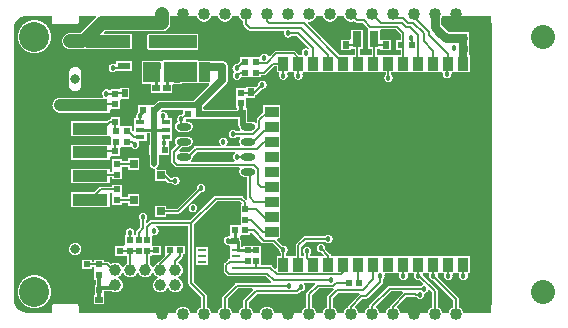
<source format=gtl>
G04 Layer_Physical_Order=1*
G04 Layer_Color=255*
%FSLAX24Y24*%
%MOIN*%
G70*
G01*
G75*
%ADD10R,0.0413X0.0236*%
%ADD11R,0.0315X0.0157*%
%ADD12R,0.0276X0.0276*%
%ADD13R,0.0197X0.0236*%
%ADD14R,0.0315X0.0098*%
%ADD15R,0.0256X0.0128*%
%ADD16O,0.0492X0.0236*%
%ADD17R,0.0354X0.0472*%
%ADD18R,0.0472X0.0354*%
%ADD19R,0.1968X0.1968*%
%ADD20R,0.1417X0.0709*%
%ADD21R,0.1181X0.0394*%
%ADD22R,0.0232X0.0244*%
%ADD23R,0.1063X0.0315*%
%ADD24R,0.0295X0.0551*%
%ADD25R,0.0300X0.0300*%
%ADD26R,0.0217X0.0217*%
%ADD27R,0.0213X0.0252*%
%ADD28R,0.0217X0.0217*%
%ADD29R,0.0252X0.0213*%
%ADD30R,0.0236X0.0197*%
%ADD31R,0.0300X0.0300*%
%ADD32C,0.0080*%
%ADD33C,0.0280*%
%ADD34C,0.0300*%
%ADD35C,0.0120*%
%ADD36C,0.0100*%
%ADD37C,0.0450*%
%ADD38C,0.0200*%
%ADD39C,0.0160*%
%ADD40C,0.0400*%
%ADD41C,0.0150*%
%ADD42R,0.0240X0.0200*%
%ADD43C,0.0394*%
%ADD44C,0.1000*%
%ADD45C,0.0800*%
%ADD46C,0.0400*%
%ADD47C,0.0315*%
%ADD48C,0.0180*%
G36*
X7664Y-1292D02*
X7644Y-1342D01*
X7619D01*
Y-1658D01*
X7619D01*
X7619Y-1692D01*
X7619D01*
Y-2008D01*
X7619D01*
X7619Y-2042D01*
X7581D01*
Y-2042D01*
X7265D01*
Y-2358D01*
X7243Y-2394D01*
X7200Y-2410D01*
X7197Y-2410D01*
X7193Y-2410D01*
X7190Y-2410D01*
X7187Y-2411D01*
X7183Y-2411D01*
X7180Y-2411D01*
X7177Y-2412D01*
X7174Y-2413D01*
X7170Y-2413D01*
X7167Y-2414D01*
X7164Y-2415D01*
X7161Y-2416D01*
X7157Y-2417D01*
X7154Y-2418D01*
X7151Y-2419D01*
X7148Y-2420D01*
X7145Y-2421D01*
X7142Y-2423D01*
X7139Y-2424D01*
X7136Y-2426D01*
X7133Y-2427D01*
X7130Y-2429D01*
X7127Y-2430D01*
X7124Y-2432D01*
X7122Y-2434D01*
X7119Y-2436D01*
X7116Y-2438D01*
X7113Y-2440D01*
X7111Y-2442D01*
X7108Y-2444D01*
X7106Y-2446D01*
X7103Y-2449D01*
X7101Y-2451D01*
X7099Y-2453D01*
X7096Y-2456D01*
X7094Y-2458D01*
X7092Y-2461D01*
X7090Y-2463D01*
X7088Y-2466D01*
X7086Y-2469D01*
X7084Y-2472D01*
X7082Y-2474D01*
X7080Y-2477D01*
X7079Y-2480D01*
X7077Y-2483D01*
X7076Y-2486D01*
X7074Y-2489D01*
X7073Y-2492D01*
X7071Y-2495D01*
X7070Y-2498D01*
X7069Y-2501D01*
X7068Y-2504D01*
X7067Y-2507D01*
X7066Y-2511D01*
X7065Y-2514D01*
X7064Y-2517D01*
X7063Y-2520D01*
X7063Y-2524D01*
X7062Y-2527D01*
X7061Y-2530D01*
X7061Y-2533D01*
X7061Y-2537D01*
X7060Y-2540D01*
X7060Y-2543D01*
X7060Y-2547D01*
X7060Y-2550D01*
X7060Y-2553D01*
X7060Y-2557D01*
X7060Y-2560D01*
X7061Y-2563D01*
X7061Y-2567D01*
X7061Y-2570D01*
X7062Y-2573D01*
X7063Y-2576D01*
X7063Y-2580D01*
X7064Y-2583D01*
X7065Y-2586D01*
X7066Y-2589D01*
X7067Y-2593D01*
X7068Y-2596D01*
X7069Y-2599D01*
X7070Y-2602D01*
X7071Y-2605D01*
X7073Y-2608D01*
X7074Y-2611D01*
X7076Y-2614D01*
X7077Y-2617D01*
X7079Y-2620D01*
X7080Y-2623D01*
X7082Y-2626D01*
X7084Y-2628D01*
X7086Y-2631D01*
X7088Y-2634D01*
X7090Y-2637D01*
X7092Y-2639D01*
X7094Y-2642D01*
X7096Y-2644D01*
X7099Y-2647D01*
X7101Y-2649D01*
X7103Y-2651D01*
X7106Y-2654D01*
X7108Y-2656D01*
X7111Y-2658D01*
X7113Y-2660D01*
X7116Y-2662D01*
X7119Y-2664D01*
X7122Y-2666D01*
X7124Y-2668D01*
X7127Y-2670D01*
X7130Y-2671D01*
X7133Y-2673D01*
X7136Y-2674D01*
X7139Y-2676D01*
X7142Y-2677D01*
X7145Y-2679D01*
X7148Y-2680D01*
X7151Y-2681D01*
X7154Y-2682D01*
X7157Y-2683D01*
X7161Y-2684D01*
X7164Y-2685D01*
X7167Y-2686D01*
X7170Y-2687D01*
X7174Y-2687D01*
X7177Y-2688D01*
X7180Y-2689D01*
X7183Y-2689D01*
X7187Y-2689D01*
X7190Y-2690D01*
X7193Y-2690D01*
X7197Y-2690D01*
X7200Y-2690D01*
X7243Y-2706D01*
X7259Y-2750D01*
X7259Y-2756D01*
X7259D01*
Y-3111D01*
X7252Y-3158D01*
X7249Y-3158D01*
X7246Y-3159D01*
X7244Y-3159D01*
X7241Y-3159D01*
X7239Y-3159D01*
X7236Y-3160D01*
X7233Y-3160D01*
X7231Y-3161D01*
X7228Y-3161D01*
X7226Y-3162D01*
X7223Y-3163D01*
X7221Y-3164D01*
X7218Y-3165D01*
X7216Y-3166D01*
X7214Y-3167D01*
X7211Y-3168D01*
X7209Y-3169D01*
X7207Y-3170D01*
X7204Y-3172D01*
X7202Y-3173D01*
X7200Y-3175D01*
X7198Y-3176D01*
X7196Y-3178D01*
X7194Y-3179D01*
X7192Y-3181D01*
X7190Y-3183D01*
X7188Y-3185D01*
X7086Y-3286D01*
X7085Y-3288D01*
X7083Y-3290D01*
X7081Y-3292D01*
X7079Y-3294D01*
X7078Y-3296D01*
X7076Y-3298D01*
X7075Y-3301D01*
X7073Y-3303D01*
X7072Y-3305D01*
X7071Y-3307D01*
X7070Y-3310D01*
X7068Y-3312D01*
X7067Y-3314D01*
X7066Y-3317D01*
X7065Y-3319D01*
X7065Y-3322D01*
X7064Y-3324D01*
X7063Y-3327D01*
X7062Y-3329D01*
X7062Y-3332D01*
X7061Y-3334D01*
X7061Y-3337D01*
X7061Y-3340D01*
X7060Y-3342D01*
X7060Y-3345D01*
X7060Y-3347D01*
X7060Y-3350D01*
Y-3560D01*
X7060Y-3563D01*
X7060Y-3565D01*
X7060Y-3568D01*
X7061Y-3570D01*
X7061Y-3573D01*
X7061Y-3576D01*
X7062Y-3578D01*
X7062Y-3581D01*
X7063Y-3583D01*
X7064Y-3586D01*
X7065Y-3588D01*
X7065Y-3591D01*
X7066Y-3593D01*
X7067Y-3596D01*
X7068Y-3598D01*
X7070Y-3600D01*
X7071Y-3603D01*
X7072Y-3605D01*
X7073Y-3607D01*
X7075Y-3609D01*
X7076Y-3612D01*
X7078Y-3614D01*
X7079Y-3616D01*
X7081Y-3618D01*
X7083Y-3620D01*
X7085Y-3622D01*
X7086Y-3624D01*
X7176Y-3714D01*
X7178Y-3715D01*
X7180Y-3717D01*
X7182Y-3719D01*
X7184Y-3721D01*
X7186Y-3722D01*
X7188Y-3724D01*
X7191Y-3725D01*
X7193Y-3727D01*
X7195Y-3728D01*
X7197Y-3729D01*
X7200Y-3730D01*
X7202Y-3732D01*
X7204Y-3733D01*
X7207Y-3734D01*
X7209Y-3735D01*
X7212Y-3735D01*
X7214Y-3736D01*
X7217Y-3737D01*
X7219Y-3738D01*
X7222Y-3738D01*
X7224Y-3739D01*
X7227Y-3739D01*
X7230Y-3739D01*
X7232Y-3740D01*
X7235Y-3740D01*
X7237Y-3740D01*
X7240Y-3740D01*
X8473D01*
X8643Y-3910D01*
X8624Y-3958D01*
X8622Y-3960D01*
X7500D01*
X7497Y-3960D01*
X7495Y-3960D01*
X7492Y-3960D01*
X7490Y-3961D01*
X7487Y-3961D01*
X7484Y-3961D01*
X7482Y-3962D01*
X7479Y-3962D01*
X7477Y-3963D01*
X7474Y-3964D01*
X7472Y-3965D01*
X7469Y-3965D01*
X7467Y-3966D01*
X7464Y-3967D01*
X7462Y-3968D01*
X7460Y-3970D01*
X7457Y-3971D01*
X7455Y-3972D01*
X7453Y-3973D01*
X7451Y-3975D01*
X7448Y-3976D01*
X7446Y-3978D01*
X7444Y-3979D01*
X7442Y-3981D01*
X7440Y-3983D01*
X7438Y-3985D01*
X7436Y-3986D01*
X7436Y-3986D01*
X7036Y-4386D01*
X7035Y-4388D01*
X7033Y-4390D01*
X7031Y-4392D01*
X7029Y-4394D01*
X7028Y-4396D01*
X7026Y-4398D01*
X7025Y-4401D01*
X7023Y-4403D01*
X7022Y-4405D01*
X7021Y-4407D01*
X7020Y-4410D01*
X7018Y-4412D01*
X7017Y-4414D01*
X7016Y-4417D01*
X7015Y-4419D01*
X7015Y-4422D01*
X7014Y-4424D01*
X7013Y-4427D01*
X7012Y-4429D01*
X7012Y-4432D01*
X7011Y-4434D01*
X7011Y-4437D01*
X7011Y-4440D01*
X7010Y-4442D01*
X7010Y-4445D01*
X7010Y-4447D01*
X7010Y-4450D01*
Y-4767D01*
X7008Y-4767D01*
X7004Y-4769D01*
X7000Y-4771D01*
X6996Y-4773D01*
X6992Y-4774D01*
X6988Y-4776D01*
X6984Y-4778D01*
X6980Y-4781D01*
X6976Y-4783D01*
X6972Y-4785D01*
X6969Y-4787D01*
X6965Y-4790D01*
X6961Y-4792D01*
X6957Y-4795D01*
X6954Y-4797D01*
X6950Y-4800D01*
X6947Y-4803D01*
X6943Y-4805D01*
X6940Y-4808D01*
X6936Y-4811D01*
X6933Y-4814D01*
X6930Y-4817D01*
X6926Y-4820D01*
X6923Y-4823D01*
X6920Y-4826D01*
X6917Y-4830D01*
X6914Y-4833D01*
X6911Y-4836D01*
X6908Y-4840D01*
X6905Y-4843D01*
X6903Y-4847D01*
X6900Y-4850D01*
X6897Y-4854D01*
X6895Y-4857D01*
X6892Y-4861D01*
X6890Y-4865D01*
X6887Y-4869D01*
X6885Y-4872D01*
X6883Y-4876D01*
X6881Y-4880D01*
X6878Y-4884D01*
X6876Y-4888D01*
X6874Y-4892D01*
X6873Y-4896D01*
X6871Y-4900D01*
X6869Y-4904D01*
X6867Y-4908D01*
X6866Y-4913D01*
X6864Y-4917D01*
X6863Y-4921D01*
X6861Y-4925D01*
X6860Y-4930D01*
X6859Y-4934D01*
X6858Y-4938D01*
X6857Y-4942D01*
X6856Y-4947D01*
X6856Y-4947D01*
X6644D01*
X6644Y-4947D01*
X6643Y-4942D01*
X6642Y-4938D01*
X6641Y-4934D01*
X6640Y-4930D01*
X6639Y-4925D01*
X6637Y-4921D01*
X6636Y-4917D01*
X6634Y-4913D01*
X6633Y-4908D01*
X6631Y-4904D01*
X6629Y-4900D01*
X6627Y-4896D01*
X6626Y-4892D01*
X6624Y-4888D01*
X6622Y-4884D01*
X6619Y-4880D01*
X6617Y-4876D01*
X6615Y-4872D01*
X6613Y-4869D01*
X6610Y-4865D01*
X6608Y-4861D01*
X6605Y-4857D01*
X6603Y-4854D01*
X6600Y-4850D01*
X6597Y-4847D01*
X6595Y-4843D01*
X6592Y-4840D01*
X6589Y-4836D01*
X6586Y-4833D01*
X6583Y-4830D01*
X6580Y-4826D01*
X6577Y-4823D01*
X6574Y-4820D01*
X6570Y-4817D01*
X6567Y-4814D01*
X6564Y-4811D01*
X6560Y-4808D01*
X6557Y-4805D01*
X6553Y-4803D01*
X6550Y-4800D01*
X6546Y-4797D01*
X6543Y-4795D01*
X6539Y-4792D01*
X6535Y-4790D01*
X6531Y-4787D01*
X6528Y-4785D01*
X6524Y-4783D01*
X6520Y-4781D01*
X6516Y-4778D01*
X6512Y-4776D01*
X6508Y-4774D01*
X6504Y-4773D01*
X6500Y-4771D01*
X6496Y-4769D01*
X6492Y-4767D01*
X6490Y-4767D01*
Y-4390D01*
X6490Y-4390D01*
X6490Y-4387D01*
X6490Y-4385D01*
X6490Y-4382D01*
X6489Y-4380D01*
X6489Y-4377D01*
X6489Y-4374D01*
X6488Y-4372D01*
X6488Y-4369D01*
X6487Y-4367D01*
X6486Y-4364D01*
X6485Y-4362D01*
X6485Y-4359D01*
X6484Y-4357D01*
X6483Y-4354D01*
X6482Y-4352D01*
X6480Y-4350D01*
X6479Y-4347D01*
X6478Y-4345D01*
X6477Y-4343D01*
X6475Y-4341D01*
X6474Y-4338D01*
X6472Y-4336D01*
X6471Y-4334D01*
X6469Y-4332D01*
X6467Y-4330D01*
X6465Y-4328D01*
X6464Y-4326D01*
X6060Y-3923D01*
Y-2007D01*
X6827Y-1240D01*
X7613D01*
X7664Y-1292D01*
D02*
G37*
G36*
X13923Y-4190D02*
X13935Y-4192D01*
X14010Y-4267D01*
Y-4767D01*
X14008Y-4767D01*
X14004Y-4769D01*
X14000Y-4771D01*
X13996Y-4773D01*
X13992Y-4774D01*
X13988Y-4776D01*
X13984Y-4778D01*
X13980Y-4781D01*
X13976Y-4783D01*
X13972Y-4785D01*
X13969Y-4787D01*
X13965Y-4790D01*
X13961Y-4792D01*
X13957Y-4795D01*
X13954Y-4797D01*
X13950Y-4800D01*
X13947Y-4803D01*
X13943Y-4805D01*
X13940Y-4808D01*
X13936Y-4811D01*
X13933Y-4814D01*
X13930Y-4817D01*
X13926Y-4820D01*
X13923Y-4823D01*
X13920Y-4826D01*
X13917Y-4830D01*
X13914Y-4833D01*
X13911Y-4836D01*
X13908Y-4840D01*
X13905Y-4843D01*
X13903Y-4847D01*
X13900Y-4850D01*
X13897Y-4854D01*
X13895Y-4857D01*
X13892Y-4861D01*
X13890Y-4865D01*
X13887Y-4869D01*
X13885Y-4872D01*
X13883Y-4876D01*
X13881Y-4880D01*
X13878Y-4884D01*
X13876Y-4888D01*
X13874Y-4892D01*
X13873Y-4896D01*
X13871Y-4900D01*
X13869Y-4904D01*
X13867Y-4908D01*
X13866Y-4913D01*
X13864Y-4917D01*
X13863Y-4921D01*
X13861Y-4925D01*
X13860Y-4930D01*
X13859Y-4934D01*
X13858Y-4938D01*
X13857Y-4942D01*
X13856Y-4947D01*
X13856Y-4947D01*
X12944D01*
X12944Y-4947D01*
X12943Y-4942D01*
X12942Y-4938D01*
X12941Y-4934D01*
X12940Y-4930D01*
X12939Y-4925D01*
X12937Y-4921D01*
X12936Y-4917D01*
X12934Y-4913D01*
X12933Y-4908D01*
X12931Y-4904D01*
X12929Y-4900D01*
X12927Y-4896D01*
X12926Y-4892D01*
X12924Y-4888D01*
X12922Y-4884D01*
X12919Y-4880D01*
X12917Y-4876D01*
X12915Y-4872D01*
X12913Y-4869D01*
X12910Y-4865D01*
X12908Y-4861D01*
X12905Y-4857D01*
X12903Y-4854D01*
X12900Y-4850D01*
X12897Y-4847D01*
X12895Y-4843D01*
X12892Y-4840D01*
X12889Y-4836D01*
X12886Y-4833D01*
X12883Y-4830D01*
X12880Y-4826D01*
X12877Y-4823D01*
X12874Y-4820D01*
X12870Y-4817D01*
X12867Y-4814D01*
X12864Y-4811D01*
X12860Y-4808D01*
X12857Y-4805D01*
X12853Y-4803D01*
X12850Y-4800D01*
X12849Y-4799D01*
X12846Y-4795D01*
X12840Y-4781D01*
X12836Y-4758D01*
X12836Y-4755D01*
X12836Y-4753D01*
X12836Y-4750D01*
X12837Y-4747D01*
X12839Y-4741D01*
X12842Y-4736D01*
X13147Y-4430D01*
X13429D01*
X13430Y-4430D01*
X13432Y-4432D01*
X13434Y-4433D01*
X13437Y-4434D01*
X13439Y-4435D01*
X13442Y-4435D01*
X13444Y-4436D01*
X13447Y-4437D01*
X13449Y-4438D01*
X13452Y-4438D01*
X13454Y-4439D01*
X13457Y-4439D01*
X13460Y-4439D01*
X13462Y-4440D01*
X13465Y-4440D01*
X13467Y-4440D01*
X13470Y-4440D01*
X13493D01*
X13494Y-4442D01*
X13496Y-4444D01*
X13499Y-4447D01*
X13501Y-4449D01*
X13503Y-4451D01*
X13506Y-4454D01*
X13508Y-4456D01*
X13511Y-4458D01*
X13513Y-4460D01*
X13516Y-4462D01*
X13519Y-4464D01*
X13522Y-4466D01*
X13524Y-4468D01*
X13527Y-4470D01*
X13530Y-4471D01*
X13533Y-4473D01*
X13536Y-4474D01*
X13539Y-4476D01*
X13542Y-4477D01*
X13545Y-4479D01*
X13548Y-4480D01*
X13551Y-4481D01*
X13554Y-4482D01*
X13557Y-4483D01*
X13561Y-4484D01*
X13564Y-4485D01*
X13567Y-4486D01*
X13570Y-4487D01*
X13573Y-4487D01*
X13577Y-4488D01*
X13580Y-4489D01*
X13583Y-4489D01*
X13587Y-4489D01*
X13590Y-4490D01*
X13593Y-4490D01*
X13597Y-4490D01*
X13600Y-4490D01*
X13603Y-4490D01*
X13607Y-4490D01*
X13610Y-4490D01*
X13613Y-4489D01*
X13617Y-4489D01*
X13620Y-4489D01*
X13623Y-4488D01*
X13627Y-4487D01*
X13630Y-4487D01*
X13633Y-4486D01*
X13636Y-4485D01*
X13639Y-4484D01*
X13643Y-4483D01*
X13646Y-4482D01*
X13649Y-4481D01*
X13652Y-4480D01*
X13655Y-4479D01*
X13658Y-4477D01*
X13661Y-4476D01*
X13664Y-4474D01*
X13667Y-4473D01*
X13670Y-4471D01*
X13673Y-4470D01*
X13676Y-4468D01*
X13678Y-4466D01*
X13681Y-4464D01*
X13684Y-4462D01*
X13687Y-4460D01*
X13689Y-4458D01*
X13692Y-4456D01*
X13694Y-4454D01*
X13697Y-4451D01*
X13699Y-4449D01*
X13701Y-4447D01*
X13704Y-4444D01*
X13706Y-4442D01*
X13708Y-4439D01*
X13710Y-4437D01*
X13712Y-4434D01*
X13714Y-4431D01*
X13716Y-4428D01*
X13718Y-4426D01*
X13720Y-4423D01*
X13721Y-4420D01*
X13723Y-4417D01*
X13724Y-4414D01*
X13726Y-4411D01*
X13727Y-4408D01*
X13729Y-4405D01*
X13730Y-4402D01*
X13731Y-4399D01*
X13732Y-4396D01*
X13733Y-4393D01*
X13734Y-4389D01*
X13735Y-4386D01*
X13736Y-4383D01*
X13737Y-4380D01*
X13737Y-4376D01*
X13738Y-4373D01*
X13739Y-4370D01*
X13739Y-4367D01*
X13739Y-4363D01*
X13740Y-4360D01*
X13740Y-4357D01*
X13740Y-4353D01*
X13740Y-4350D01*
X13740Y-4347D01*
X13740Y-4343D01*
X13740Y-4340D01*
X13740Y-4340D01*
X13740Y-4335D01*
X13740Y-4333D01*
X13741Y-4330D01*
X13742Y-4326D01*
X13744Y-4323D01*
X13745Y-4321D01*
X13746Y-4320D01*
X13761Y-4299D01*
X13763Y-4296D01*
X13765Y-4295D01*
X13767Y-4293D01*
X13770Y-4291D01*
X13774Y-4289D01*
X13779Y-4287D01*
X13780Y-4287D01*
X13783Y-4286D01*
X13786Y-4285D01*
X13789Y-4284D01*
X13793Y-4283D01*
X13796Y-4282D01*
X13799Y-4281D01*
X13802Y-4280D01*
X13805Y-4279D01*
X13808Y-4277D01*
X13811Y-4276D01*
X13814Y-4274D01*
X13817Y-4273D01*
X13820Y-4271D01*
X13823Y-4270D01*
X13826Y-4268D01*
X13828Y-4266D01*
X13831Y-4264D01*
X13834Y-4262D01*
X13837Y-4260D01*
X13839Y-4258D01*
X13842Y-4256D01*
X13844Y-4254D01*
X13847Y-4251D01*
X13849Y-4249D01*
X13851Y-4247D01*
X13854Y-4244D01*
X13856Y-4242D01*
X13858Y-4239D01*
X13860Y-4237D01*
X13862Y-4234D01*
X13864Y-4231D01*
X13866Y-4228D01*
X13868Y-4226D01*
X13870Y-4223D01*
X13871Y-4220D01*
X13873Y-4217D01*
X13874Y-4214D01*
X13876Y-4211D01*
X13877Y-4208D01*
X13879Y-4205D01*
X13911Y-4190D01*
X13912Y-4190D01*
X13913Y-4190D01*
X13914Y-4190D01*
X13915Y-4189D01*
X13917D01*
X13923Y-4190D01*
D02*
G37*
G36*
X4940Y3405D02*
Y2735D01*
X4370Y2735D01*
X4370Y3405D01*
X4940Y3405D01*
D02*
G37*
G36*
X500Y4947D02*
X1325D01*
Y4724D01*
X1325Y4722D01*
X1326Y4720D01*
X1326Y4719D01*
X1326Y4717D01*
X1326Y4715D01*
X1327Y4713D01*
X1327Y4711D01*
X1328Y4709D01*
X1328Y4707D01*
X1329Y4705D01*
X1330Y4703D01*
X1331Y4702D01*
X1332Y4700D01*
X1332Y4698D01*
X1333Y4696D01*
X1335Y4695D01*
X1336Y4693D01*
X1337Y4692D01*
X1338Y4690D01*
X1339Y4689D01*
X1341Y4687D01*
X1342Y4686D01*
X1344Y4685D01*
X1345Y4683D01*
X1347Y4682D01*
X1348Y4681D01*
X1350Y4680D01*
X1352Y4679D01*
X1353Y4678D01*
X1355Y4677D01*
X1357Y4676D01*
X1359Y4676D01*
X1361Y4675D01*
X1362Y4674D01*
X1364Y4674D01*
X1366Y4673D01*
X1368Y4673D01*
X1370Y4672D01*
X1372Y4672D01*
X1374Y4672D01*
X1376Y4672D01*
X1378Y4672D01*
X2165D01*
X2167Y4672D01*
X2169Y4672D01*
X2171Y4672D01*
X2173Y4672D01*
X2175Y4673D01*
X2177Y4673D01*
X2179Y4674D01*
X2181Y4674D01*
X2183Y4675D01*
X2185Y4676D01*
X2186Y4676D01*
X2188Y4677D01*
X2190Y4678D01*
X2192Y4679D01*
X2193Y4680D01*
X2195Y4681D01*
X2197Y4682D01*
X2198Y4683D01*
X2200Y4685D01*
X2201Y4686D01*
X2202Y4687D01*
X2204Y4689D01*
X2205Y4690D01*
X2206Y4692D01*
X2208Y4693D01*
X2209Y4695D01*
X2210Y4696D01*
X2211Y4698D01*
X2212Y4700D01*
X2213Y4702D01*
X2213Y4703D01*
X2214Y4705D01*
X2215Y4707D01*
X2216Y4709D01*
X2216Y4711D01*
X2217Y4713D01*
X2217Y4715D01*
X2217Y4717D01*
X2218Y4719D01*
X2218Y4720D01*
X2218Y4722D01*
X2218Y4724D01*
Y4947D01*
X2789D01*
X2805Y4926D01*
X2806Y4923D01*
X2807Y4921D01*
X2809Y4900D01*
X2809Y4897D01*
X2806Y4894D01*
X2286Y4375D01*
X1950D01*
X1945Y4375D01*
X1941Y4375D01*
X1936Y4375D01*
X1932Y4374D01*
X1927Y4374D01*
X1922Y4374D01*
X1918Y4373D01*
X1913Y4373D01*
X1909Y4372D01*
X1904Y4371D01*
X1900Y4370D01*
X1895Y4369D01*
X1891Y4369D01*
X1886Y4368D01*
X1882Y4366D01*
X1877Y4365D01*
X1873Y4364D01*
X1869Y4363D01*
X1864Y4361D01*
X1860Y4360D01*
X1855Y4358D01*
X1851Y4357D01*
X1847Y4355D01*
X1843Y4353D01*
X1838Y4351D01*
X1834Y4349D01*
X1830Y4347D01*
X1826Y4345D01*
X1822Y4343D01*
X1818Y4341D01*
X1814Y4339D01*
X1810Y4337D01*
X1806Y4334D01*
X1802Y4332D01*
X1798Y4329D01*
X1794Y4327D01*
X1791Y4324D01*
X1787Y4321D01*
X1783Y4319D01*
X1780Y4316D01*
X1776Y4313D01*
X1772Y4310D01*
X1769Y4307D01*
X1766Y4304D01*
X1762Y4301D01*
X1759Y4298D01*
X1756Y4294D01*
X1752Y4291D01*
X1749Y4288D01*
X1746Y4284D01*
X1743Y4281D01*
X1740Y4278D01*
X1737Y4274D01*
X1734Y4270D01*
X1731Y4267D01*
X1729Y4263D01*
X1726Y4259D01*
X1723Y4256D01*
X1721Y4252D01*
X1718Y4248D01*
X1716Y4244D01*
X1713Y4240D01*
X1711Y4236D01*
X1709Y4232D01*
X1707Y4228D01*
X1705Y4224D01*
X1703Y4220D01*
X1701Y4216D01*
X1699Y4212D01*
X1697Y4207D01*
X1695Y4203D01*
X1693Y4199D01*
X1692Y4195D01*
X1690Y4190D01*
X1689Y4186D01*
X1687Y4181D01*
X1686Y4177D01*
X1685Y4173D01*
X1684Y4168D01*
X1682Y4164D01*
X1681Y4159D01*
X1681Y4155D01*
X1680Y4150D01*
X1679Y4146D01*
X1678Y4141D01*
X1677Y4137D01*
X1677Y4132D01*
X1676Y4128D01*
X1676Y4123D01*
X1676Y4118D01*
X1675Y4114D01*
X1675Y4109D01*
X1675Y4105D01*
X1675Y4100D01*
X1675Y4095D01*
X1675Y4091D01*
X1675Y4086D01*
X1676Y4082D01*
X1676Y4077D01*
X1676Y4072D01*
X1677Y4068D01*
X1677Y4063D01*
X1678Y4059D01*
X1679Y4054D01*
X1680Y4050D01*
X1681Y4045D01*
X1681Y4041D01*
X1682Y4036D01*
X1684Y4032D01*
X1685Y4027D01*
X1686Y4023D01*
X1687Y4019D01*
X1689Y4014D01*
X1690Y4010D01*
X1692Y4005D01*
X1693Y4001D01*
X1695Y3997D01*
X1697Y3993D01*
X1699Y3988D01*
X1701Y3984D01*
X1703Y3980D01*
X1705Y3976D01*
X1707Y3972D01*
X1709Y3968D01*
X1711Y3964D01*
X1713Y3960D01*
X1716Y3956D01*
X1718Y3952D01*
X1721Y3948D01*
X1723Y3944D01*
X1726Y3941D01*
X1729Y3937D01*
X1731Y3933D01*
X1734Y3930D01*
X1737Y3926D01*
X1740Y3922D01*
X1743Y3919D01*
X1746Y3916D01*
X1749Y3912D01*
X1752Y3909D01*
X1756Y3906D01*
X1759Y3902D01*
X1762Y3899D01*
X1766Y3896D01*
X1769Y3893D01*
X1772Y3890D01*
X1776Y3887D01*
X1780Y3884D01*
X1783Y3881D01*
X1787Y3879D01*
X1791Y3876D01*
X1794Y3873D01*
X1798Y3871D01*
X1802Y3868D01*
X1806Y3866D01*
X1810Y3863D01*
X1814Y3861D01*
X1818Y3859D01*
X1822Y3857D01*
X1826Y3855D01*
X1830Y3853D01*
X1834Y3851D01*
X1838Y3849D01*
X1843Y3847D01*
X1847Y3845D01*
X1851Y3843D01*
X1855Y3842D01*
X1860Y3840D01*
X1864Y3839D01*
X1869Y3837D01*
X1873Y3836D01*
X1877Y3835D01*
X1882Y3834D01*
X1886Y3832D01*
X1891Y3831D01*
X1895Y3830D01*
X1900Y3830D01*
X1904Y3829D01*
X1909Y3828D01*
X1913Y3827D01*
X1918Y3827D01*
X1922Y3826D01*
X1927Y3826D01*
X1932Y3826D01*
X1936Y3825D01*
X1941Y3825D01*
X1945Y3825D01*
X1950Y3825D01*
X2350D01*
X2355Y3825D01*
X2359Y3825D01*
X2364Y3825D01*
X2368Y3826D01*
X2373Y3826D01*
X2378Y3826D01*
X2382Y3827D01*
X2387Y3827D01*
X2391Y3828D01*
X2396Y3829D01*
X2400Y3830D01*
X2405Y3830D01*
X2409Y3831D01*
X2414Y3832D01*
X2418Y3834D01*
X2423Y3835D01*
X2427Y3836D01*
X2431Y3837D01*
X2433Y3838D01*
X2434Y3837D01*
X2435Y3836D01*
X2437Y3835D01*
X2438Y3833D01*
X2440Y3832D01*
X2442Y3831D01*
X2444Y3830D01*
X2445Y3830D01*
X2447Y3829D01*
X2449Y3828D01*
X2451Y3827D01*
X2453Y3827D01*
X2455Y3826D01*
X2456Y3826D01*
X2458Y3826D01*
X2460Y3825D01*
X2462Y3825D01*
X2464Y3825D01*
X2466Y3825D01*
X3950Y3825D01*
X3952Y3825D01*
X3954Y3825D01*
X3956Y3825D01*
X3958Y3826D01*
X3960Y3826D01*
X3962Y3826D01*
X3964Y3827D01*
X3965Y3827D01*
X3967Y3828D01*
X3969Y3829D01*
X3971Y3830D01*
X3973Y3830D01*
X3974Y3831D01*
X3976Y3832D01*
X3978Y3833D01*
X3979Y3835D01*
X3981Y3836D01*
X3982Y3837D01*
X3984Y3838D01*
X3985Y3840D01*
X3987Y3841D01*
X3988Y3843D01*
X3989Y3844D01*
X3990Y3846D01*
X3992Y3847D01*
X3993Y3849D01*
X3994Y3851D01*
X3995Y3852D01*
X3995Y3854D01*
X3996Y3856D01*
X3997Y3858D01*
X3998Y3860D01*
X3998Y3861D01*
X3999Y3863D01*
X3999Y3865D01*
X3999Y3867D01*
X4000Y3869D01*
X4000Y3871D01*
X4000Y3873D01*
X4000Y3875D01*
X4000Y4290D01*
X4000Y4292D01*
X4000Y4294D01*
X4000Y4296D01*
X3999Y4298D01*
X3999Y4300D01*
X3999Y4302D01*
X3998Y4304D01*
X3998Y4305D01*
X3997Y4307D01*
X3996Y4309D01*
X3995Y4311D01*
X3995Y4313D01*
X3994Y4314D01*
X3993Y4316D01*
X3992Y4318D01*
X3990Y4319D01*
X3989Y4321D01*
X3988Y4322D01*
X3987Y4324D01*
X3985Y4325D01*
X3984Y4327D01*
X3982Y4328D01*
X3981Y4329D01*
X3979Y4330D01*
X3978Y4332D01*
X3976Y4333D01*
X3974Y4334D01*
X3973Y4335D01*
X3971Y4335D01*
X3969Y4336D01*
X3967Y4337D01*
X3965Y4338D01*
X3964Y4338D01*
X3962Y4339D01*
X3960Y4339D01*
X3958Y4339D01*
X3956Y4340D01*
X3954Y4340D01*
X3952Y4340D01*
X3950Y4340D01*
X3094Y4340D01*
X3075Y4386D01*
X3114Y4425D01*
X5000D01*
X5005Y4425D01*
X5009Y4425D01*
X5014Y4425D01*
X5018Y4426D01*
X5023Y4426D01*
X5028Y4426D01*
X5032Y4427D01*
X5037Y4427D01*
X5041Y4428D01*
X5046Y4429D01*
X5050Y4430D01*
X5055Y4430D01*
X5059Y4431D01*
X5064Y4432D01*
X5068Y4434D01*
X5073Y4435D01*
X5077Y4436D01*
X5081Y4437D01*
X5086Y4439D01*
X5090Y4440D01*
X5095Y4442D01*
X5099Y4443D01*
X5103Y4445D01*
X5107Y4447D01*
X5112Y4449D01*
X5116Y4451D01*
X5120Y4453D01*
X5124Y4455D01*
X5128Y4457D01*
X5132Y4459D01*
X5136Y4461D01*
X5140Y4463D01*
X5144Y4466D01*
X5148Y4468D01*
X5152Y4471D01*
X5156Y4473D01*
X5159Y4476D01*
X5163Y4479D01*
X5167Y4481D01*
X5170Y4484D01*
X5174Y4487D01*
X5178Y4490D01*
X5181Y4493D01*
X5184Y4496D01*
X5188Y4499D01*
X5191Y4502D01*
X5194Y4506D01*
X5198Y4509D01*
X5201Y4512D01*
X5204Y4516D01*
X5207Y4519D01*
X5210Y4522D01*
X5213Y4526D01*
X5216Y4530D01*
X5219Y4533D01*
X5221Y4537D01*
X5224Y4541D01*
X5227Y4544D01*
X5229Y4548D01*
X5232Y4552D01*
X5234Y4556D01*
X5237Y4560D01*
X5239Y4564D01*
X5241Y4568D01*
X5243Y4572D01*
X5245Y4576D01*
X5247Y4580D01*
X5249Y4584D01*
X5251Y4588D01*
X5253Y4593D01*
X5255Y4597D01*
X5257Y4601D01*
X5258Y4605D01*
X5260Y4610D01*
X5261Y4614D01*
X5263Y4619D01*
X5264Y4623D01*
X5265Y4627D01*
X5266Y4632D01*
X5268Y4636D01*
X5269Y4641D01*
X5270Y4645D01*
X5270Y4650D01*
X5271Y4654D01*
X5272Y4659D01*
X5273Y4663D01*
X5273Y4668D01*
X5274Y4672D01*
X5274Y4677D01*
X5274Y4682D01*
X5275Y4686D01*
X5275Y4691D01*
X5275Y4695D01*
X5275Y4700D01*
Y4947D01*
X6156D01*
X6156Y4947D01*
X6157Y4942D01*
X6158Y4938D01*
X6159Y4934D01*
X6160Y4930D01*
X6161Y4925D01*
X6163Y4921D01*
X6164Y4917D01*
X6166Y4913D01*
X6167Y4908D01*
X6169Y4904D01*
X6171Y4900D01*
X6173Y4896D01*
X6174Y4892D01*
X6176Y4888D01*
X6178Y4884D01*
X6181Y4880D01*
X6183Y4876D01*
X6185Y4872D01*
X6187Y4869D01*
X6190Y4865D01*
X6192Y4861D01*
X6195Y4857D01*
X6197Y4854D01*
X6200Y4850D01*
X6203Y4847D01*
X6205Y4843D01*
X6208Y4840D01*
X6211Y4836D01*
X6214Y4833D01*
X6217Y4830D01*
X6220Y4826D01*
X6223Y4823D01*
X6226Y4820D01*
X6230Y4817D01*
X6233Y4814D01*
X6236Y4811D01*
X6240Y4808D01*
X6243Y4805D01*
X6247Y4803D01*
X6250Y4800D01*
X6254Y4797D01*
X6257Y4795D01*
X6261Y4792D01*
X6265Y4790D01*
X6269Y4787D01*
X6272Y4785D01*
X6276Y4783D01*
X6280Y4781D01*
X6284Y4778D01*
X6288Y4776D01*
X6292Y4774D01*
X6296Y4773D01*
X6300Y4771D01*
X6304Y4769D01*
X6308Y4767D01*
X6313Y4766D01*
X6317Y4764D01*
X6321Y4763D01*
X6325Y4761D01*
X6330Y4760D01*
X6334Y4759D01*
X6338Y4758D01*
X6342Y4757D01*
X6347Y4756D01*
X6351Y4755D01*
X6356Y4754D01*
X6360Y4753D01*
X6364Y4753D01*
X6369Y4752D01*
X6373Y4751D01*
X6378Y4751D01*
X6382Y4751D01*
X6387Y4750D01*
X6391Y4750D01*
X6396Y4750D01*
X6400Y4750D01*
X6404Y4750D01*
X6409Y4750D01*
X6413Y4750D01*
X6418Y4751D01*
X6422Y4751D01*
X6427Y4751D01*
X6431Y4752D01*
X6436Y4753D01*
X6440Y4753D01*
X6444Y4754D01*
X6449Y4755D01*
X6453Y4756D01*
X6457Y4757D01*
X6462Y4758D01*
X6466Y4759D01*
X6470Y4760D01*
X6475Y4761D01*
X6479Y4763D01*
X6483Y4764D01*
X6487Y4766D01*
X6492Y4767D01*
X6496Y4769D01*
X6500Y4771D01*
X6504Y4773D01*
X6508Y4774D01*
X6512Y4776D01*
X6516Y4778D01*
X6520Y4781D01*
X6524Y4783D01*
X6528Y4785D01*
X6531Y4787D01*
X6535Y4790D01*
X6539Y4792D01*
X6543Y4795D01*
X6546Y4797D01*
X6550Y4800D01*
X6553Y4803D01*
X6557Y4805D01*
X6560Y4808D01*
X6564Y4811D01*
X6567Y4814D01*
X6570Y4817D01*
X6574Y4820D01*
X6577Y4823D01*
X6580Y4826D01*
X6583Y4830D01*
X6586Y4833D01*
X6589Y4836D01*
X6592Y4840D01*
X6595Y4843D01*
X6597Y4847D01*
X6600Y4850D01*
X6603Y4854D01*
X6605Y4857D01*
X6608Y4861D01*
X6610Y4865D01*
X6613Y4869D01*
X6615Y4872D01*
X6617Y4876D01*
X6619Y4880D01*
X6622Y4884D01*
X6624Y4888D01*
X6626Y4892D01*
X6627Y4896D01*
X6629Y4900D01*
X6631Y4904D01*
X6633Y4908D01*
X6634Y4913D01*
X6636Y4917D01*
X6637Y4921D01*
X6639Y4925D01*
X6640Y4930D01*
X6641Y4934D01*
X6642Y4938D01*
X6643Y4942D01*
X6644Y4947D01*
X6644Y4947D01*
X6856D01*
X6856Y4947D01*
X6857Y4942D01*
X6858Y4938D01*
X6859Y4934D01*
X6860Y4930D01*
X6861Y4925D01*
X6863Y4921D01*
X6864Y4917D01*
X6866Y4913D01*
X6867Y4908D01*
X6869Y4904D01*
X6871Y4900D01*
X6873Y4896D01*
X6874Y4892D01*
X6876Y4888D01*
X6878Y4884D01*
X6881Y4880D01*
X6883Y4876D01*
X6885Y4872D01*
X6887Y4869D01*
X6890Y4865D01*
X6892Y4861D01*
X6895Y4857D01*
X6897Y4854D01*
X6900Y4850D01*
X6903Y4847D01*
X6905Y4843D01*
X6908Y4840D01*
X6911Y4836D01*
X6914Y4833D01*
X6917Y4830D01*
X6920Y4826D01*
X6923Y4823D01*
X6926Y4820D01*
X6930Y4817D01*
X6933Y4814D01*
X6936Y4811D01*
X6940Y4808D01*
X6943Y4805D01*
X6947Y4803D01*
X6950Y4800D01*
X6954Y4797D01*
X6957Y4795D01*
X6961Y4792D01*
X6965Y4790D01*
X6969Y4787D01*
X6972Y4785D01*
X6976Y4783D01*
X6980Y4781D01*
X6984Y4778D01*
X6988Y4776D01*
X6992Y4774D01*
X6996Y4773D01*
X7000Y4771D01*
X7004Y4769D01*
X7008Y4767D01*
X7013Y4766D01*
X7017Y4764D01*
X7021Y4763D01*
X7025Y4761D01*
X7030Y4760D01*
X7034Y4759D01*
X7038Y4758D01*
X7042Y4757D01*
X7047Y4756D01*
X7051Y4755D01*
X7056Y4754D01*
X7060Y4753D01*
X7064Y4753D01*
X7069Y4752D01*
X7073Y4751D01*
X7078Y4751D01*
X7082Y4751D01*
X7087Y4750D01*
X7091Y4750D01*
X7096Y4750D01*
X7100Y4750D01*
X7104Y4750D01*
X7109Y4750D01*
X7113Y4750D01*
X7118Y4751D01*
X7122Y4751D01*
X7127Y4751D01*
X7131Y4752D01*
X7136Y4753D01*
X7140Y4753D01*
X7144Y4754D01*
X7149Y4755D01*
X7153Y4756D01*
X7157Y4757D01*
X7162Y4758D01*
X7166Y4759D01*
X7170Y4760D01*
X7175Y4761D01*
X7179Y4763D01*
X7183Y4764D01*
X7187Y4766D01*
X7192Y4767D01*
X7196Y4769D01*
X7200Y4771D01*
X7204Y4773D01*
X7208Y4774D01*
X7212Y4776D01*
X7216Y4778D01*
X7220Y4781D01*
X7224Y4783D01*
X7228Y4785D01*
X7231Y4787D01*
X7235Y4790D01*
X7239Y4792D01*
X7243Y4795D01*
X7246Y4797D01*
X7250Y4800D01*
X7253Y4803D01*
X7257Y4805D01*
X7260Y4808D01*
X7264Y4811D01*
X7267Y4814D01*
X7270Y4817D01*
X7274Y4820D01*
X7277Y4823D01*
X7280Y4826D01*
X7283Y4830D01*
X7286Y4833D01*
X7289Y4836D01*
X7292Y4840D01*
X7295Y4843D01*
X7297Y4847D01*
X7300Y4850D01*
X7303Y4854D01*
X7305Y4857D01*
X7308Y4861D01*
X7310Y4865D01*
X7313Y4869D01*
X7315Y4872D01*
X7317Y4876D01*
X7319Y4880D01*
X7322Y4884D01*
X7324Y4888D01*
X7326Y4892D01*
X7327Y4896D01*
X7329Y4900D01*
X7331Y4904D01*
X7333Y4908D01*
X7334Y4913D01*
X7336Y4917D01*
X7337Y4921D01*
X7339Y4925D01*
X7340Y4930D01*
X7341Y4934D01*
X7342Y4938D01*
X7343Y4942D01*
X7344Y4947D01*
X7344Y4947D01*
X7556D01*
X7556Y4947D01*
X7557Y4942D01*
X7558Y4938D01*
X7559Y4934D01*
X7560Y4930D01*
X7561Y4925D01*
X7563Y4921D01*
X7564Y4917D01*
X7566Y4913D01*
X7567Y4908D01*
X7569Y4904D01*
X7571Y4900D01*
X7573Y4896D01*
X7574Y4892D01*
X7576Y4888D01*
X7578Y4884D01*
X7581Y4880D01*
X7583Y4876D01*
X7585Y4872D01*
X7587Y4869D01*
X7590Y4865D01*
X7592Y4861D01*
X7595Y4857D01*
X7597Y4854D01*
X7600Y4850D01*
X7603Y4847D01*
X7605Y4843D01*
X7608Y4840D01*
X7611Y4836D01*
X7614Y4833D01*
X7617Y4830D01*
X7620Y4826D01*
X7623Y4823D01*
X7626Y4820D01*
X7630Y4817D01*
X7633Y4814D01*
X7636Y4811D01*
X7640Y4808D01*
X7643Y4805D01*
X7647Y4803D01*
X7650Y4800D01*
X7654Y4797D01*
X7657Y4795D01*
X7661Y4792D01*
X7665Y4790D01*
X7669Y4787D01*
X7672Y4785D01*
X7676Y4783D01*
X7680Y4781D01*
X7684Y4778D01*
X7688Y4776D01*
X7692Y4774D01*
X7696Y4773D01*
X7700Y4771D01*
X7704Y4769D01*
X7708Y4767D01*
X7710Y4767D01*
Y4661D01*
X7710Y4658D01*
X7710Y4655D01*
X7710Y4653D01*
X7711Y4650D01*
X7711Y4648D01*
X7711Y4645D01*
X7712Y4642D01*
X7712Y4640D01*
X7713Y4637D01*
X7714Y4635D01*
X7715Y4632D01*
X7715Y4630D01*
X7716Y4627D01*
X7717Y4625D01*
X7718Y4623D01*
X7720Y4620D01*
X7721Y4618D01*
X7722Y4616D01*
X7723Y4613D01*
X7725Y4611D01*
X7726Y4609D01*
X7728Y4607D01*
X7729Y4605D01*
X7731Y4603D01*
X7733Y4601D01*
X7735Y4599D01*
X7736Y4597D01*
X7857Y4476D01*
X7857Y4476D01*
X7859Y4475D01*
X7861Y4473D01*
X7863Y4471D01*
X7865Y4469D01*
X7867Y4468D01*
X7869Y4466D01*
X7871Y4465D01*
X7873Y4463D01*
X7876Y4462D01*
X7878Y4461D01*
X7880Y4460D01*
X7883Y4458D01*
X7885Y4457D01*
X7887Y4456D01*
X7890Y4455D01*
X7892Y4455D01*
X7895Y4454D01*
X7897Y4453D01*
X7900Y4452D01*
X7902Y4452D01*
X7905Y4451D01*
X7908Y4451D01*
X7910Y4451D01*
X7913Y4450D01*
X7915Y4450D01*
X7918Y4450D01*
X7921Y4450D01*
X9043D01*
X9055Y4443D01*
X9057Y4441D01*
X9059Y4440D01*
X9060Y4439D01*
X9060Y4438D01*
X9061Y4437D01*
X9061Y4436D01*
X9076Y4403D01*
X9076Y4400D01*
X9076Y4399D01*
X9075Y4396D01*
X9074Y4393D01*
X9073Y4390D01*
X9073Y4387D01*
X9072Y4383D01*
X9071Y4380D01*
X9071Y4377D01*
X9071Y4373D01*
X9070Y4370D01*
X9070Y4367D01*
X9070Y4363D01*
X9070Y4360D01*
X9070Y4357D01*
X9070Y4353D01*
X9070Y4350D01*
X9071Y4347D01*
X9071Y4343D01*
X9071Y4340D01*
X9072Y4337D01*
X9073Y4333D01*
X9073Y4330D01*
X9074Y4327D01*
X9075Y4324D01*
X9076Y4321D01*
X9077Y4317D01*
X9078Y4314D01*
X9079Y4311D01*
X9080Y4308D01*
X9081Y4305D01*
X9083Y4302D01*
X9084Y4299D01*
X9086Y4296D01*
X9087Y4293D01*
X9089Y4290D01*
X9090Y4287D01*
X9092Y4284D01*
X9094Y4282D01*
X9096Y4279D01*
X9098Y4276D01*
X9100Y4273D01*
X9102Y4271D01*
X9104Y4268D01*
X9106Y4266D01*
X9109Y4263D01*
X9111Y4261D01*
X9113Y4259D01*
X9116Y4256D01*
X9118Y4254D01*
X9121Y4252D01*
X9123Y4250D01*
X9126Y4248D01*
X9129Y4246D01*
X9132Y4244D01*
X9134Y4242D01*
X9137Y4240D01*
X9140Y4239D01*
X9143Y4237D01*
X9146Y4236D01*
X9149Y4234D01*
X9152Y4233D01*
X9155Y4231D01*
X9158Y4230D01*
X9161Y4229D01*
X9164Y4228D01*
X9167Y4227D01*
X9171Y4226D01*
X9174Y4225D01*
X9177Y4224D01*
X9180Y4223D01*
X9183Y4223D01*
X9187Y4222D01*
X9190Y4221D01*
X9193Y4221D01*
X9197Y4221D01*
X9200Y4220D01*
X9203Y4220D01*
X9207Y4220D01*
X9210Y4220D01*
X9213Y4220D01*
X9217Y4220D01*
X9220Y4220D01*
X9223Y4221D01*
X9227Y4221D01*
X9230Y4221D01*
X9233Y4222D01*
X9237Y4223D01*
X9240Y4223D01*
X9243Y4224D01*
X9246Y4225D01*
X9249Y4226D01*
X9253Y4227D01*
X9256Y4228D01*
X9259Y4229D01*
X9262Y4230D01*
X9265Y4231D01*
X9268Y4233D01*
X9271Y4234D01*
X9274Y4236D01*
X9277Y4237D01*
X9280Y4239D01*
X9283Y4240D01*
X9286Y4242D01*
X9288Y4244D01*
X9291Y4246D01*
X9294Y4248D01*
X9297Y4250D01*
X9299Y4252D01*
X9302Y4254D01*
X9304Y4256D01*
X9307Y4259D01*
X9309Y4261D01*
X9311Y4263D01*
X9314Y4266D01*
X9316Y4268D01*
X9317Y4270D01*
X9513D01*
X9903Y3880D01*
X9876Y3838D01*
X9873Y3840D01*
X9870Y3841D01*
X9867Y3843D01*
X9864Y3844D01*
X9861Y3846D01*
X9858Y3847D01*
X9855Y3849D01*
X9852Y3850D01*
X9849Y3851D01*
X9846Y3852D01*
X9843Y3853D01*
X9839Y3854D01*
X9836Y3855D01*
X9833Y3856D01*
X9830Y3857D01*
X9826Y3857D01*
X9823Y3858D01*
X9820Y3859D01*
X9817Y3859D01*
X9813Y3859D01*
X9810Y3860D01*
X9807Y3860D01*
X9803Y3860D01*
X9800Y3860D01*
X9797Y3860D01*
X9793Y3860D01*
X9790Y3860D01*
X9787Y3859D01*
X9783Y3859D01*
X9780Y3859D01*
X9777Y3858D01*
X9773Y3857D01*
X9770Y3857D01*
X9767Y3856D01*
X9764Y3855D01*
X9761Y3854D01*
X9757Y3853D01*
X9754Y3852D01*
X9751Y3851D01*
X9748Y3850D01*
X9745Y3849D01*
X9742Y3847D01*
X9739Y3846D01*
X9736Y3844D01*
X9733Y3843D01*
X9730Y3841D01*
X9727Y3840D01*
X9724Y3838D01*
X9722Y3836D01*
X9719Y3834D01*
X9716Y3832D01*
X9713Y3830D01*
X9711Y3828D01*
X9708Y3826D01*
X9706Y3824D01*
X9703Y3821D01*
X9701Y3819D01*
X9699Y3817D01*
X9696Y3814D01*
X9694Y3812D01*
X9692Y3809D01*
X9690Y3807D01*
X9688Y3804D01*
X9686Y3801D01*
X9684Y3798D01*
X9682Y3796D01*
X9680Y3793D01*
X9679Y3790D01*
X9677Y3787D01*
X9676Y3784D01*
X9674Y3781D01*
X9673Y3778D01*
X9671Y3775D01*
X9670Y3772D01*
X9669Y3769D01*
X9668Y3766D01*
X9667Y3763D01*
X9666Y3759D01*
X9665Y3756D01*
X9664Y3753D01*
X9663Y3750D01*
X9663Y3747D01*
X9662Y3743D01*
X9661Y3740D01*
X9661Y3737D01*
X9661Y3733D01*
X9660Y3730D01*
X9660Y3727D01*
X9660Y3723D01*
X9660Y3720D01*
X9660Y3717D01*
X9660Y3713D01*
X9660Y3710D01*
X9661Y3707D01*
X9661Y3703D01*
X9661Y3700D01*
X9662Y3697D01*
X9663Y3693D01*
X9663Y3690D01*
X9664Y3687D01*
X9665Y3684D01*
X9665Y3683D01*
X9666Y3680D01*
X9661Y3666D01*
X9650Y3646D01*
X9649Y3645D01*
X9648Y3644D01*
X9647Y3643D01*
X9646Y3642D01*
X9645Y3641D01*
X9634Y3634D01*
X9631Y3633D01*
X9575D01*
X9454Y3754D01*
X9452Y3755D01*
X9450Y3757D01*
X9448Y3759D01*
X9446Y3761D01*
X9444Y3762D01*
X9442Y3764D01*
X9439Y3765D01*
X9437Y3767D01*
X9435Y3768D01*
X9433Y3769D01*
X9430Y3770D01*
X9428Y3772D01*
X9426Y3773D01*
X9423Y3774D01*
X9421Y3775D01*
X9418Y3775D01*
X9416Y3776D01*
X9413Y3777D01*
X9411Y3778D01*
X9408Y3778D01*
X9406Y3779D01*
X9403Y3779D01*
X9400Y3779D01*
X9398Y3780D01*
X9395Y3780D01*
X9393Y3780D01*
X9390Y3780D01*
X8815D01*
X8812Y3780D01*
X8809Y3780D01*
X8807Y3780D01*
X8804Y3779D01*
X8802Y3779D01*
X8799Y3779D01*
X8796Y3778D01*
X8794Y3778D01*
X8791Y3777D01*
X8789Y3776D01*
X8786Y3775D01*
X8784Y3775D01*
X8781Y3774D01*
X8779Y3773D01*
X8777Y3772D01*
X8774Y3770D01*
X8772Y3769D01*
X8770Y3768D01*
X8767Y3767D01*
X8765Y3765D01*
X8763Y3764D01*
X8761Y3762D01*
X8759Y3761D01*
X8757Y3759D01*
X8755Y3757D01*
X8753Y3755D01*
X8751Y3754D01*
X8751Y3754D01*
X8592Y3595D01*
X8578Y3591D01*
X8575Y3591D01*
X8573Y3591D01*
X8572Y3591D01*
X8571Y3591D01*
X8570Y3591D01*
X8569Y3591D01*
X8535Y3604D01*
X8533Y3607D01*
X8533Y3607D01*
X8531Y3610D01*
X8530Y3613D01*
X8528Y3616D01*
X8526Y3618D01*
X8524Y3621D01*
X8522Y3624D01*
X8520Y3627D01*
X8518Y3629D01*
X8516Y3632D01*
X8514Y3634D01*
X8511Y3637D01*
X8509Y3639D01*
X8507Y3641D01*
X8504Y3644D01*
X8502Y3646D01*
X8499Y3648D01*
X8497Y3650D01*
X8494Y3652D01*
X8491Y3654D01*
X8488Y3656D01*
X8486Y3658D01*
X8483Y3660D01*
X8480Y3661D01*
X8477Y3663D01*
X8474Y3664D01*
X8471Y3666D01*
X8468Y3667D01*
X8465Y3669D01*
X8462Y3670D01*
X8459Y3671D01*
X8456Y3672D01*
X8453Y3673D01*
X8449Y3674D01*
X8446Y3675D01*
X8443Y3676D01*
X8440Y3677D01*
X8436Y3677D01*
X8433Y3678D01*
X8430Y3679D01*
X8427Y3679D01*
X8423Y3679D01*
X8420Y3680D01*
X8417Y3680D01*
X8413Y3680D01*
X8410Y3680D01*
X8407Y3680D01*
X8403Y3680D01*
X8400Y3680D01*
X8397Y3679D01*
X8393Y3679D01*
X8390Y3679D01*
X8387Y3678D01*
X8383Y3677D01*
X8380Y3677D01*
X8377Y3676D01*
X8374Y3675D01*
X8371Y3674D01*
X8367Y3673D01*
X8364Y3672D01*
X8361Y3671D01*
X8358Y3670D01*
X8355Y3669D01*
X8352Y3667D01*
X8349Y3666D01*
X8346Y3664D01*
X8343Y3663D01*
X8340Y3661D01*
X8337Y3660D01*
X8334Y3658D01*
X8332Y3656D01*
X8329Y3654D01*
X8326Y3652D01*
X8323Y3650D01*
X8321Y3648D01*
X8318Y3646D01*
X8316Y3644D01*
X8313Y3641D01*
X8311Y3639D01*
X8309Y3637D01*
X8306Y3634D01*
X8304Y3632D01*
X8302Y3629D01*
X8300Y3627D01*
X8298Y3624D01*
X8296Y3621D01*
X8294Y3618D01*
X8292Y3616D01*
X8290Y3613D01*
X8289Y3610D01*
X8287Y3607D01*
X8286Y3604D01*
X8284Y3601D01*
X8283Y3598D01*
X8281Y3595D01*
X8280Y3592D01*
X8279Y3589D01*
X8278Y3586D01*
X8277Y3583D01*
X8276Y3579D01*
X8275Y3576D01*
X8274Y3573D01*
X8273Y3570D01*
X8273Y3568D01*
X7981D01*
X7969Y3568D01*
X7931D01*
X7919Y3568D01*
X7615D01*
Y3452D01*
X7502Y3339D01*
X7500Y3340D01*
X7497Y3340D01*
X7493Y3340D01*
X7490Y3340D01*
X7487Y3340D01*
X7483Y3340D01*
X7480Y3340D01*
X7477Y3339D01*
X7473Y3339D01*
X7470Y3339D01*
X7467Y3338D01*
X7463Y3337D01*
X7460Y3337D01*
X7457Y3336D01*
X7454Y3335D01*
X7451Y3334D01*
X7447Y3333D01*
X7444Y3332D01*
X7441Y3331D01*
X7438Y3330D01*
X7435Y3329D01*
X7432Y3327D01*
X7429Y3326D01*
X7426Y3324D01*
X7423Y3323D01*
X7420Y3321D01*
X7417Y3320D01*
X7414Y3318D01*
X7412Y3316D01*
X7409Y3314D01*
X7406Y3312D01*
X7403Y3310D01*
X7401Y3308D01*
X7398Y3306D01*
X7396Y3304D01*
X7393Y3301D01*
X7391Y3299D01*
X7389Y3297D01*
X7386Y3294D01*
X7384Y3292D01*
X7382Y3289D01*
X7380Y3287D01*
X7378Y3284D01*
X7376Y3281D01*
X7374Y3278D01*
X7372Y3276D01*
X7370Y3273D01*
X7369Y3270D01*
X7367Y3267D01*
X7366Y3264D01*
X7364Y3261D01*
X7363Y3258D01*
X7361Y3255D01*
X7360Y3252D01*
X7359Y3249D01*
X7358Y3246D01*
X7357Y3243D01*
X7356Y3239D01*
X7355Y3236D01*
X7354Y3233D01*
X7353Y3230D01*
X7353Y3226D01*
X7352Y3223D01*
X7351Y3220D01*
X7351Y3217D01*
X7351Y3213D01*
X7350Y3210D01*
X7350Y3207D01*
X7350Y3203D01*
X7350Y3200D01*
X7350Y3197D01*
X7350Y3193D01*
X7350Y3190D01*
X7351Y3187D01*
X7351Y3183D01*
X7351Y3180D01*
X7352Y3177D01*
X7353Y3174D01*
X7353Y3170D01*
X7354Y3167D01*
X7355Y3164D01*
X7356Y3161D01*
X7357Y3157D01*
X7358Y3154D01*
X7359Y3151D01*
X7360Y3148D01*
X7361Y3145D01*
X7363Y3142D01*
X7364Y3139D01*
X7366Y3136D01*
X7367Y3133D01*
X7369Y3130D01*
X7370Y3127D01*
X7372Y3124D01*
X7374Y3122D01*
X7376Y3119D01*
X7378Y3116D01*
X7380Y3113D01*
X7382Y3111D01*
X7384Y3108D01*
X7386Y3106D01*
X7389Y3103D01*
X7391Y3100D01*
X7393Y3096D01*
X7395Y3091D01*
X7395Y3091D01*
X7396Y3088D01*
X7396Y3084D01*
X7396Y3082D01*
X7397Y3057D01*
X7397Y3054D01*
X7397Y3051D01*
X7396Y3048D01*
X7393Y3040D01*
X7393Y3040D01*
X7391Y3038D01*
X7390Y3037D01*
X7388Y3034D01*
X7386Y3031D01*
X7384Y3028D01*
X7382Y3026D01*
X7380Y3023D01*
X7379Y3020D01*
X7377Y3017D01*
X7376Y3014D01*
X7374Y3011D01*
X7373Y3008D01*
X7371Y3005D01*
X7370Y3002D01*
X7369Y2999D01*
X7368Y2996D01*
X7367Y2993D01*
X7366Y2989D01*
X7365Y2986D01*
X7364Y2983D01*
X7363Y2980D01*
X7363Y2977D01*
X7362Y2973D01*
X7361Y2970D01*
X7361Y2967D01*
X7361Y2963D01*
X7360Y2960D01*
X7360Y2957D01*
X7360Y2953D01*
X7360Y2950D01*
X7360Y2947D01*
X7360Y2943D01*
X7360Y2940D01*
X7361Y2937D01*
X7361Y2933D01*
X7361Y2930D01*
X7362Y2927D01*
X7363Y2923D01*
X7363Y2920D01*
X7364Y2917D01*
X7365Y2914D01*
X7366Y2911D01*
X7367Y2907D01*
X7368Y2904D01*
X7369Y2901D01*
X7370Y2898D01*
X7371Y2895D01*
X7373Y2892D01*
X7374Y2889D01*
X7376Y2886D01*
X7377Y2883D01*
X7379Y2880D01*
X7380Y2877D01*
X7382Y2874D01*
X7384Y2872D01*
X7386Y2869D01*
X7388Y2866D01*
X7390Y2863D01*
X7392Y2861D01*
X7394Y2858D01*
X7396Y2856D01*
X7399Y2853D01*
X7401Y2851D01*
X7403Y2849D01*
X7406Y2846D01*
X7408Y2844D01*
X7411Y2842D01*
X7413Y2840D01*
X7416Y2838D01*
X7419Y2836D01*
X7422Y2834D01*
X7424Y2832D01*
X7427Y2830D01*
X7430Y2829D01*
X7433Y2827D01*
X7436Y2826D01*
X7439Y2824D01*
X7442Y2823D01*
X7445Y2821D01*
X7448Y2820D01*
X7451Y2819D01*
X7454Y2818D01*
X7457Y2817D01*
X7461Y2816D01*
X7464Y2815D01*
X7467Y2814D01*
X7470Y2813D01*
X7473Y2813D01*
X7477Y2812D01*
X7480Y2811D01*
X7483Y2811D01*
X7487Y2811D01*
X7490Y2810D01*
X7493Y2810D01*
X7497Y2810D01*
X7500Y2810D01*
X7503Y2810D01*
X7507Y2810D01*
X7510Y2810D01*
X7513Y2811D01*
X7517Y2811D01*
X7520Y2811D01*
X7523Y2812D01*
X7527Y2813D01*
X7530Y2813D01*
X7533Y2814D01*
X7536Y2815D01*
X7539Y2816D01*
X7543Y2817D01*
X7546Y2818D01*
X7549Y2819D01*
X7552Y2820D01*
X7555Y2821D01*
X7558Y2823D01*
X7561Y2824D01*
X7564Y2826D01*
X7567Y2827D01*
X7570Y2829D01*
X7573Y2830D01*
X7576Y2832D01*
X7578Y2834D01*
X7581Y2836D01*
X7584Y2838D01*
X7587Y2840D01*
X7589Y2842D01*
X7592Y2844D01*
X7594Y2846D01*
X7597Y2849D01*
X7599Y2851D01*
X7601Y2853D01*
X7604Y2856D01*
X7606Y2858D01*
X7608Y2861D01*
X7610Y2863D01*
X7612Y2866D01*
X7614Y2869D01*
X7616Y2872D01*
X7618Y2874D01*
X7620Y2877D01*
X7621Y2880D01*
X7623Y2883D01*
X7624Y2886D01*
X7626Y2889D01*
X7627Y2892D01*
X7919D01*
X7931Y2892D01*
X7969D01*
X7981Y2892D01*
X8285D01*
Y2960D01*
X8393D01*
X8396Y2960D01*
X8398Y2960D01*
X8401Y2960D01*
X8404Y2961D01*
X8406Y2961D01*
X8409Y2961D01*
X8411Y2962D01*
X8414Y2962D01*
X8416Y2963D01*
X8419Y2964D01*
X8421Y2965D01*
X8424Y2965D01*
X8426Y2966D01*
X8429Y2967D01*
X8431Y2968D01*
X8433Y2970D01*
X8436Y2971D01*
X8438Y2972D01*
X8440Y2973D01*
X8443Y2975D01*
X8445Y2976D01*
X8447Y2978D01*
X8449Y2979D01*
X8451Y2981D01*
X8453Y2983D01*
X8455Y2985D01*
X8457Y2986D01*
X8727Y3256D01*
X8819D01*
Y3060D01*
X8892D01*
X8893Y3059D01*
X8907Y3048D01*
X8908Y3047D01*
X8909Y3046D01*
X8909Y3045D01*
X8910Y3044D01*
X8910Y3044D01*
X8920Y3011D01*
X8919Y3008D01*
X8918Y3005D01*
X8916Y3002D01*
X8915Y2999D01*
X8914Y2996D01*
X8913Y2993D01*
X8912Y2989D01*
X8911Y2986D01*
X8910Y2983D01*
X8910Y2980D01*
X8909Y2977D01*
X8908Y2973D01*
X8908Y2970D01*
X8907Y2967D01*
X8907Y2963D01*
X8907Y2960D01*
X8907Y2957D01*
X8906Y2953D01*
X8906Y2950D01*
X8906Y2947D01*
X8907Y2943D01*
X8907Y2940D01*
X8907Y2937D01*
X8907Y2933D01*
X8908Y2930D01*
X8908Y2927D01*
X8909Y2923D01*
X8910Y2920D01*
X8910Y2917D01*
X8911Y2914D01*
X8912Y2911D01*
X8913Y2907D01*
X8914Y2904D01*
X8915Y2901D01*
X8916Y2898D01*
X8918Y2895D01*
X8919Y2892D01*
X8920Y2889D01*
X8922Y2886D01*
X8924Y2883D01*
X8925Y2880D01*
X8927Y2877D01*
X8929Y2874D01*
X8930Y2872D01*
X8932Y2869D01*
X8934Y2866D01*
X8936Y2863D01*
X8938Y2861D01*
X8941Y2858D01*
X8943Y2856D01*
X8945Y2853D01*
X8947Y2851D01*
X8950Y2849D01*
X8952Y2846D01*
X8955Y2844D01*
X8957Y2842D01*
X8960Y2840D01*
X8962Y2838D01*
X8965Y2836D01*
X8968Y2834D01*
X8971Y2832D01*
X8974Y2830D01*
X8976Y2829D01*
X8979Y2827D01*
X8982Y2826D01*
X8985Y2824D01*
X8988Y2823D01*
X8991Y2821D01*
X8994Y2820D01*
X8997Y2819D01*
X9001Y2818D01*
X9004Y2817D01*
X9007Y2816D01*
X9010Y2815D01*
X9013Y2814D01*
X9017Y2813D01*
X9020Y2813D01*
X9023Y2812D01*
X9026Y2811D01*
X9030Y2811D01*
X9033Y2811D01*
X9036Y2810D01*
X9040Y2810D01*
X9043Y2810D01*
X9046Y2810D01*
X9050Y2810D01*
X9053Y2810D01*
X9056Y2810D01*
X9060Y2811D01*
X9063Y2811D01*
X9066Y2811D01*
X9070Y2812D01*
X9073Y2813D01*
X9076Y2813D01*
X9079Y2814D01*
X9083Y2815D01*
X9086Y2816D01*
X9089Y2817D01*
X9092Y2818D01*
X9095Y2819D01*
X9098Y2820D01*
X9101Y2821D01*
X9105Y2823D01*
X9108Y2824D01*
X9111Y2826D01*
X9113Y2827D01*
X9116Y2829D01*
X9119Y2830D01*
X9122Y2832D01*
X9125Y2834D01*
X9128Y2836D01*
X9130Y2838D01*
X9133Y2840D01*
X9136Y2842D01*
X9138Y2844D01*
X9141Y2846D01*
X9143Y2849D01*
X9145Y2851D01*
X9148Y2853D01*
X9150Y2856D01*
X9152Y2858D01*
X9154Y2861D01*
X9156Y2863D01*
X9158Y2866D01*
X9160Y2869D01*
X9162Y2872D01*
X9164Y2874D01*
X9166Y2877D01*
X9168Y2880D01*
X9169Y2883D01*
X9171Y2886D01*
X9172Y2889D01*
X9174Y2892D01*
X9175Y2895D01*
X9176Y2898D01*
X9178Y2901D01*
X9179Y2904D01*
X9180Y2907D01*
X9181Y2911D01*
X9182Y2914D01*
X9182Y2917D01*
X9183Y2920D01*
X9184Y2923D01*
X9184Y2927D01*
X9185Y2930D01*
X9185Y2933D01*
X9186Y2937D01*
X9186Y2940D01*
X9186Y2943D01*
X9186Y2947D01*
X9186Y2950D01*
X9186Y2953D01*
X9186Y2957D01*
X9186Y2960D01*
X9186Y2963D01*
X9185Y2967D01*
X9185Y2970D01*
X9184Y2973D01*
X9184Y2977D01*
X9183Y2980D01*
X9182Y2983D01*
X9182Y2986D01*
X9181Y2989D01*
X9180Y2993D01*
X9179Y2996D01*
X9178Y2999D01*
X9176Y3002D01*
X9175Y3005D01*
X9174Y3008D01*
X9172Y3011D01*
X9183Y3044D01*
X9183Y3044D01*
X9183Y3045D01*
X9184Y3046D01*
X9185Y3047D01*
X9186Y3048D01*
X9199Y3059D01*
X9201Y3060D01*
X9274D01*
Y3060D01*
X9319D01*
Y3060D01*
X9395D01*
X9397Y3059D01*
X9411Y3048D01*
X9412Y3047D01*
X9412Y3046D01*
X9413Y3045D01*
X9413Y3044D01*
X9414Y3044D01*
X9424Y3011D01*
X9423Y3008D01*
X9421Y3005D01*
X9420Y3002D01*
X9419Y2999D01*
X9418Y2996D01*
X9417Y2993D01*
X9416Y2989D01*
X9415Y2986D01*
X9414Y2983D01*
X9413Y2980D01*
X9413Y2977D01*
X9412Y2973D01*
X9411Y2970D01*
X9411Y2967D01*
X9411Y2963D01*
X9410Y2960D01*
X9410Y2957D01*
X9410Y2953D01*
X9410Y2950D01*
X9410Y2947D01*
X9410Y2943D01*
X9410Y2940D01*
X9411Y2937D01*
X9411Y2933D01*
X9411Y2930D01*
X9412Y2927D01*
X9413Y2923D01*
X9413Y2920D01*
X9414Y2917D01*
X9415Y2914D01*
X9416Y2911D01*
X9417Y2907D01*
X9418Y2904D01*
X9419Y2901D01*
X9420Y2898D01*
X9421Y2895D01*
X9423Y2892D01*
X9424Y2889D01*
X9426Y2886D01*
X9427Y2883D01*
X9429Y2880D01*
X9430Y2877D01*
X9432Y2874D01*
X9434Y2872D01*
X9436Y2869D01*
X9438Y2866D01*
X9440Y2863D01*
X9442Y2861D01*
X9444Y2858D01*
X9446Y2856D01*
X9449Y2853D01*
X9451Y2851D01*
X9453Y2849D01*
X9456Y2846D01*
X9458Y2844D01*
X9461Y2842D01*
X9463Y2840D01*
X9466Y2838D01*
X9469Y2836D01*
X9472Y2834D01*
X9474Y2832D01*
X9477Y2830D01*
X9480Y2829D01*
X9483Y2827D01*
X9486Y2826D01*
X9489Y2824D01*
X9492Y2823D01*
X9495Y2821D01*
X9498Y2820D01*
X9501Y2819D01*
X9504Y2818D01*
X9507Y2817D01*
X9511Y2816D01*
X9514Y2815D01*
X9517Y2814D01*
X9520Y2813D01*
X9524Y2813D01*
X9527Y2812D01*
X9530Y2811D01*
X9533Y2811D01*
X9537Y2811D01*
X9540Y2810D01*
X9543Y2810D01*
X9547Y2810D01*
X9550Y2810D01*
X9553Y2810D01*
X9557Y2810D01*
X9560Y2810D01*
X9563Y2811D01*
X9567Y2811D01*
X9570Y2811D01*
X9573Y2812D01*
X9577Y2813D01*
X9580Y2813D01*
X9583Y2814D01*
X9586Y2815D01*
X9589Y2816D01*
X9593Y2817D01*
X9596Y2818D01*
X9599Y2819D01*
X9602Y2820D01*
X9605Y2821D01*
X9608Y2823D01*
X9611Y2824D01*
X9614Y2826D01*
X9617Y2827D01*
X9620Y2829D01*
X9623Y2830D01*
X9626Y2832D01*
X9628Y2834D01*
X9631Y2836D01*
X9634Y2838D01*
X9637Y2840D01*
X9639Y2842D01*
X9642Y2844D01*
X9644Y2846D01*
X9647Y2849D01*
X9649Y2851D01*
X9651Y2853D01*
X9654Y2856D01*
X9656Y2858D01*
X9658Y2861D01*
X9660Y2863D01*
X9662Y2866D01*
X9664Y2869D01*
X9666Y2872D01*
X9668Y2874D01*
X9670Y2877D01*
X9671Y2880D01*
X9673Y2883D01*
X9674Y2886D01*
X9676Y2889D01*
X9677Y2892D01*
X9679Y2895D01*
X9680Y2898D01*
X9681Y2901D01*
X9682Y2904D01*
X9683Y2907D01*
X9684Y2911D01*
X9685Y2914D01*
X9686Y2917D01*
X9687Y2920D01*
X9687Y2923D01*
X9688Y2927D01*
X9689Y2930D01*
X9689Y2933D01*
X9689Y2937D01*
X9690Y2940D01*
X9690Y2943D01*
X9690Y2947D01*
X9690Y2950D01*
X9690Y2953D01*
X9690Y2957D01*
X9690Y2960D01*
X9689Y2963D01*
X9689Y2967D01*
X9689Y2970D01*
X9688Y2973D01*
X9687Y2977D01*
X9687Y2980D01*
X9686Y2983D01*
X9685Y2986D01*
X9684Y2989D01*
X9683Y2993D01*
X9682Y2996D01*
X9681Y2999D01*
X9680Y3002D01*
X9679Y3005D01*
X9677Y3008D01*
X9676Y3011D01*
X9686Y3044D01*
X9687Y3044D01*
X9687Y3045D01*
X9688Y3046D01*
X9688Y3047D01*
X9689Y3048D01*
X9703Y3059D01*
X9705Y3060D01*
X9774D01*
X9774Y3060D01*
X9819D01*
Y3060D01*
X9824Y3060D01*
X10274D01*
Y3060D01*
X10319D01*
Y3060D01*
X10774D01*
Y3060D01*
X10819D01*
Y3060D01*
X11269D01*
X11274Y3060D01*
X11319D01*
X11324Y3060D01*
X11769D01*
X11774Y3060D01*
X11819D01*
X11824Y3060D01*
X12269D01*
X12274Y3060D01*
X12319D01*
X12324Y3060D01*
X12456D01*
Y2980D01*
X12456Y2980D01*
X12453Y2977D01*
X12451Y2975D01*
X12449Y2973D01*
X12446Y2970D01*
X12444Y2968D01*
X12442Y2965D01*
X12440Y2962D01*
X12438Y2960D01*
X12436Y2957D01*
X12434Y2954D01*
X12432Y2952D01*
X12430Y2949D01*
X12429Y2946D01*
X12427Y2943D01*
X12426Y2940D01*
X12424Y2937D01*
X12423Y2934D01*
X12421Y2931D01*
X12420Y2928D01*
X12419Y2925D01*
X12418Y2922D01*
X12417Y2919D01*
X12416Y2915D01*
X12415Y2912D01*
X12414Y2909D01*
X12413Y2906D01*
X12413Y2902D01*
X12412Y2899D01*
X12411Y2896D01*
X12411Y2893D01*
X12411Y2889D01*
X12410Y2886D01*
X12410Y2883D01*
X12410Y2879D01*
X12410Y2876D01*
X12410Y2873D01*
X12410Y2869D01*
X12410Y2866D01*
X12411Y2863D01*
X12411Y2859D01*
X12411Y2856D01*
X12412Y2853D01*
X12413Y2849D01*
X12413Y2846D01*
X12414Y2843D01*
X12415Y2840D01*
X12416Y2836D01*
X12417Y2833D01*
X12418Y2830D01*
X12419Y2827D01*
X12420Y2824D01*
X12421Y2821D01*
X12423Y2818D01*
X12424Y2815D01*
X12426Y2812D01*
X12427Y2809D01*
X12429Y2806D01*
X12430Y2803D01*
X12432Y2800D01*
X12434Y2797D01*
X12436Y2795D01*
X12438Y2792D01*
X12440Y2789D01*
X12442Y2787D01*
X12444Y2784D01*
X12446Y2782D01*
X12449Y2779D01*
X12451Y2777D01*
X12453Y2775D01*
X12456Y2772D01*
X12458Y2770D01*
X12461Y2768D01*
X12463Y2766D01*
X12466Y2764D01*
X12469Y2762D01*
X12472Y2760D01*
X12474Y2758D01*
X12477Y2756D01*
X12480Y2755D01*
X12483Y2753D01*
X12486Y2751D01*
X12489Y2750D01*
X12492Y2749D01*
X12495Y2747D01*
X12498Y2746D01*
X12501Y2745D01*
X12504Y2744D01*
X12507Y2743D01*
X12511Y2742D01*
X12514Y2741D01*
X12517Y2740D01*
X12520Y2739D01*
X12523Y2738D01*
X12527Y2738D01*
X12530Y2737D01*
X12533Y2737D01*
X12537Y2737D01*
X12540Y2736D01*
X12543Y2736D01*
X12547Y2736D01*
X12550Y2736D01*
X12553Y2736D01*
X12557Y2736D01*
X12560Y2736D01*
X12563Y2737D01*
X12567Y2737D01*
X12570Y2737D01*
X12573Y2738D01*
X12577Y2738D01*
X12580Y2739D01*
X12583Y2740D01*
X12586Y2741D01*
X12589Y2742D01*
X12593Y2743D01*
X12596Y2744D01*
X12599Y2745D01*
X12602Y2746D01*
X12605Y2747D01*
X12608Y2749D01*
X12611Y2750D01*
X12614Y2751D01*
X12617Y2753D01*
X12620Y2755D01*
X12623Y2756D01*
X12626Y2758D01*
X12628Y2760D01*
X12631Y2762D01*
X12634Y2764D01*
X12637Y2766D01*
X12639Y2768D01*
X12642Y2770D01*
X12644Y2772D01*
X12647Y2775D01*
X12649Y2777D01*
X12651Y2779D01*
X12654Y2782D01*
X12656Y2784D01*
X12658Y2787D01*
X12660Y2789D01*
X12662Y2792D01*
X12664Y2795D01*
X12666Y2797D01*
X12668Y2800D01*
X12670Y2803D01*
X12671Y2806D01*
X12673Y2809D01*
X12674Y2812D01*
X12676Y2815D01*
X12677Y2818D01*
X12679Y2821D01*
X12680Y2824D01*
X12681Y2827D01*
X12682Y2830D01*
X12683Y2833D01*
X12684Y2836D01*
X12685Y2840D01*
X12686Y2843D01*
X12687Y2846D01*
X12687Y2849D01*
X12688Y2853D01*
X12689Y2856D01*
X12689Y2859D01*
X12689Y2863D01*
X12690Y2866D01*
X12690Y2869D01*
X12690Y2873D01*
X12690Y2876D01*
X12690Y2879D01*
X12690Y2883D01*
X12690Y2886D01*
X12689Y2889D01*
X12689Y2893D01*
X12689Y2896D01*
X12688Y2899D01*
X12687Y2902D01*
X12687Y2906D01*
X12686Y2909D01*
X12685Y2912D01*
X12684Y2915D01*
X12683Y2919D01*
X12682Y2922D01*
X12681Y2925D01*
X12680Y2928D01*
X12679Y2931D01*
X12677Y2934D01*
X12676Y2937D01*
X12674Y2940D01*
X12673Y2943D01*
X12671Y2946D01*
X12670Y2949D01*
X12668Y2952D01*
X12666Y2954D01*
X12664Y2957D01*
X12662Y2960D01*
X12660Y2962D01*
X12658Y2965D01*
X12656Y2968D01*
X12654Y2970D01*
X12651Y2973D01*
X12649Y2975D01*
X12647Y2977D01*
X12644Y2980D01*
X12642Y2982D01*
X12639Y2984D01*
X12637Y2986D01*
X12636Y2986D01*
Y3060D01*
X12769D01*
X12774Y3060D01*
X12819D01*
X12824Y3060D01*
X13274D01*
Y3060D01*
X13319D01*
Y3060D01*
X13774D01*
Y3060D01*
X13819D01*
Y3060D01*
X14274D01*
Y3060D01*
X14319D01*
X14355Y3026D01*
X14358Y3021D01*
X14360Y3016D01*
X14360Y3010D01*
X14360Y3010D01*
X14360Y3007D01*
X14360Y3003D01*
X14360Y3000D01*
X14360Y2997D01*
X14360Y2993D01*
X14360Y2990D01*
X14361Y2987D01*
X14361Y2983D01*
X14361Y2980D01*
X14362Y2977D01*
X14363Y2973D01*
X14363Y2970D01*
X14364Y2967D01*
X14365Y2964D01*
X14366Y2961D01*
X14367Y2957D01*
X14368Y2954D01*
X14369Y2951D01*
X14370Y2948D01*
X14371Y2945D01*
X14373Y2942D01*
X14374Y2939D01*
X14376Y2936D01*
X14377Y2933D01*
X14379Y2930D01*
X14380Y2927D01*
X14382Y2924D01*
X14384Y2922D01*
X14386Y2919D01*
X14388Y2916D01*
X14390Y2913D01*
X14392Y2911D01*
X14394Y2908D01*
X14396Y2906D01*
X14399Y2903D01*
X14401Y2901D01*
X14403Y2899D01*
X14406Y2896D01*
X14408Y2894D01*
X14411Y2892D01*
X14413Y2890D01*
X14416Y2888D01*
X14419Y2886D01*
X14422Y2884D01*
X14424Y2882D01*
X14427Y2880D01*
X14430Y2879D01*
X14433Y2877D01*
X14436Y2876D01*
X14439Y2874D01*
X14442Y2873D01*
X14445Y2871D01*
X14448Y2870D01*
X14451Y2869D01*
X14454Y2868D01*
X14457Y2867D01*
X14461Y2866D01*
X14464Y2865D01*
X14467Y2864D01*
X14470Y2863D01*
X14474Y2863D01*
X14477Y2862D01*
X14480Y2861D01*
X14483Y2861D01*
X14487Y2861D01*
X14490Y2860D01*
X14493Y2860D01*
X14497Y2860D01*
X14500Y2860D01*
X14503Y2860D01*
X14507Y2860D01*
X14510Y2860D01*
X14513Y2861D01*
X14517Y2861D01*
X14520Y2861D01*
X14523Y2862D01*
X14526Y2863D01*
X14530Y2863D01*
X14533Y2864D01*
X14536Y2865D01*
X14539Y2866D01*
X14543Y2867D01*
X14546Y2868D01*
X14549Y2869D01*
X14552Y2870D01*
X14555Y2871D01*
X14558Y2873D01*
X14561Y2874D01*
X14564Y2876D01*
X14567Y2877D01*
X14570Y2879D01*
X14573Y2880D01*
X14576Y2882D01*
X14578Y2884D01*
X14581Y2886D01*
X14584Y2888D01*
X14587Y2890D01*
X14589Y2892D01*
X14592Y2894D01*
X14594Y2896D01*
X14597Y2899D01*
X14599Y2901D01*
X14601Y2903D01*
X14604Y2906D01*
X14606Y2908D01*
X14608Y2911D01*
X14610Y2913D01*
X14612Y2916D01*
X14614Y2919D01*
X14616Y2922D01*
X14618Y2924D01*
X14620Y2927D01*
X14621Y2930D01*
X14623Y2933D01*
X14624Y2936D01*
X14626Y2939D01*
X14627Y2942D01*
X14629Y2945D01*
X14630Y2948D01*
X14631Y2951D01*
X14632Y2954D01*
X14633Y2957D01*
X14634Y2961D01*
X14635Y2964D01*
X14636Y2967D01*
X14637Y2970D01*
X14637Y2973D01*
X14638Y2977D01*
X14639Y2980D01*
X14639Y2983D01*
X14639Y2987D01*
X14640Y2990D01*
X14640Y2993D01*
X14640Y2997D01*
X14640Y3000D01*
X14640Y3003D01*
X14640Y3007D01*
X14640Y3010D01*
X14640Y3010D01*
X14640Y3016D01*
X14642Y3021D01*
X14653Y3038D01*
X14662Y3050D01*
X14663Y3051D01*
X14664Y3052D01*
X14665Y3053D01*
X14667Y3054D01*
X14668Y3055D01*
X14673Y3057D01*
X14680Y3060D01*
X14774D01*
Y3060D01*
X14819D01*
Y3060D01*
X15274D01*
Y3633D01*
X15236D01*
Y3694D01*
X15245D01*
Y4006D01*
X15250Y4020D01*
X15250D01*
X15250Y4054D01*
Y4199D01*
X15250Y4200D01*
X15250Y4201D01*
Y4420D01*
X14850D01*
Y4400D01*
X14553D01*
X14300Y4653D01*
Y4850D01*
X14300Y4850D01*
X14303Y4854D01*
X14305Y4857D01*
X14308Y4861D01*
X14310Y4865D01*
X14313Y4869D01*
X14315Y4872D01*
X14317Y4876D01*
X14319Y4880D01*
X14322Y4884D01*
X14324Y4888D01*
X14326Y4892D01*
X14327Y4896D01*
X14329Y4900D01*
X14331Y4904D01*
X14333Y4908D01*
X14334Y4913D01*
X14336Y4917D01*
X14337Y4921D01*
X14339Y4925D01*
X14340Y4930D01*
X14341Y4934D01*
X14342Y4938D01*
X14343Y4942D01*
X14344Y4947D01*
X14344Y4947D01*
X15971D01*
Y4724D01*
X15971Y4722D01*
X15971Y4720D01*
X15971Y4719D01*
X15972Y4717D01*
X15972Y4715D01*
X15972Y4713D01*
X15973Y4711D01*
X15973Y4709D01*
X15974Y4707D01*
X15975Y4705D01*
X15975Y4703D01*
X15976Y4702D01*
X15977Y4700D01*
X15978Y4698D01*
X15979Y4696D01*
X15980Y4695D01*
X15981Y4693D01*
X15983Y4692D01*
X15984Y4690D01*
X15985Y4689D01*
X15986Y4687D01*
X15988Y4686D01*
X15989Y4685D01*
X15991Y4683D01*
X15992Y4682D01*
X15994Y4681D01*
X15996Y4680D01*
X15997Y4679D01*
X15999Y4678D01*
X16000Y4678D01*
Y-4678D01*
X15999Y-4678D01*
X15997Y-4679D01*
X15996Y-4680D01*
X15994Y-4681D01*
X15992Y-4682D01*
X15991Y-4683D01*
X15989Y-4685D01*
X15988Y-4686D01*
X15986Y-4687D01*
X15985Y-4689D01*
X15984Y-4690D01*
X15983Y-4692D01*
X15981Y-4693D01*
X15980Y-4695D01*
X15979Y-4696D01*
X15978Y-4698D01*
X15977Y-4700D01*
X15976Y-4702D01*
X15975Y-4703D01*
X15975Y-4705D01*
X15974Y-4707D01*
X15973Y-4709D01*
X15973Y-4711D01*
X15972Y-4713D01*
X15972Y-4715D01*
X15972Y-4717D01*
X15971Y-4719D01*
X15971Y-4720D01*
X15971Y-4722D01*
X15971Y-4724D01*
Y-4947D01*
X15044D01*
X15044Y-4947D01*
X15043Y-4942D01*
X15042Y-4938D01*
X15041Y-4934D01*
X15040Y-4930D01*
X15039Y-4925D01*
X15037Y-4921D01*
X15036Y-4917D01*
X15034Y-4913D01*
X15033Y-4908D01*
X15031Y-4904D01*
X15029Y-4900D01*
X15027Y-4896D01*
X15026Y-4892D01*
X15024Y-4888D01*
X15022Y-4884D01*
X15019Y-4880D01*
X15017Y-4876D01*
X15015Y-4872D01*
X15013Y-4869D01*
X15010Y-4865D01*
X15008Y-4861D01*
X15005Y-4857D01*
X15003Y-4854D01*
X15000Y-4850D01*
X14997Y-4847D01*
X14995Y-4843D01*
X14992Y-4840D01*
X14989Y-4836D01*
X14986Y-4833D01*
X14983Y-4830D01*
X14980Y-4826D01*
X14977Y-4823D01*
X14974Y-4820D01*
X14970Y-4817D01*
X14967Y-4814D01*
X14964Y-4811D01*
X14960Y-4808D01*
X14957Y-4805D01*
X14953Y-4803D01*
X14950Y-4800D01*
X14946Y-4797D01*
X14943Y-4795D01*
X14939Y-4792D01*
X14935Y-4790D01*
X14931Y-4787D01*
X14928Y-4785D01*
X14924Y-4783D01*
X14920Y-4781D01*
X14916Y-4778D01*
X14912Y-4776D01*
X14908Y-4774D01*
X14904Y-4773D01*
X14900Y-4771D01*
X14896Y-4769D01*
X14892Y-4767D01*
X14890Y-4767D01*
Y-4490D01*
X14890Y-4487D01*
X14890Y-4485D01*
X14890Y-4482D01*
X14889Y-4480D01*
X14889Y-4477D01*
X14889Y-4474D01*
X14888Y-4472D01*
X14888Y-4469D01*
X14887Y-4467D01*
X14886Y-4464D01*
X14885Y-4462D01*
X14885Y-4459D01*
X14884Y-4457D01*
X14883Y-4454D01*
X14882Y-4452D01*
X14880Y-4450D01*
X14879Y-4447D01*
X14878Y-4445D01*
X14877Y-4443D01*
X14875Y-4441D01*
X14874Y-4438D01*
X14872Y-4436D01*
X14871Y-4434D01*
X14869Y-4432D01*
X14867Y-4430D01*
X14865Y-4428D01*
X14864Y-4426D01*
X14189Y-3752D01*
X14190Y-3750D01*
X14190Y-3747D01*
X14190Y-3743D01*
X14190Y-3740D01*
X14190Y-3737D01*
X14190Y-3733D01*
X14190Y-3730D01*
X14189Y-3727D01*
X14189Y-3723D01*
X14189Y-3720D01*
X14188Y-3717D01*
X14187Y-3713D01*
X14187Y-3710D01*
X14186Y-3707D01*
X14185Y-3704D01*
X14184Y-3701D01*
X14183Y-3697D01*
X14182Y-3694D01*
X14181Y-3691D01*
X14180Y-3688D01*
X14179Y-3685D01*
X14177Y-3682D01*
X14188Y-3649D01*
X14189Y-3648D01*
X14189Y-3648D01*
X14190Y-3647D01*
X14190Y-3646D01*
X14191Y-3645D01*
X14200Y-3638D01*
X14207Y-3633D01*
X14269D01*
X14274Y-3633D01*
X14319D01*
X14324Y-3633D01*
X14390D01*
X14396Y-3638D01*
X14405Y-3645D01*
X14406Y-3646D01*
X14407Y-3647D01*
X14407Y-3648D01*
X14408Y-3648D01*
X14408Y-3649D01*
X14419Y-3682D01*
X14418Y-3685D01*
X14416Y-3688D01*
X14415Y-3691D01*
X14414Y-3694D01*
X14413Y-3697D01*
X14412Y-3701D01*
X14411Y-3704D01*
X14410Y-3707D01*
X14410Y-3710D01*
X14409Y-3713D01*
X14408Y-3717D01*
X14408Y-3720D01*
X14407Y-3723D01*
X14407Y-3727D01*
X14407Y-3730D01*
X14407Y-3733D01*
X14406Y-3737D01*
X14406Y-3740D01*
X14406Y-3743D01*
X14407Y-3747D01*
X14407Y-3750D01*
X14407Y-3753D01*
X14407Y-3757D01*
X14408Y-3760D01*
X14408Y-3763D01*
X14409Y-3767D01*
X14410Y-3770D01*
X14410Y-3773D01*
X14411Y-3776D01*
X14412Y-3779D01*
X14413Y-3783D01*
X14414Y-3786D01*
X14415Y-3789D01*
X14416Y-3792D01*
X14418Y-3795D01*
X14419Y-3798D01*
X14420Y-3801D01*
X14422Y-3804D01*
X14424Y-3807D01*
X14425Y-3810D01*
X14427Y-3813D01*
X14429Y-3816D01*
X14430Y-3818D01*
X14432Y-3821D01*
X14434Y-3824D01*
X14436Y-3827D01*
X14438Y-3829D01*
X14441Y-3832D01*
X14443Y-3834D01*
X14445Y-3837D01*
X14447Y-3839D01*
X14450Y-3841D01*
X14452Y-3844D01*
X14455Y-3846D01*
X14457Y-3848D01*
X14460Y-3850D01*
X14462Y-3852D01*
X14465Y-3854D01*
X14468Y-3856D01*
X14471Y-3858D01*
X14474Y-3860D01*
X14476Y-3861D01*
X14479Y-3863D01*
X14482Y-3864D01*
X14485Y-3866D01*
X14488Y-3867D01*
X14491Y-3869D01*
X14494Y-3870D01*
X14497Y-3871D01*
X14501Y-3872D01*
X14504Y-3873D01*
X14507Y-3874D01*
X14510Y-3875D01*
X14513Y-3876D01*
X14517Y-3877D01*
X14520Y-3877D01*
X14523Y-3878D01*
X14526Y-3879D01*
X14530Y-3879D01*
X14533Y-3879D01*
X14536Y-3880D01*
X14540Y-3880D01*
X14543Y-3880D01*
X14546Y-3880D01*
X14550Y-3880D01*
X14553Y-3880D01*
X14556Y-3880D01*
X14560Y-3879D01*
X14563Y-3879D01*
X14566Y-3879D01*
X14570Y-3878D01*
X14573Y-3877D01*
X14576Y-3877D01*
X14579Y-3876D01*
X14583Y-3875D01*
X14586Y-3874D01*
X14589Y-3873D01*
X14592Y-3872D01*
X14595Y-3871D01*
X14598Y-3870D01*
X14601Y-3869D01*
X14605Y-3867D01*
X14608Y-3866D01*
X14611Y-3864D01*
X14613Y-3863D01*
X14616Y-3861D01*
X14619Y-3860D01*
X14622Y-3858D01*
X14625Y-3856D01*
X14628Y-3854D01*
X14630Y-3852D01*
X14633Y-3850D01*
X14636Y-3848D01*
X14638Y-3846D01*
X14641Y-3844D01*
X14643Y-3841D01*
X14645Y-3839D01*
X14648Y-3837D01*
X14650Y-3834D01*
X14652Y-3832D01*
X14654Y-3829D01*
X14656Y-3827D01*
X14658Y-3824D01*
X14660Y-3821D01*
X14662Y-3818D01*
X14664Y-3816D01*
X14666Y-3813D01*
X14668Y-3810D01*
X14669Y-3807D01*
X14671Y-3804D01*
X14672Y-3801D01*
X14674Y-3798D01*
X14675Y-3795D01*
X14676Y-3792D01*
X14678Y-3789D01*
X14679Y-3786D01*
X14680Y-3783D01*
X14681Y-3779D01*
X14682Y-3776D01*
X14682Y-3773D01*
X14683Y-3770D01*
X14684Y-3767D01*
X14684Y-3763D01*
X14685Y-3760D01*
X14685Y-3757D01*
X14686Y-3753D01*
X14686Y-3750D01*
X14686Y-3747D01*
X14686Y-3743D01*
X14686Y-3740D01*
X14686Y-3737D01*
X14686Y-3733D01*
X14686Y-3730D01*
X14686Y-3727D01*
X14685Y-3723D01*
X14685Y-3720D01*
X14684Y-3717D01*
X14684Y-3713D01*
X14683Y-3710D01*
X14682Y-3707D01*
X14682Y-3704D01*
X14681Y-3701D01*
X14680Y-3697D01*
X14679Y-3694D01*
X14678Y-3691D01*
X14676Y-3688D01*
X14675Y-3685D01*
X14674Y-3682D01*
X14685Y-3649D01*
X14685Y-3648D01*
X14685Y-3648D01*
X14686Y-3647D01*
X14687Y-3646D01*
X14688Y-3645D01*
X14696Y-3638D01*
X14703Y-3633D01*
X14769D01*
X14774Y-3633D01*
X14819D01*
X14824Y-3633D01*
X14893D01*
X14900Y-3638D01*
X14909Y-3645D01*
X14910Y-3646D01*
X14910Y-3647D01*
X14911Y-3648D01*
X14911Y-3648D01*
X14912Y-3649D01*
X14923Y-3682D01*
X14921Y-3685D01*
X14920Y-3688D01*
X14919Y-3691D01*
X14918Y-3694D01*
X14917Y-3697D01*
X14916Y-3701D01*
X14915Y-3704D01*
X14914Y-3707D01*
X14913Y-3710D01*
X14913Y-3713D01*
X14912Y-3717D01*
X14911Y-3720D01*
X14911Y-3723D01*
X14911Y-3727D01*
X14910Y-3730D01*
X14910Y-3733D01*
X14910Y-3737D01*
X14910Y-3740D01*
X14910Y-3743D01*
X14910Y-3747D01*
X14910Y-3750D01*
X14911Y-3753D01*
X14911Y-3757D01*
X14911Y-3760D01*
X14912Y-3763D01*
X14913Y-3767D01*
X14913Y-3770D01*
X14914Y-3773D01*
X14915Y-3776D01*
X14916Y-3779D01*
X14917Y-3783D01*
X14918Y-3786D01*
X14919Y-3789D01*
X14920Y-3792D01*
X14921Y-3795D01*
X14923Y-3798D01*
X14924Y-3801D01*
X14926Y-3804D01*
X14927Y-3807D01*
X14929Y-3810D01*
X14930Y-3813D01*
X14932Y-3816D01*
X14934Y-3818D01*
X14936Y-3821D01*
X14938Y-3824D01*
X14940Y-3827D01*
X14942Y-3829D01*
X14944Y-3832D01*
X14946Y-3834D01*
X14949Y-3837D01*
X14951Y-3839D01*
X14953Y-3841D01*
X14956Y-3844D01*
X14958Y-3846D01*
X14961Y-3848D01*
X14963Y-3850D01*
X14966Y-3852D01*
X14969Y-3854D01*
X14972Y-3856D01*
X14974Y-3858D01*
X14977Y-3860D01*
X14980Y-3861D01*
X14983Y-3863D01*
X14986Y-3864D01*
X14989Y-3866D01*
X14992Y-3867D01*
X14995Y-3869D01*
X14998Y-3870D01*
X15001Y-3871D01*
X15004Y-3872D01*
X15007Y-3873D01*
X15011Y-3874D01*
X15014Y-3875D01*
X15017Y-3876D01*
X15020Y-3877D01*
X15023Y-3877D01*
X15027Y-3878D01*
X15030Y-3879D01*
X15033Y-3879D01*
X15037Y-3879D01*
X15040Y-3880D01*
X15043Y-3880D01*
X15047Y-3880D01*
X15050Y-3880D01*
X15053Y-3880D01*
X15057Y-3880D01*
X15060Y-3880D01*
X15063Y-3879D01*
X15067Y-3879D01*
X15070Y-3879D01*
X15073Y-3878D01*
X15077Y-3877D01*
X15080Y-3877D01*
X15083Y-3876D01*
X15086Y-3875D01*
X15089Y-3874D01*
X15093Y-3873D01*
X15096Y-3872D01*
X15099Y-3871D01*
X15102Y-3870D01*
X15105Y-3869D01*
X15108Y-3867D01*
X15111Y-3866D01*
X15114Y-3864D01*
X15117Y-3863D01*
X15120Y-3861D01*
X15123Y-3860D01*
X15126Y-3858D01*
X15128Y-3856D01*
X15131Y-3854D01*
X15134Y-3852D01*
X15137Y-3850D01*
X15139Y-3848D01*
X15142Y-3846D01*
X15144Y-3844D01*
X15147Y-3841D01*
X15149Y-3839D01*
X15151Y-3837D01*
X15154Y-3834D01*
X15156Y-3832D01*
X15158Y-3829D01*
X15160Y-3827D01*
X15162Y-3824D01*
X15164Y-3821D01*
X15166Y-3818D01*
X15168Y-3816D01*
X15170Y-3813D01*
X15171Y-3810D01*
X15173Y-3807D01*
X15174Y-3804D01*
X15176Y-3801D01*
X15177Y-3798D01*
X15179Y-3795D01*
X15180Y-3792D01*
X15181Y-3789D01*
X15182Y-3786D01*
X15183Y-3783D01*
X15184Y-3779D01*
X15185Y-3776D01*
X15186Y-3773D01*
X15187Y-3770D01*
X15187Y-3767D01*
X15188Y-3763D01*
X15189Y-3760D01*
X15189Y-3757D01*
X15189Y-3753D01*
X15190Y-3750D01*
X15190Y-3747D01*
X15190Y-3743D01*
X15190Y-3740D01*
X15190Y-3737D01*
X15190Y-3733D01*
X15190Y-3730D01*
X15189Y-3727D01*
X15189Y-3723D01*
X15189Y-3720D01*
X15188Y-3717D01*
X15187Y-3713D01*
X15187Y-3710D01*
X15186Y-3707D01*
X15185Y-3704D01*
X15184Y-3701D01*
X15183Y-3697D01*
X15182Y-3694D01*
X15181Y-3691D01*
X15180Y-3688D01*
X15179Y-3685D01*
X15177Y-3682D01*
X15188Y-3649D01*
X15189Y-3648D01*
X15189Y-3648D01*
X15190Y-3647D01*
X15190Y-3646D01*
X15191Y-3645D01*
X15200Y-3638D01*
X15207Y-3633D01*
X15274D01*
Y-3060D01*
X14824D01*
X14819Y-3060D01*
X14774D01*
X14769Y-3060D01*
X14324D01*
X14319Y-3060D01*
X14274D01*
X14269Y-3060D01*
X13819D01*
Y-3060D01*
X13774D01*
Y-3060D01*
X13324D01*
X13319Y-3060D01*
X13274D01*
X13269Y-3060D01*
X12824D01*
X12819Y-3060D01*
X12774D01*
X12769Y-3060D01*
X12319D01*
X12319Y-3060D01*
X12274D01*
Y-3060D01*
X12269Y-3060D01*
X11819D01*
Y-3060D01*
X11774D01*
Y-3060D01*
X11319D01*
Y-3060D01*
X11274D01*
Y-3060D01*
X10819D01*
Y-3060D01*
X10774D01*
Y-3060D01*
X10636D01*
Y-3046D01*
X10636Y-3044D01*
X10636Y-3041D01*
X10636Y-3039D01*
X10636Y-3036D01*
X10635Y-3033D01*
X10635Y-3031D01*
X10635Y-3028D01*
X10634Y-3026D01*
X10633Y-3023D01*
X10633Y-3021D01*
X10632Y-3018D01*
X10631Y-3016D01*
X10630Y-3013D01*
X10629Y-3011D01*
X10628Y-3008D01*
X10627Y-3006D01*
X10626Y-3004D01*
X10624Y-3001D01*
X10623Y-2999D01*
X10622Y-2997D01*
X10620Y-2995D01*
X10619Y-2993D01*
X10617Y-2991D01*
X10615Y-2989D01*
X10614Y-2987D01*
X10612Y-2985D01*
X10610Y-2983D01*
X10439Y-2812D01*
X10440Y-2810D01*
X10440Y-2807D01*
X10440Y-2803D01*
X10440Y-2800D01*
X10440Y-2797D01*
X10440Y-2793D01*
X10440Y-2790D01*
X10439Y-2787D01*
X10439Y-2783D01*
X10439Y-2780D01*
X10438Y-2777D01*
X10437Y-2774D01*
X10437Y-2770D01*
X10436Y-2767D01*
X10435Y-2764D01*
X10434Y-2761D01*
X10433Y-2757D01*
X10432Y-2754D01*
X10431Y-2751D01*
X10430Y-2748D01*
X10429Y-2745D01*
X10427Y-2742D01*
X10426Y-2739D01*
X10424Y-2736D01*
X10423Y-2733D01*
X10421Y-2730D01*
X10420Y-2727D01*
X10418Y-2724D01*
X10416Y-2722D01*
X10414Y-2719D01*
X10412Y-2716D01*
X10410Y-2713D01*
X10408Y-2711D01*
X10406Y-2708D01*
X10404Y-2706D01*
X10401Y-2703D01*
X10399Y-2701D01*
X10397Y-2699D01*
X10394Y-2696D01*
X10392Y-2694D01*
X10389Y-2692D01*
X10387Y-2690D01*
X10384Y-2688D01*
X10381Y-2686D01*
X10378Y-2684D01*
X10376Y-2682D01*
X10373Y-2680D01*
X10370Y-2679D01*
X10367Y-2677D01*
X10364Y-2676D01*
X10361Y-2674D01*
X10358Y-2673D01*
X10355Y-2671D01*
X10352Y-2670D01*
X10349Y-2669D01*
X10346Y-2668D01*
X10343Y-2667D01*
X10339Y-2666D01*
X10336Y-2665D01*
X10333Y-2664D01*
X10330Y-2663D01*
X10326Y-2663D01*
X10323Y-2662D01*
X10320Y-2661D01*
X10317Y-2661D01*
X10313Y-2661D01*
X10310Y-2660D01*
X10307Y-2660D01*
X10303Y-2660D01*
X10300Y-2660D01*
X10297Y-2660D01*
X10293Y-2660D01*
X10290Y-2660D01*
X10287Y-2661D01*
X10283Y-2661D01*
X10280Y-2661D01*
X10277Y-2662D01*
X10273Y-2663D01*
X10270Y-2663D01*
X10267Y-2664D01*
X10264Y-2665D01*
X10261Y-2666D01*
X10257Y-2667D01*
X10254Y-2668D01*
X10251Y-2669D01*
X10248Y-2670D01*
X10245Y-2671D01*
X10242Y-2673D01*
X10239Y-2674D01*
X10236Y-2676D01*
X10233Y-2677D01*
X10230Y-2679D01*
X10227Y-2680D01*
X10224Y-2682D01*
X10222Y-2684D01*
X10219Y-2686D01*
X10216Y-2688D01*
X10213Y-2690D01*
X10211Y-2692D01*
X10208Y-2694D01*
X10206Y-2696D01*
X10203Y-2699D01*
X10201Y-2701D01*
X10199Y-2703D01*
X10196Y-2706D01*
X10194Y-2708D01*
X10192Y-2711D01*
X10190Y-2713D01*
X10188Y-2716D01*
X10186Y-2719D01*
X10184Y-2722D01*
X10182Y-2724D01*
X10180Y-2727D01*
X10179Y-2730D01*
X10177Y-2733D01*
X10176Y-2736D01*
X10174Y-2739D01*
X10173Y-2742D01*
X10171Y-2745D01*
X10170Y-2748D01*
X10169Y-2751D01*
X10168Y-2754D01*
X10167Y-2757D01*
X10166Y-2761D01*
X10165Y-2764D01*
X10164Y-2767D01*
X10163Y-2770D01*
X10163Y-2774D01*
X10162Y-2777D01*
X10161Y-2780D01*
X10161Y-2783D01*
X10161Y-2787D01*
X10160Y-2790D01*
X10160Y-2793D01*
X10160Y-2797D01*
X10160Y-2800D01*
X10160Y-2803D01*
X10160Y-2807D01*
X10160Y-2810D01*
X10161Y-2813D01*
X10161Y-2817D01*
X10161Y-2820D01*
X10162Y-2823D01*
X10163Y-2826D01*
X10163Y-2830D01*
X10164Y-2833D01*
X10165Y-2836D01*
X10166Y-2839D01*
X10167Y-2843D01*
X10168Y-2846D01*
X10169Y-2849D01*
X10170Y-2852D01*
X10171Y-2855D01*
X10173Y-2858D01*
X10174Y-2861D01*
X10176Y-2864D01*
X10177Y-2867D01*
X10179Y-2870D01*
X10180Y-2873D01*
X10182Y-2876D01*
X10184Y-2878D01*
X10186Y-2881D01*
X10188Y-2884D01*
X10190Y-2887D01*
X10192Y-2889D01*
X10194Y-2892D01*
X10196Y-2894D01*
X10199Y-2897D01*
X10201Y-2899D01*
X10203Y-2901D01*
X10206Y-2904D01*
X10208Y-2906D01*
X10211Y-2908D01*
X10213Y-2910D01*
X10216Y-2912D01*
X10219Y-2914D01*
X10222Y-2916D01*
X10224Y-2918D01*
X10227Y-2920D01*
X10230Y-2921D01*
X10233Y-2923D01*
X10236Y-2924D01*
X10239Y-2926D01*
X10242Y-2927D01*
X10245Y-2929D01*
X10248Y-2930D01*
X10251Y-2931D01*
X10254Y-2932D01*
X10257Y-2933D01*
X10261Y-2934D01*
X10264Y-2935D01*
X10267Y-2936D01*
X10270Y-2937D01*
X10273Y-2937D01*
X10277Y-2938D01*
X10280Y-2939D01*
X10283Y-2939D01*
X10287Y-2939D01*
X10290Y-2940D01*
X10293Y-2940D01*
X10297Y-2940D01*
X10300Y-2940D01*
X10303Y-2940D01*
X10307Y-2940D01*
X10310Y-2940D01*
X10312Y-2939D01*
X10387Y-3014D01*
X10368Y-3060D01*
X10319D01*
Y-3060D01*
X10274D01*
Y-3060D01*
X9930D01*
Y-3007D01*
X9932Y-3006D01*
X9934Y-3004D01*
X9937Y-3001D01*
X9939Y-2999D01*
X9941Y-2997D01*
X9944Y-2994D01*
X9946Y-2992D01*
X9948Y-2989D01*
X9950Y-2987D01*
X9952Y-2984D01*
X9954Y-2981D01*
X9956Y-2978D01*
X9958Y-2976D01*
X9960Y-2973D01*
X9961Y-2970D01*
X9963Y-2967D01*
X9964Y-2964D01*
X9966Y-2961D01*
X9967Y-2958D01*
X9969Y-2955D01*
X9970Y-2952D01*
X9971Y-2949D01*
X9972Y-2946D01*
X9973Y-2943D01*
X9974Y-2939D01*
X9975Y-2936D01*
X9976Y-2933D01*
X9977Y-2930D01*
X9977Y-2927D01*
X9978Y-2923D01*
X9979Y-2920D01*
X9979Y-2917D01*
X9979Y-2913D01*
X9980Y-2910D01*
X9980Y-2907D01*
X9980Y-2903D01*
X9980Y-2900D01*
X9980Y-2897D01*
X9980Y-2893D01*
X9980Y-2890D01*
X9979Y-2887D01*
X9979Y-2883D01*
X9979Y-2880D01*
X9978Y-2877D01*
X9977Y-2873D01*
X9977Y-2870D01*
X9976Y-2867D01*
X9975Y-2864D01*
X9974Y-2861D01*
X9973Y-2857D01*
X9972Y-2854D01*
X9971Y-2851D01*
X9970Y-2848D01*
X9969Y-2845D01*
X9967Y-2842D01*
X9966Y-2839D01*
X9964Y-2836D01*
X9963Y-2833D01*
X9961Y-2830D01*
X9960Y-2827D01*
X9958Y-2824D01*
X9956Y-2822D01*
X9954Y-2819D01*
X9952Y-2816D01*
X9950Y-2813D01*
X9948Y-2811D01*
X9946Y-2808D01*
X9944Y-2806D01*
X9941Y-2803D01*
X9939Y-2801D01*
X9937Y-2799D01*
X9934Y-2796D01*
X9932Y-2794D01*
X9929Y-2792D01*
X9927Y-2790D01*
X9924Y-2788D01*
X9921Y-2786D01*
X9918Y-2784D01*
X9916Y-2782D01*
X9913Y-2780D01*
X9910Y-2779D01*
X9907Y-2777D01*
X9904Y-2776D01*
X9901Y-2774D01*
X9898Y-2773D01*
X9895Y-2771D01*
X9892Y-2770D01*
X9889Y-2769D01*
X9886Y-2768D01*
X9883Y-2767D01*
X9879Y-2766D01*
X9876Y-2765D01*
X9873Y-2764D01*
X9870Y-2763D01*
X9866Y-2763D01*
X9863Y-2762D01*
X9860Y-2761D01*
X9857Y-2761D01*
X9853Y-2761D01*
X9850Y-2760D01*
X9847Y-2760D01*
X9843Y-2760D01*
X9840Y-2760D01*
X9837Y-2760D01*
X9833Y-2760D01*
X9830Y-2760D01*
X9827Y-2761D01*
X9823Y-2761D01*
X9820Y-2761D01*
X9817Y-2762D01*
X9814Y-2763D01*
X9810Y-2763D01*
X9807Y-2764D01*
X9804Y-2765D01*
X9801Y-2766D01*
X9797Y-2767D01*
X9794Y-2768D01*
X9791Y-2769D01*
X9788Y-2770D01*
X9785Y-2771D01*
X9782Y-2773D01*
X9779Y-2774D01*
X9776Y-2776D01*
X9773Y-2777D01*
X9770Y-2779D01*
X9767Y-2780D01*
X9764Y-2782D01*
X9762Y-2784D01*
X9759Y-2786D01*
X9756Y-2788D01*
X9753Y-2790D01*
X9751Y-2792D01*
X9748Y-2794D01*
X9746Y-2796D01*
X9743Y-2799D01*
X9741Y-2801D01*
X9739Y-2803D01*
X9736Y-2806D01*
X9734Y-2808D01*
X9732Y-2811D01*
X9730Y-2813D01*
X9728Y-2816D01*
X9726Y-2819D01*
X9724Y-2822D01*
X9722Y-2824D01*
X9720Y-2827D01*
X9719Y-2830D01*
X9717Y-2833D01*
X9716Y-2836D01*
X9714Y-2839D01*
X9713Y-2842D01*
X9711Y-2845D01*
X9710Y-2848D01*
X9709Y-2851D01*
X9708Y-2854D01*
X9707Y-2857D01*
X9706Y-2861D01*
X9705Y-2864D01*
X9704Y-2867D01*
X9703Y-2870D01*
X9703Y-2873D01*
X9702Y-2877D01*
X9701Y-2880D01*
X9701Y-2883D01*
X9701Y-2887D01*
X9700Y-2890D01*
X9700Y-2893D01*
X9700Y-2897D01*
X9700Y-2900D01*
X9700Y-2903D01*
X9700Y-2907D01*
X9700Y-2910D01*
X9701Y-2913D01*
X9701Y-2917D01*
X9701Y-2920D01*
X9702Y-2923D01*
X9703Y-2927D01*
X9703Y-2930D01*
X9704Y-2933D01*
X9705Y-2936D01*
X9706Y-2939D01*
X9707Y-2943D01*
X9708Y-2946D01*
X9709Y-2949D01*
X9710Y-2952D01*
X9711Y-2955D01*
X9713Y-2958D01*
X9714Y-2961D01*
X9716Y-2964D01*
X9717Y-2967D01*
X9719Y-2970D01*
X9720Y-2973D01*
X9722Y-2976D01*
X9724Y-2978D01*
X9726Y-2981D01*
X9728Y-2984D01*
X9730Y-2987D01*
X9732Y-2989D01*
X9734Y-2992D01*
X9736Y-2994D01*
X9739Y-2997D01*
X9741Y-2999D01*
X9743Y-3001D01*
X9746Y-3004D01*
X9748Y-3006D01*
X9750Y-3007D01*
Y-3060D01*
X9636D01*
Y-2745D01*
X9792Y-2590D01*
X10443D01*
X10444Y-2592D01*
X10446Y-2594D01*
X10449Y-2597D01*
X10451Y-2599D01*
X10453Y-2601D01*
X10456Y-2604D01*
X10458Y-2606D01*
X10461Y-2608D01*
X10463Y-2610D01*
X10466Y-2612D01*
X10469Y-2614D01*
X10472Y-2616D01*
X10474Y-2618D01*
X10477Y-2620D01*
X10480Y-2621D01*
X10483Y-2623D01*
X10486Y-2624D01*
X10489Y-2626D01*
X10492Y-2627D01*
X10495Y-2629D01*
X10498Y-2630D01*
X10501Y-2631D01*
X10504Y-2632D01*
X10507Y-2633D01*
X10511Y-2634D01*
X10514Y-2635D01*
X10517Y-2636D01*
X10520Y-2637D01*
X10524Y-2637D01*
X10527Y-2638D01*
X10530Y-2639D01*
X10533Y-2639D01*
X10537Y-2639D01*
X10540Y-2640D01*
X10543Y-2640D01*
X10547Y-2640D01*
X10550Y-2640D01*
X10553Y-2640D01*
X10557Y-2640D01*
X10560Y-2640D01*
X10563Y-2639D01*
X10567Y-2639D01*
X10570Y-2639D01*
X10573Y-2638D01*
X10576Y-2637D01*
X10580Y-2637D01*
X10583Y-2636D01*
X10586Y-2635D01*
X10589Y-2634D01*
X10593Y-2633D01*
X10596Y-2632D01*
X10599Y-2631D01*
X10602Y-2630D01*
X10605Y-2629D01*
X10608Y-2627D01*
X10611Y-2626D01*
X10614Y-2624D01*
X10617Y-2623D01*
X10620Y-2621D01*
X10623Y-2620D01*
X10626Y-2618D01*
X10628Y-2616D01*
X10631Y-2614D01*
X10634Y-2612D01*
X10637Y-2610D01*
X10639Y-2608D01*
X10642Y-2606D01*
X10644Y-2604D01*
X10647Y-2601D01*
X10649Y-2599D01*
X10651Y-2597D01*
X10654Y-2594D01*
X10656Y-2592D01*
X10658Y-2589D01*
X10660Y-2587D01*
X10662Y-2584D01*
X10664Y-2581D01*
X10666Y-2578D01*
X10668Y-2576D01*
X10670Y-2573D01*
X10671Y-2570D01*
X10673Y-2567D01*
X10674Y-2564D01*
X10676Y-2561D01*
X10677Y-2558D01*
X10679Y-2555D01*
X10680Y-2552D01*
X10681Y-2549D01*
X10682Y-2546D01*
X10683Y-2543D01*
X10684Y-2539D01*
X10685Y-2536D01*
X10686Y-2533D01*
X10687Y-2530D01*
X10687Y-2526D01*
X10688Y-2523D01*
X10689Y-2520D01*
X10689Y-2517D01*
X10689Y-2513D01*
X10690Y-2510D01*
X10690Y-2507D01*
X10690Y-2503D01*
X10690Y-2500D01*
X10690Y-2497D01*
X10690Y-2493D01*
X10690Y-2490D01*
X10689Y-2487D01*
X10689Y-2483D01*
X10689Y-2480D01*
X10688Y-2477D01*
X10687Y-2474D01*
X10687Y-2470D01*
X10686Y-2467D01*
X10685Y-2464D01*
X10684Y-2461D01*
X10683Y-2457D01*
X10682Y-2454D01*
X10681Y-2451D01*
X10680Y-2448D01*
X10679Y-2445D01*
X10677Y-2442D01*
X10676Y-2439D01*
X10674Y-2436D01*
X10673Y-2433D01*
X10671Y-2430D01*
X10670Y-2427D01*
X10668Y-2424D01*
X10666Y-2422D01*
X10664Y-2419D01*
X10662Y-2416D01*
X10660Y-2413D01*
X10658Y-2411D01*
X10656Y-2408D01*
X10654Y-2406D01*
X10651Y-2403D01*
X10649Y-2401D01*
X10647Y-2399D01*
X10644Y-2396D01*
X10642Y-2394D01*
X10639Y-2392D01*
X10637Y-2390D01*
X10634Y-2388D01*
X10631Y-2386D01*
X10628Y-2384D01*
X10626Y-2382D01*
X10623Y-2380D01*
X10620Y-2379D01*
X10617Y-2377D01*
X10614Y-2376D01*
X10611Y-2374D01*
X10608Y-2373D01*
X10605Y-2371D01*
X10602Y-2370D01*
X10599Y-2369D01*
X10596Y-2368D01*
X10593Y-2367D01*
X10589Y-2366D01*
X10586Y-2365D01*
X10583Y-2364D01*
X10580Y-2363D01*
X10576Y-2363D01*
X10573Y-2362D01*
X10570Y-2361D01*
X10567Y-2361D01*
X10563Y-2361D01*
X10560Y-2360D01*
X10557Y-2360D01*
X10553Y-2360D01*
X10550Y-2360D01*
X10547Y-2360D01*
X10543Y-2360D01*
X10540Y-2360D01*
X10537Y-2361D01*
X10533Y-2361D01*
X10530Y-2361D01*
X10527Y-2362D01*
X10524Y-2363D01*
X10520Y-2363D01*
X10517Y-2364D01*
X10514Y-2365D01*
X10511Y-2366D01*
X10507Y-2367D01*
X10504Y-2368D01*
X10501Y-2369D01*
X10498Y-2370D01*
X10495Y-2371D01*
X10492Y-2373D01*
X10489Y-2374D01*
X10486Y-2376D01*
X10483Y-2377D01*
X10480Y-2379D01*
X10477Y-2380D01*
X10474Y-2382D01*
X10472Y-2384D01*
X10469Y-2386D01*
X10466Y-2388D01*
X10463Y-2390D01*
X10461Y-2392D01*
X10458Y-2394D01*
X10456Y-2396D01*
X10453Y-2399D01*
X10451Y-2401D01*
X10449Y-2403D01*
X10446Y-2406D01*
X10444Y-2408D01*
X10443Y-2410D01*
X9755D01*
X9755Y-2410D01*
X9752Y-2410D01*
X9749Y-2410D01*
X9747Y-2410D01*
X9744Y-2411D01*
X9741Y-2411D01*
X9739Y-2411D01*
X9736Y-2412D01*
X9734Y-2412D01*
X9731Y-2413D01*
X9729Y-2414D01*
X9726Y-2415D01*
X9724Y-2415D01*
X9721Y-2416D01*
X9719Y-2417D01*
X9716Y-2418D01*
X9714Y-2420D01*
X9712Y-2421D01*
X9710Y-2422D01*
X9707Y-2423D01*
X9705Y-2425D01*
X9703Y-2426D01*
X9701Y-2428D01*
X9699Y-2429D01*
X9697Y-2431D01*
X9695Y-2433D01*
X9693Y-2435D01*
X9691Y-2436D01*
X9691Y-2436D01*
X9483Y-2645D01*
X9481Y-2646D01*
X9479Y-2648D01*
X9477Y-2650D01*
X9476Y-2652D01*
X9474Y-2654D01*
X9473Y-2657D01*
X9471Y-2659D01*
X9470Y-2661D01*
X9468Y-2663D01*
X9467Y-2665D01*
X9466Y-2668D01*
X9465Y-2670D01*
X9464Y-2672D01*
X9463Y-2675D01*
X9462Y-2677D01*
X9461Y-2680D01*
X9460Y-2682D01*
X9459Y-2685D01*
X9459Y-2687D01*
X9458Y-2690D01*
X9458Y-2693D01*
X9457Y-2695D01*
X9457Y-2698D01*
X9457Y-2700D01*
X9457Y-2703D01*
X9456Y-2706D01*
X9456Y-2708D01*
Y-3060D01*
X9319D01*
Y-3060D01*
X9274D01*
Y-3060D01*
X9136D01*
Y-2962D01*
X9138Y-2961D01*
X9141Y-2958D01*
X9143Y-2956D01*
X9145Y-2954D01*
X9148Y-2951D01*
X9150Y-2949D01*
X9152Y-2946D01*
X9154Y-2944D01*
X9156Y-2941D01*
X9158Y-2939D01*
X9160Y-2936D01*
X9162Y-2933D01*
X9164Y-2930D01*
X9166Y-2928D01*
X9168Y-2925D01*
X9169Y-2922D01*
X9171Y-2919D01*
X9172Y-2916D01*
X9174Y-2913D01*
X9175Y-2910D01*
X9176Y-2907D01*
X9178Y-2904D01*
X9179Y-2901D01*
X9180Y-2897D01*
X9181Y-2894D01*
X9182Y-2891D01*
X9182Y-2888D01*
X9183Y-2884D01*
X9184Y-2881D01*
X9184Y-2878D01*
X9185Y-2875D01*
X9185Y-2871D01*
X9186Y-2868D01*
X9186Y-2865D01*
X9186Y-2861D01*
X9186Y-2858D01*
X9186Y-2855D01*
X9186Y-2851D01*
X9186Y-2848D01*
X9186Y-2845D01*
X9186Y-2841D01*
X9185Y-2838D01*
X9185Y-2835D01*
X9184Y-2831D01*
X9184Y-2828D01*
X9183Y-2825D01*
X9182Y-2822D01*
X9182Y-2818D01*
X9181Y-2815D01*
X9180Y-2812D01*
X9179Y-2809D01*
X9178Y-2806D01*
X9176Y-2803D01*
X9175Y-2800D01*
X9174Y-2797D01*
X9172Y-2794D01*
X9171Y-2791D01*
X9169Y-2788D01*
X9168Y-2785D01*
X9166Y-2782D01*
X9164Y-2779D01*
X9162Y-2776D01*
X9160Y-2774D01*
X9158Y-2771D01*
X9156Y-2768D01*
X9154Y-2766D01*
X9152Y-2763D01*
X9150Y-2761D01*
X9148Y-2758D01*
X9145Y-2756D01*
X9143Y-2753D01*
X9141Y-2751D01*
X9138Y-2749D01*
X9136Y-2747D01*
X9133Y-2745D01*
X9130Y-2743D01*
X9128Y-2741D01*
X9125Y-2739D01*
X9122Y-2737D01*
X9119Y-2735D01*
X9116Y-2733D01*
X9113Y-2732D01*
X9111Y-2730D01*
X9108Y-2729D01*
X9105Y-2727D01*
X9101Y-2726D01*
X9098Y-2725D01*
X9095Y-2724D01*
X9092Y-2722D01*
X9089Y-2721D01*
X9086Y-2720D01*
X9083Y-2719D01*
X9079Y-2719D01*
X9076Y-2718D01*
X9073Y-2717D01*
X9070Y-2717D01*
X9066Y-2716D01*
X9063Y-2716D01*
X9060Y-2715D01*
X9056Y-2715D01*
X9053Y-2715D01*
X9050Y-2715D01*
X9046Y-2715D01*
X9043Y-2715D01*
X9040Y-2715D01*
X9036Y-2715D01*
X9034Y-2715D01*
X8846Y-2527D01*
X8867Y-2477D01*
X8939D01*
Y-2023D01*
X8939D01*
Y-1977D01*
X8939D01*
Y-1527D01*
X8939Y-1523D01*
Y-1477D01*
X8939Y-1473D01*
Y-1023D01*
X8939D01*
Y-977D01*
X8939D01*
Y-527D01*
X8939Y-523D01*
Y-477D01*
X8939Y-473D01*
Y-27D01*
X8939Y-23D01*
Y23D01*
X8939Y27D01*
Y473D01*
X8939Y477D01*
Y523D01*
X8939Y527D01*
Y977D01*
X8939Y977D01*
Y1023D01*
X8939D01*
X8939Y1027D01*
Y1477D01*
X8939Y1477D01*
Y1523D01*
X8939D01*
X8939Y1527D01*
Y1977D01*
X8366D01*
Y1723D01*
X8186Y1543D01*
X8185Y1541D01*
X8183Y1539D01*
X8181Y1537D01*
X8179Y1535D01*
X8178Y1533D01*
X8176Y1531D01*
X8175Y1529D01*
X8173Y1526D01*
X8172Y1524D01*
X8171Y1522D01*
X8170Y1520D01*
X8168Y1517D01*
X8167Y1515D01*
X8166Y1512D01*
X8165Y1510D01*
X8165Y1507D01*
X8164Y1505D01*
X8163Y1502D01*
X8162Y1500D01*
X8162Y1497D01*
X8161Y1495D01*
X8161Y1492D01*
X8161Y1490D01*
X8160Y1487D01*
X8160Y1484D01*
X8160Y1482D01*
X8160Y1479D01*
Y1396D01*
X8144Y1383D01*
X8139Y1379D01*
X8138Y1379D01*
X8137Y1378D01*
X8132Y1377D01*
X8110Y1375D01*
X8109Y1376D01*
X8106Y1378D01*
X8104Y1380D01*
X8101Y1382D01*
X8098Y1384D01*
X8095Y1386D01*
X8092Y1388D01*
X8089Y1390D01*
X8086Y1392D01*
X8083Y1394D01*
X8080Y1396D01*
X8076Y1397D01*
X8073Y1399D01*
X8070Y1400D01*
X8067Y1402D01*
X8063Y1403D01*
X8060Y1404D01*
X8057Y1406D01*
X8053Y1407D01*
X8050Y1408D01*
X8047Y1409D01*
X8043Y1410D01*
X8040Y1411D01*
X8036Y1412D01*
X8033Y1412D01*
X8029Y1413D01*
X8026Y1413D01*
X8022Y1414D01*
X8019Y1414D01*
X8015Y1415D01*
X8011Y1415D01*
X8008Y1415D01*
X8004Y1415D01*
X8001Y1415D01*
X7850D01*
Y1650D01*
X7850Y1653D01*
X7850Y1657D01*
X7850Y1660D01*
X7849Y1663D01*
X7849Y1667D01*
X7849Y1670D01*
X7848Y1673D01*
X7848Y1677D01*
X7847Y1680D01*
X7846Y1683D01*
X7845Y1687D01*
X7845Y1689D01*
Y1866D01*
X7845D01*
X7798Y1875D01*
Y2167D01*
X7801Y2193D01*
X7838Y2215D01*
X8116D01*
Y2291D01*
X8117Y2292D01*
X8120Y2294D01*
X8122Y2295D01*
X8124Y2297D01*
X8126Y2299D01*
X8128Y2300D01*
X8129Y2302D01*
X8338Y2511D01*
X8340Y2510D01*
X8343Y2510D01*
X8347Y2510D01*
X8350Y2510D01*
X8353Y2510D01*
X8357Y2510D01*
X8360Y2510D01*
X8363Y2511D01*
X8367Y2511D01*
X8370Y2511D01*
X8373Y2512D01*
X8377Y2513D01*
X8380Y2513D01*
X8383Y2514D01*
X8386Y2515D01*
X8389Y2516D01*
X8393Y2517D01*
X8396Y2518D01*
X8399Y2519D01*
X8402Y2520D01*
X8405Y2521D01*
X8408Y2523D01*
X8411Y2524D01*
X8414Y2526D01*
X8417Y2527D01*
X8420Y2529D01*
X8423Y2530D01*
X8426Y2532D01*
X8428Y2534D01*
X8431Y2536D01*
X8434Y2538D01*
X8437Y2540D01*
X8439Y2542D01*
X8442Y2544D01*
X8444Y2546D01*
X8447Y2549D01*
X8449Y2551D01*
X8451Y2553D01*
X8454Y2556D01*
X8456Y2558D01*
X8458Y2561D01*
X8460Y2563D01*
X8462Y2566D01*
X8464Y2569D01*
X8466Y2572D01*
X8468Y2574D01*
X8470Y2577D01*
X8471Y2580D01*
X8473Y2583D01*
X8474Y2586D01*
X8476Y2589D01*
X8477Y2592D01*
X8479Y2595D01*
X8480Y2598D01*
X8481Y2601D01*
X8482Y2604D01*
X8483Y2607D01*
X8484Y2611D01*
X8485Y2614D01*
X8486Y2617D01*
X8487Y2620D01*
X8487Y2623D01*
X8488Y2627D01*
X8489Y2630D01*
X8489Y2633D01*
X8489Y2637D01*
X8490Y2640D01*
X8490Y2643D01*
X8490Y2647D01*
X8490Y2650D01*
X8490Y2653D01*
X8490Y2657D01*
X8490Y2660D01*
X8489Y2663D01*
X8489Y2667D01*
X8489Y2670D01*
X8488Y2673D01*
X8487Y2677D01*
X8487Y2680D01*
X8486Y2683D01*
X8485Y2686D01*
X8484Y2689D01*
X8483Y2693D01*
X8482Y2696D01*
X8481Y2699D01*
X8480Y2702D01*
X8479Y2705D01*
X8477Y2708D01*
X8476Y2711D01*
X8474Y2714D01*
X8473Y2717D01*
X8471Y2720D01*
X8470Y2723D01*
X8468Y2726D01*
X8466Y2728D01*
X8464Y2731D01*
X8462Y2734D01*
X8460Y2737D01*
X8458Y2739D01*
X8456Y2742D01*
X8454Y2744D01*
X8451Y2747D01*
X8449Y2749D01*
X8447Y2751D01*
X8444Y2754D01*
X8442Y2756D01*
X8439Y2758D01*
X8437Y2760D01*
X8434Y2762D01*
X8431Y2764D01*
X8428Y2766D01*
X8426Y2768D01*
X8423Y2770D01*
X8420Y2771D01*
X8417Y2773D01*
X8414Y2774D01*
X8411Y2776D01*
X8408Y2777D01*
X8405Y2779D01*
X8402Y2780D01*
X8399Y2781D01*
X8396Y2782D01*
X8393Y2783D01*
X8389Y2784D01*
X8386Y2785D01*
X8383Y2786D01*
X8380Y2787D01*
X8377Y2787D01*
X8373Y2788D01*
X8370Y2789D01*
X8367Y2789D01*
X8363Y2789D01*
X8360Y2790D01*
X8357Y2790D01*
X8353Y2790D01*
X8350Y2790D01*
X8347Y2790D01*
X8343Y2790D01*
X8340Y2790D01*
X8337Y2789D01*
X8333Y2789D01*
X8330Y2789D01*
X8327Y2788D01*
X8324Y2787D01*
X8320Y2787D01*
X8317Y2786D01*
X8314Y2785D01*
X8311Y2784D01*
X8307Y2783D01*
X8304Y2782D01*
X8301Y2781D01*
X8298Y2780D01*
X8295Y2779D01*
X8292Y2777D01*
X8289Y2776D01*
X8286Y2774D01*
X8283Y2773D01*
X8280Y2771D01*
X8277Y2770D01*
X8274Y2768D01*
X8272Y2766D01*
X8269Y2764D01*
X8266Y2762D01*
X8263Y2760D01*
X8261Y2758D01*
X8258Y2756D01*
X8256Y2754D01*
X8253Y2751D01*
X8251Y2749D01*
X8249Y2747D01*
X8246Y2744D01*
X8244Y2742D01*
X8242Y2739D01*
X8240Y2737D01*
X8238Y2734D01*
X8236Y2731D01*
X8234Y2728D01*
X8232Y2726D01*
X8230Y2723D01*
X8229Y2720D01*
X8227Y2717D01*
X8226Y2714D01*
X8224Y2711D01*
X8223Y2708D01*
X8221Y2705D01*
X8220Y2702D01*
X8219Y2699D01*
X8218Y2696D01*
X8217Y2693D01*
X8216Y2689D01*
X8215Y2686D01*
X8214Y2683D01*
X8213Y2680D01*
X8213Y2677D01*
X8212Y2673D01*
X8211Y2670D01*
X8211Y2667D01*
X8211Y2663D01*
X8210Y2660D01*
X8210Y2657D01*
X8210Y2653D01*
X8210Y2650D01*
X8210Y2647D01*
X8210Y2643D01*
X8210Y2640D01*
X8211Y2638D01*
X8159Y2586D01*
X8116Y2567D01*
Y2567D01*
X8116Y2567D01*
X7804D01*
X7798Y2545D01*
X7482D01*
Y2241D01*
X7482Y2229D01*
Y2191D01*
X7482Y2179D01*
Y1875D01*
X7482D01*
X7488Y1870D01*
X7488Y1820D01*
X6385D01*
Y1828D01*
X6377D01*
Y1908D01*
X7134Y2666D01*
X7137Y2668D01*
X7140Y2671D01*
X7142Y2674D01*
X7145Y2677D01*
X7147Y2680D01*
X7150Y2683D01*
X7152Y2686D01*
X7154Y2689D01*
X7156Y2692D01*
X7159Y2695D01*
X7161Y2698D01*
X7163Y2702D01*
X7165Y2705D01*
X7166Y2708D01*
X7168Y2712D01*
X7170Y2715D01*
X7172Y2719D01*
X7173Y2722D01*
X7175Y2726D01*
X7176Y2729D01*
X7178Y2733D01*
X7179Y2736D01*
X7180Y2740D01*
X7181Y2741D01*
X7181Y2743D01*
X7183Y2747D01*
X7184Y2751D01*
X7184Y2755D01*
X7185Y2758D01*
X7186Y2762D01*
X7187Y2766D01*
X7188Y2770D01*
X7188Y2773D01*
X7189Y2777D01*
X7189Y2781D01*
X7189Y2785D01*
X7190Y2789D01*
X7190Y2792D01*
X7190Y2796D01*
X7190Y2800D01*
Y3250D01*
X7190Y3254D01*
X7190Y3258D01*
X7190Y3261D01*
X7189Y3265D01*
X7189Y3269D01*
X7189Y3273D01*
X7188Y3277D01*
X7188Y3280D01*
X7187Y3284D01*
X7186Y3288D01*
X7185Y3292D01*
X7184Y3295D01*
X7184Y3299D01*
X7183Y3303D01*
X7181Y3307D01*
X7180Y3310D01*
X7179Y3314D01*
X7178Y3317D01*
X7176Y3321D01*
X7175Y3324D01*
X7173Y3328D01*
X7172Y3331D01*
X7170Y3335D01*
X7168Y3338D01*
X7166Y3342D01*
X7165Y3345D01*
X7163Y3348D01*
X7161Y3352D01*
X7159Y3355D01*
X7156Y3358D01*
X7154Y3361D01*
X7152Y3364D01*
X7150Y3367D01*
X7147Y3370D01*
X7145Y3373D01*
X7142Y3376D01*
X7140Y3379D01*
X7137Y3382D01*
X7134Y3384D01*
X7132Y3387D01*
X7129Y3390D01*
X7126Y3392D01*
X7123Y3395D01*
X7120Y3397D01*
X7117Y3400D01*
X7114Y3402D01*
X7111Y3404D01*
X7108Y3406D01*
X7105Y3409D01*
X7102Y3411D01*
X7098Y3413D01*
X7095Y3415D01*
X7092Y3416D01*
X7088Y3418D01*
X7085Y3420D01*
X7081Y3422D01*
X7078Y3423D01*
X7074Y3425D01*
X7071Y3426D01*
X7067Y3428D01*
X7064Y3429D01*
X7060Y3430D01*
X7057Y3431D01*
X7053Y3433D01*
X7049Y3434D01*
X7045Y3434D01*
X7042Y3435D01*
X7038Y3436D01*
X7034Y3437D01*
X7030Y3438D01*
X7027Y3438D01*
X7023Y3439D01*
X7019Y3439D01*
X7015Y3439D01*
X7011Y3440D01*
X7008Y3440D01*
X7004Y3440D01*
X7000Y3440D01*
X6650D01*
Y3450D01*
X6250D01*
X6250Y3450D01*
X6212Y3461D01*
X6211Y3461D01*
X6205Y3461D01*
X5048D01*
X5038Y3444D01*
X4971D01*
X4971Y3445D01*
X4969Y3446D01*
X4968Y3447D01*
X4966Y3448D01*
X4964Y3449D01*
X4963Y3450D01*
X4961Y3451D01*
X4959Y3451D01*
X4957Y3452D01*
X4955Y3453D01*
X4954Y3453D01*
X4952Y3454D01*
X4950Y3454D01*
X4948Y3455D01*
X4946Y3455D01*
X4944Y3455D01*
X4942Y3455D01*
X4940Y3455D01*
X4370Y3455D01*
X4368Y3455D01*
X4366Y3455D01*
X4364Y3455D01*
X4362Y3455D01*
X4360Y3454D01*
X4358Y3454D01*
X4356Y3453D01*
X4355Y3453D01*
X4353Y3452D01*
X4351Y3451D01*
X4349Y3451D01*
X4347Y3450D01*
X4346Y3449D01*
X4344Y3448D01*
X4342Y3447D01*
X4341Y3446D01*
X4339Y3445D01*
X4338Y3443D01*
X4336Y3442D01*
X4335Y3441D01*
X4333Y3439D01*
X4332Y3438D01*
X4331Y3436D01*
X4330Y3435D01*
X4328Y3433D01*
X4327Y3431D01*
X4326Y3430D01*
X4325Y3428D01*
X4325Y3426D01*
X4324Y3424D01*
X4323Y3423D01*
X4322Y3421D01*
X4322Y3419D01*
X4321Y3417D01*
X4321Y3415D01*
X4321Y3413D01*
X4320Y3411D01*
X4320Y3409D01*
X4320Y3407D01*
X4320Y3405D01*
X4320Y3039D01*
X4319Y3038D01*
X4319D01*
Y2722D01*
X4322D01*
X4322Y2721D01*
X4322Y2719D01*
X4323Y2717D01*
X4324Y2716D01*
X4325Y2714D01*
X4325Y2712D01*
X4326Y2710D01*
X4327Y2709D01*
X4328Y2707D01*
X4330Y2705D01*
X4331Y2704D01*
X4332Y2702D01*
X4333Y2701D01*
X4335Y2699D01*
X4336Y2698D01*
X4338Y2697D01*
X4339Y2695D01*
X4341Y2694D01*
X4342Y2693D01*
X4344Y2692D01*
X4346Y2691D01*
X4347Y2690D01*
X4349Y2689D01*
X4351Y2689D01*
X4353Y2688D01*
X4355Y2687D01*
X4356Y2687D01*
X4358Y2686D01*
X4360Y2686D01*
X4362Y2685D01*
X4364Y2685D01*
X4366Y2685D01*
X4368Y2685D01*
X4370Y2685D01*
X4623Y2685D01*
Y2384D01*
X4975D01*
Y2384D01*
X4985D01*
Y2384D01*
X5337D01*
Y2632D01*
X5357Y2674D01*
X5670D01*
Y2690D01*
X6162Y2690D01*
X6164Y2690D01*
X6166Y2690D01*
X6168Y2690D01*
X6170Y2691D01*
X6172Y2691D01*
X6174Y2691D01*
X6176Y2692D01*
X6178Y2692D01*
X6179Y2693D01*
X6181Y2694D01*
X6183Y2695D01*
X6185Y2695D01*
X6187Y2696D01*
X6188Y2697D01*
X6190Y2698D01*
X6192Y2700D01*
X6193Y2701D01*
X6194Y2702D01*
X6215D01*
X6216Y2701D01*
X6217Y2700D01*
X6219Y2700D01*
X6221Y2699D01*
X6223Y2698D01*
X6225Y2697D01*
X6226Y2697D01*
X6228Y2696D01*
X6230Y2696D01*
X6232Y2696D01*
X6234Y2695D01*
X6236Y2695D01*
X6238Y2695D01*
X6240Y2695D01*
X6556Y2695D01*
X6576Y2645D01*
X6093Y2162D01*
X6090Y2159D01*
X6088Y2156D01*
X6085Y2153D01*
X6082Y2150D01*
X6080Y2147D01*
X6078Y2144D01*
X6075Y2141D01*
X6073Y2138D01*
X6071Y2135D01*
X6069Y2132D01*
X6067Y2129D01*
X6065Y2125D01*
X6063Y2122D01*
X6061Y2120D01*
X4947D01*
X4944Y2120D01*
X4940Y2120D01*
X4937Y2120D01*
X4934Y2119D01*
X4930Y2119D01*
X4927Y2119D01*
X4924Y2118D01*
X4920Y2118D01*
X4917Y2117D01*
X4914Y2116D01*
X4911Y2115D01*
X4907Y2115D01*
X4904Y2114D01*
X4901Y2113D01*
X4898Y2112D01*
X4894Y2110D01*
X4891Y2109D01*
X4890Y2109D01*
X4888Y2108D01*
X4885Y2107D01*
X4882Y2105D01*
X4879Y2104D01*
X4876Y2102D01*
X4873Y2100D01*
X4870Y2099D01*
X4867Y2097D01*
X4865Y2095D01*
X4862Y2093D01*
X4859Y2091D01*
X4856Y2089D01*
X4854Y2087D01*
X4851Y2085D01*
X4848Y2083D01*
X4846Y2081D01*
X4843Y2078D01*
X4841Y2076D01*
X4723Y1958D01*
X4569D01*
Y1958D01*
X4531D01*
Y1958D01*
X4215D01*
Y1724D01*
X4213Y1723D01*
X4210Y1721D01*
X4207Y1720D01*
X4204Y1718D01*
X4202Y1716D01*
X4199Y1714D01*
X4196Y1712D01*
X4193Y1710D01*
X4191Y1708D01*
X4188Y1706D01*
X4186Y1704D01*
X4183Y1701D01*
X4181Y1699D01*
X4179Y1697D01*
X4176Y1694D01*
X4174Y1692D01*
X4172Y1689D01*
X4170Y1687D01*
X4168Y1684D01*
X4166Y1681D01*
X4164Y1678D01*
X4162Y1676D01*
X4160Y1673D01*
X4159Y1670D01*
X4157Y1667D01*
X4156Y1664D01*
X4154Y1661D01*
X4153Y1658D01*
X4151Y1655D01*
X4150Y1652D01*
X4149Y1649D01*
X4148Y1646D01*
X4147Y1643D01*
X4146Y1639D01*
X4145Y1636D01*
X4144Y1633D01*
X4143Y1630D01*
X4143Y1627D01*
X4142Y1623D01*
X4141Y1620D01*
X4141Y1617D01*
X4141Y1613D01*
X4140Y1610D01*
X4140Y1607D01*
X4140Y1603D01*
X4140Y1600D01*
X4140Y1597D01*
X4140Y1593D01*
X4140Y1590D01*
X4141Y1587D01*
X4141Y1585D01*
X4141Y1583D01*
X4140Y1577D01*
X4135Y1567D01*
X4120Y1545D01*
X4119Y1544D01*
X4118Y1543D01*
X4117Y1542D01*
X4116Y1541D01*
X4114Y1540D01*
X4111Y1539D01*
X4102Y1535D01*
X4069D01*
Y1118D01*
X4020Y1096D01*
X3995Y1115D01*
Y1272D01*
X3624D01*
X3588Y1307D01*
Y1568D01*
X3292D01*
Y1534D01*
X3278Y1490D01*
X3275Y1490D01*
X3273Y1490D01*
X3270Y1490D01*
X3267Y1489D01*
X3265Y1489D01*
X3262Y1489D01*
X3260Y1488D01*
X3257Y1488D01*
X3255Y1487D01*
X3252Y1486D01*
X3250Y1485D01*
X3247Y1485D01*
X3245Y1484D01*
X3242Y1483D01*
X3240Y1482D01*
X3237Y1480D01*
X3235Y1479D01*
X3233Y1478D01*
X3231Y1477D01*
X3228Y1475D01*
X3226Y1474D01*
X3224Y1472D01*
X3222Y1471D01*
X3220Y1469D01*
X3218Y1467D01*
X3216Y1465D01*
X3214Y1464D01*
X3214Y1464D01*
X3179Y1428D01*
X1976D01*
Y934D01*
X3250D01*
X3261Y931D01*
X3295Y906D01*
X3295Y882D01*
Y669D01*
X3257Y641D01*
X1976D01*
Y147D01*
X3257D01*
Y240D01*
X3292Y276D01*
X3588D01*
Y543D01*
X3624Y578D01*
X3677Y578D01*
X3980D01*
X3980Y577D01*
X3982Y574D01*
X3984Y572D01*
X3986Y569D01*
X3988Y566D01*
X3990Y563D01*
X3992Y561D01*
X3994Y558D01*
X3996Y556D01*
X3999Y553D01*
X4001Y551D01*
X4003Y549D01*
X4006Y546D01*
X4008Y544D01*
X4011Y542D01*
X4013Y540D01*
X4016Y538D01*
X4019Y536D01*
X4022Y534D01*
X4024Y532D01*
X4027Y530D01*
X4030Y529D01*
X4033Y527D01*
X4036Y526D01*
X4039Y524D01*
X4042Y523D01*
X4045Y521D01*
X4048Y520D01*
X4051Y519D01*
X4054Y518D01*
X4057Y517D01*
X4061Y516D01*
X4064Y515D01*
X4067Y514D01*
X4070Y513D01*
X4074Y513D01*
X4077Y512D01*
X4080Y511D01*
X4083Y511D01*
X4087Y511D01*
X4090Y510D01*
X4093Y510D01*
X4097Y510D01*
X4100Y510D01*
X4103Y510D01*
X4107Y510D01*
X4110Y510D01*
X4113Y511D01*
X4117Y511D01*
X4120Y511D01*
X4123Y512D01*
X4126Y513D01*
X4130Y513D01*
X4133Y514D01*
X4136Y515D01*
X4139Y516D01*
X4143Y517D01*
X4146Y518D01*
X4149Y519D01*
X4152Y520D01*
X4155Y521D01*
X4158Y523D01*
X4161Y524D01*
X4164Y526D01*
X4167Y527D01*
X4170Y529D01*
X4173Y530D01*
X4176Y532D01*
X4178Y534D01*
X4181Y536D01*
X4184Y538D01*
X4187Y540D01*
X4189Y542D01*
X4192Y544D01*
X4194Y546D01*
X4197Y549D01*
X4199Y551D01*
X4201Y553D01*
X4204Y556D01*
X4206Y558D01*
X4208Y561D01*
X4210Y563D01*
X4212Y566D01*
X4214Y569D01*
X4216Y572D01*
X4218Y574D01*
X4220Y577D01*
X4221Y580D01*
X4223Y583D01*
X4224Y586D01*
X4226Y589D01*
X4227Y592D01*
X4229Y595D01*
X4230Y598D01*
X4231Y601D01*
X4232Y604D01*
X4233Y607D01*
X4234Y611D01*
X4235Y614D01*
X4236Y617D01*
X4237Y620D01*
X4237Y624D01*
X4238Y627D01*
X4239Y630D01*
X4239Y633D01*
X4239Y637D01*
X4240Y640D01*
X4240Y643D01*
X4240Y647D01*
X4240Y650D01*
X4240Y653D01*
X4240Y657D01*
X4240Y660D01*
X4239Y663D01*
X4239Y667D01*
X4239Y670D01*
X4238Y673D01*
X4237Y676D01*
X4237Y680D01*
X4236Y683D01*
X4235Y686D01*
X4234Y689D01*
X4233Y693D01*
X4232Y696D01*
X4231Y699D01*
X4230Y702D01*
X4229Y705D01*
X4227Y708D01*
X4226Y711D01*
X4224Y714D01*
X4223Y717D01*
X4233Y748D01*
X4233Y749D01*
X4233Y750D01*
X4234Y750D01*
X4235Y751D01*
X4241Y757D01*
X4251Y765D01*
X4484D01*
Y1050D01*
X4584D01*
Y638D01*
X4576D01*
Y322D01*
X4584D01*
Y0D01*
X4585Y-3D01*
X4585Y-7D01*
X4585Y-10D01*
X4585Y-13D01*
X4585Y-17D01*
X4586Y-20D01*
X4586Y-23D01*
X4587Y-27D01*
X4588Y-30D01*
X4588Y-33D01*
X4589Y-37D01*
X4590Y-40D01*
X4591Y-43D01*
X4592Y-46D01*
X4593Y-50D01*
X4594Y-53D01*
X4595Y-56D01*
X4597Y-59D01*
X4598Y-62D01*
X4599Y-65D01*
X4601Y-68D01*
X4602Y-71D01*
X4604Y-74D01*
X4606Y-77D01*
X4607Y-80D01*
X4609Y-83D01*
X4611Y-85D01*
X4613Y-88D01*
X4615Y-91D01*
X4617Y-94D01*
X4619Y-96D01*
X4622Y-99D01*
X4624Y-101D01*
X4626Y-104D01*
X4628Y-106D01*
X4631Y-108D01*
X4633Y-111D01*
X4636Y-113D01*
X4638Y-115D01*
X4641Y-117D01*
X4644Y-119D01*
X4646Y-121D01*
X4649Y-123D01*
X4652Y-125D01*
X4655Y-127D01*
X4658Y-129D01*
X4660Y-130D01*
X4663Y-132D01*
X4666Y-134D01*
X4669Y-135D01*
X4672Y-137D01*
X4676Y-138D01*
X4679Y-139D01*
X4682Y-140D01*
X4685Y-142D01*
X4688Y-143D01*
X4691Y-144D01*
X4695Y-145D01*
X4698Y-145D01*
X4701Y-146D01*
X4704Y-147D01*
X4708Y-148D01*
X4711Y-148D01*
X4714Y-149D01*
X4758Y-170D01*
X4773Y-205D01*
X4773Y-205D01*
Y-558D01*
X5142D01*
X5197Y-614D01*
X5199Y-615D01*
X5201Y-617D01*
X5203Y-619D01*
X5205Y-621D01*
X5207Y-622D01*
X5209Y-624D01*
X5212Y-625D01*
X5214Y-627D01*
X5216Y-628D01*
X5218Y-629D01*
X5221Y-630D01*
X5223Y-632D01*
X5225Y-633D01*
X5228Y-634D01*
X5230Y-635D01*
X5233Y-635D01*
X5235Y-636D01*
X5238Y-637D01*
X5240Y-638D01*
X5243Y-638D01*
X5245Y-639D01*
X5248Y-639D01*
X5251Y-639D01*
X5253Y-640D01*
X5256Y-640D01*
X5258Y-640D01*
X5261Y-640D01*
X5343D01*
X5344Y-642D01*
X5346Y-644D01*
X5349Y-647D01*
X5351Y-649D01*
X5353Y-651D01*
X5356Y-654D01*
X5358Y-656D01*
X5361Y-658D01*
X5363Y-660D01*
X5366Y-662D01*
X5369Y-664D01*
X5372Y-666D01*
X5374Y-668D01*
X5377Y-670D01*
X5380Y-671D01*
X5383Y-673D01*
X5386Y-674D01*
X5389Y-676D01*
X5392Y-677D01*
X5395Y-679D01*
X5398Y-680D01*
X5401Y-681D01*
X5404Y-682D01*
X5407Y-683D01*
X5411Y-684D01*
X5414Y-685D01*
X5417Y-686D01*
X5420Y-687D01*
X5423Y-687D01*
X5427Y-688D01*
X5430Y-689D01*
X5433Y-689D01*
X5437Y-689D01*
X5440Y-690D01*
X5443Y-690D01*
X5447Y-690D01*
X5450Y-690D01*
X5453Y-690D01*
X5457Y-690D01*
X5460Y-690D01*
X5463Y-689D01*
X5467Y-689D01*
X5470Y-689D01*
X5473Y-688D01*
X5476Y-687D01*
X5480Y-687D01*
X5483Y-686D01*
X5486Y-685D01*
X5489Y-684D01*
X5493Y-683D01*
X5496Y-682D01*
X5499Y-681D01*
X5502Y-680D01*
X5505Y-679D01*
X5508Y-677D01*
X5511Y-676D01*
X5514Y-674D01*
X5517Y-673D01*
X5520Y-671D01*
X5523Y-670D01*
X5526Y-668D01*
X5528Y-666D01*
X5531Y-664D01*
X5534Y-662D01*
X5537Y-660D01*
X5539Y-658D01*
X5542Y-656D01*
X5544Y-654D01*
X5547Y-651D01*
X5549Y-649D01*
X5551Y-647D01*
X5554Y-644D01*
X5556Y-642D01*
X5558Y-639D01*
X5560Y-637D01*
X5562Y-634D01*
X5564Y-631D01*
X5566Y-628D01*
X5568Y-626D01*
X5570Y-623D01*
X5571Y-620D01*
X5573Y-617D01*
X5574Y-614D01*
X5576Y-611D01*
X5577Y-608D01*
X5579Y-605D01*
X5580Y-602D01*
X5581Y-599D01*
X5582Y-596D01*
X5583Y-593D01*
X5584Y-589D01*
X5585Y-586D01*
X5586Y-583D01*
X5587Y-580D01*
X5587Y-576D01*
X5588Y-573D01*
X5589Y-570D01*
X5589Y-567D01*
X5589Y-563D01*
X5590Y-560D01*
X5590Y-557D01*
X5590Y-553D01*
X5590Y-550D01*
X5590Y-547D01*
X5590Y-543D01*
X5590Y-540D01*
X5589Y-537D01*
X5589Y-533D01*
X5589Y-530D01*
X5588Y-527D01*
X5587Y-523D01*
X5587Y-520D01*
X5586Y-517D01*
X5585Y-514D01*
X5584Y-511D01*
X5583Y-507D01*
X5582Y-504D01*
X5581Y-501D01*
X5580Y-498D01*
X5579Y-495D01*
X5577Y-492D01*
X5576Y-489D01*
X5574Y-486D01*
X5573Y-483D01*
X5571Y-480D01*
X5570Y-477D01*
X5568Y-474D01*
X5566Y-472D01*
X5564Y-469D01*
X5562Y-466D01*
X5560Y-463D01*
X5558Y-461D01*
X5556Y-458D01*
X5554Y-456D01*
X5551Y-453D01*
X5549Y-451D01*
X5547Y-449D01*
X5544Y-446D01*
X5542Y-444D01*
X5539Y-442D01*
X5537Y-440D01*
X5534Y-438D01*
X5531Y-436D01*
X5528Y-434D01*
X5526Y-432D01*
X5523Y-430D01*
X5520Y-429D01*
X5517Y-427D01*
X5514Y-426D01*
X5511Y-424D01*
X5508Y-423D01*
X5505Y-421D01*
X5502Y-420D01*
X5499Y-419D01*
X5496Y-418D01*
X5493Y-417D01*
X5489Y-416D01*
X5486Y-415D01*
X5483Y-414D01*
X5480Y-413D01*
X5476Y-413D01*
X5473Y-412D01*
X5470Y-411D01*
X5467Y-411D01*
X5463Y-411D01*
X5460Y-410D01*
X5457Y-410D01*
X5453Y-410D01*
X5450Y-410D01*
X5447Y-410D01*
X5443Y-410D01*
X5440Y-410D01*
X5437Y-411D01*
X5433Y-411D01*
X5430Y-411D01*
X5427Y-412D01*
X5423Y-413D01*
X5420Y-413D01*
X5417Y-414D01*
X5414Y-415D01*
X5411Y-416D01*
X5407Y-417D01*
X5404Y-418D01*
X5401Y-419D01*
X5398Y-420D01*
X5395Y-421D01*
X5392Y-423D01*
X5389Y-424D01*
X5386Y-426D01*
X5383Y-427D01*
X5380Y-429D01*
X5377Y-430D01*
X5374Y-432D01*
X5372Y-434D01*
X5369Y-436D01*
X5366Y-438D01*
X5363Y-440D01*
X5361Y-442D01*
X5358Y-444D01*
X5356Y-446D01*
X5353Y-449D01*
X5351Y-451D01*
X5349Y-453D01*
X5347Y-456D01*
X5339Y-456D01*
X5302Y-457D01*
X5295Y-457D01*
X5165Y-326D01*
X5163Y-325D01*
X5161Y-323D01*
X5159Y-321D01*
X5157Y-319D01*
X5155Y-318D01*
X5153Y-316D01*
X5151Y-315D01*
X5149Y-314D01*
Y-182D01*
X4826D01*
X4824Y-178D01*
X4822Y-173D01*
X4809Y-130D01*
X4811Y-129D01*
X4814Y-127D01*
X4817Y-125D01*
X4820Y-123D01*
X4823Y-121D01*
X4825Y-119D01*
X4828Y-117D01*
X4831Y-115D01*
X4833Y-113D01*
X4836Y-111D01*
X4838Y-108D01*
X4841Y-106D01*
X4843Y-104D01*
X4845Y-101D01*
X4847Y-99D01*
X4850Y-96D01*
X4852Y-94D01*
X4854Y-91D01*
X4856Y-88D01*
X4858Y-85D01*
X4860Y-83D01*
X4861Y-80D01*
X4863Y-77D01*
X4865Y-74D01*
X4867Y-71D01*
X4868Y-68D01*
X4870Y-65D01*
X4871Y-62D01*
X4872Y-59D01*
X4874Y-56D01*
X4875Y-53D01*
X4876Y-50D01*
X4877Y-46D01*
X4878Y-43D01*
X4879Y-40D01*
X4880Y-37D01*
X4881Y-33D01*
X4881Y-30D01*
X4882Y-27D01*
X4883Y-23D01*
X4883Y-20D01*
X4884Y-17D01*
X4884Y-13D01*
X4884Y-10D01*
X4884Y-7D01*
X4884Y-3D01*
X4884Y0D01*
Y312D01*
X4931Y322D01*
X4931Y322D01*
X4931Y322D01*
X5247D01*
Y638D01*
X5247D01*
X5226Y670D01*
X5221Y680D01*
X5220Y686D01*
X5220Y688D01*
X5220Y690D01*
X5220Y693D01*
X5220Y697D01*
X5220Y700D01*
X5220Y703D01*
X5220Y707D01*
X5220Y710D01*
X5219Y713D01*
X5219Y715D01*
X5219Y717D01*
X5220Y723D01*
X5225Y733D01*
X5240Y755D01*
X5241Y756D01*
X5242Y757D01*
X5243Y758D01*
X5244Y759D01*
X5246Y760D01*
X5249Y761D01*
X5258Y765D01*
X5331D01*
Y1021D01*
Y1277D01*
Y1535D01*
X5228D01*
X5219Y1539D01*
X5216Y1540D01*
X5214Y1541D01*
X5213Y1542D01*
X5212Y1543D01*
X5211Y1544D01*
X5210Y1545D01*
X5195Y1567D01*
X5190Y1577D01*
X5189Y1583D01*
X5189Y1585D01*
X5189Y1587D01*
X5190Y1590D01*
X5190Y1593D01*
X5190Y1597D01*
X5190Y1600D01*
X5190Y1603D01*
X5190Y1607D01*
X5190Y1610D01*
X5189Y1613D01*
X5189Y1617D01*
X5189Y1620D01*
X5188Y1623D01*
X5187Y1627D01*
X5187Y1630D01*
X5186Y1633D01*
X5185Y1636D01*
X5184Y1639D01*
X5183Y1643D01*
X5182Y1646D01*
X5181Y1649D01*
X5180Y1652D01*
X5179Y1655D01*
X5177Y1658D01*
X5176Y1661D01*
X5174Y1664D01*
X5173Y1667D01*
X5171Y1670D01*
X5170Y1673D01*
X5168Y1676D01*
X5166Y1678D01*
X5164Y1681D01*
X5162Y1684D01*
X5160Y1687D01*
X5158Y1689D01*
X5156Y1692D01*
X5154Y1694D01*
X5151Y1697D01*
X5149Y1699D01*
X5147Y1701D01*
X5144Y1704D01*
X5142Y1706D01*
X5139Y1708D01*
X5137Y1710D01*
X5134Y1712D01*
X5131Y1714D01*
X5128Y1716D01*
X5126Y1718D01*
X5123Y1720D01*
X5120Y1721D01*
X5117Y1723D01*
X5114Y1724D01*
X5111Y1726D01*
X5108Y1727D01*
X5105Y1729D01*
X5102Y1730D01*
X5099Y1731D01*
X5096Y1732D01*
X5093Y1733D01*
X5089Y1734D01*
X5086Y1735D01*
X5083Y1736D01*
X5080Y1737D01*
X5077Y1737D01*
X5073Y1738D01*
X5070Y1739D01*
X5067Y1739D01*
X5063Y1739D01*
X5060Y1740D01*
X5057Y1740D01*
X5053Y1740D01*
X5050Y1740D01*
X5047Y1740D01*
X5043Y1740D01*
X5040Y1740D01*
X5037Y1739D01*
X5033Y1739D01*
X5030Y1739D01*
X5027Y1738D01*
X5023Y1737D01*
X5020Y1737D01*
X5017Y1736D01*
X5014Y1735D01*
X5011Y1734D01*
X5007Y1733D01*
X5004Y1732D01*
X5001Y1731D01*
X4998Y1730D01*
X4995Y1729D01*
X4992Y1727D01*
X4989Y1726D01*
X4986Y1724D01*
X4983Y1723D01*
X4980Y1721D01*
X4952Y1763D01*
X5009Y1820D01*
X5715D01*
Y1692D01*
X5662Y1639D01*
X5660Y1640D01*
X5657Y1640D01*
X5653Y1640D01*
X5650Y1640D01*
X5647Y1640D01*
X5643Y1640D01*
X5640Y1640D01*
X5637Y1639D01*
X5633Y1639D01*
X5630Y1639D01*
X5627Y1638D01*
X5623Y1637D01*
X5620Y1637D01*
X5617Y1636D01*
X5614Y1635D01*
X5611Y1634D01*
X5607Y1633D01*
X5604Y1632D01*
X5601Y1631D01*
X5598Y1630D01*
X5595Y1629D01*
X5592Y1627D01*
X5589Y1626D01*
X5586Y1624D01*
X5583Y1623D01*
X5580Y1621D01*
X5577Y1620D01*
X5574Y1618D01*
X5572Y1616D01*
X5569Y1614D01*
X5566Y1612D01*
X5563Y1610D01*
X5561Y1608D01*
X5558Y1606D01*
X5556Y1604D01*
X5553Y1601D01*
X5551Y1599D01*
X5549Y1597D01*
X5546Y1594D01*
X5544Y1592D01*
X5542Y1589D01*
X5540Y1587D01*
X5538Y1584D01*
X5536Y1581D01*
X5534Y1578D01*
X5532Y1576D01*
X5530Y1573D01*
X5529Y1570D01*
X5527Y1567D01*
X5526Y1564D01*
X5524Y1561D01*
X5523Y1558D01*
X5521Y1555D01*
X5520Y1552D01*
X5519Y1549D01*
X5518Y1546D01*
X5517Y1543D01*
X5516Y1539D01*
X5515Y1536D01*
X5514Y1533D01*
X5513Y1530D01*
X5513Y1526D01*
X5512Y1523D01*
X5511Y1520D01*
X5511Y1517D01*
X5511Y1513D01*
X5510Y1510D01*
X5510Y1507D01*
X5510Y1503D01*
X5510Y1500D01*
X5510Y1497D01*
X5510Y1493D01*
X5510Y1490D01*
X5511Y1487D01*
X5511Y1483D01*
X5511Y1480D01*
X5512Y1477D01*
X5513Y1473D01*
X5513Y1470D01*
X5514Y1467D01*
X5515Y1464D01*
X5516Y1461D01*
X5517Y1457D01*
X5518Y1454D01*
X5519Y1451D01*
X5520Y1448D01*
X5521Y1444D01*
X5523Y1434D01*
X5524Y1428D01*
X5524Y1423D01*
X5523Y1417D01*
X5522Y1412D01*
X5520Y1407D01*
X5517Y1402D01*
X5516Y1401D01*
X5505Y1387D01*
X5504Y1387D01*
X5500Y1383D01*
X5499Y1382D01*
X5496Y1380D01*
X5494Y1378D01*
X5491Y1376D01*
X5488Y1373D01*
X5485Y1371D01*
X5483Y1369D01*
X5480Y1366D01*
X5478Y1363D01*
X5475Y1361D01*
X5473Y1358D01*
X5471Y1356D01*
X5468Y1353D01*
X5466Y1350D01*
X5464Y1347D01*
X5462Y1344D01*
X5460Y1341D01*
X5458Y1338D01*
X5456Y1335D01*
X5454Y1332D01*
X5452Y1329D01*
X5451Y1326D01*
X5449Y1323D01*
X5448Y1320D01*
X5446Y1316D01*
X5445Y1313D01*
X5443Y1310D01*
X5442Y1307D01*
X5441Y1303D01*
X5440Y1300D01*
X5438Y1296D01*
X5437Y1293D01*
X5437Y1290D01*
X5436Y1286D01*
X5435Y1283D01*
X5434Y1279D01*
X5434Y1276D01*
X5433Y1272D01*
X5432Y1269D01*
X5432Y1265D01*
X5432Y1261D01*
X5431Y1258D01*
X5431Y1254D01*
X5431Y1251D01*
X5431Y1247D01*
X5431Y1244D01*
X5431Y1240D01*
X5431Y1236D01*
X5432Y1233D01*
X5432Y1229D01*
X5432Y1226D01*
X5433Y1222D01*
X5434Y1219D01*
X5434Y1215D01*
X5435Y1212D01*
X5436Y1208D01*
X5437Y1205D01*
X5437Y1201D01*
X5438Y1198D01*
X5440Y1195D01*
X5441Y1191D01*
X5442Y1188D01*
X5443Y1184D01*
X5445Y1181D01*
X5446Y1178D01*
X5448Y1175D01*
X5449Y1171D01*
X5451Y1168D01*
X5452Y1165D01*
X5454Y1162D01*
X5456Y1159D01*
X5458Y1156D01*
X5460Y1153D01*
X5462Y1150D01*
X5464Y1147D01*
X5466Y1144D01*
X5468Y1142D01*
X5471Y1139D01*
X5473Y1136D01*
X5475Y1133D01*
X5478Y1131D01*
X5480Y1128D01*
X5483Y1126D01*
X5485Y1123D01*
X5488Y1121D01*
X5491Y1119D01*
X5494Y1116D01*
X5496Y1114D01*
X5499Y1112D01*
X5502Y1110D01*
X5505Y1108D01*
X5508Y1106D01*
X5511Y1104D01*
X5514Y1102D01*
X5517Y1100D01*
X5520Y1099D01*
X5524Y1097D01*
X5527Y1095D01*
X5530Y1094D01*
X5533Y1093D01*
X5537Y1091D01*
X5540Y1090D01*
X5543Y1089D01*
X5547Y1088D01*
X5550Y1086D01*
X5553Y1085D01*
X5557Y1084D01*
X5560Y1084D01*
X5564Y1083D01*
X5567Y1082D01*
X5571Y1081D01*
X5574Y1081D01*
X5578Y1080D01*
X5581Y1080D01*
X5585Y1080D01*
X5589Y1079D01*
X5592Y1079D01*
X5596Y1079D01*
X5599Y1079D01*
X5855D01*
X5859Y1079D01*
X5862Y1079D01*
X5866Y1079D01*
X5869Y1080D01*
X5873Y1080D01*
X5876Y1080D01*
X5880Y1081D01*
X5884Y1081D01*
X5887Y1082D01*
X5891Y1083D01*
X5894Y1084D01*
X5897Y1084D01*
X5901Y1085D01*
X5904Y1086D01*
X5908Y1088D01*
X5911Y1089D01*
X5914Y1090D01*
X5918Y1091D01*
X5921Y1093D01*
X5924Y1094D01*
X5928Y1095D01*
X5931Y1097D01*
X5934Y1099D01*
X5937Y1100D01*
X5940Y1102D01*
X5943Y1104D01*
X5946Y1106D01*
X5949Y1108D01*
X5952Y1110D01*
X5955Y1112D01*
X5958Y1114D01*
X5961Y1116D01*
X5963Y1119D01*
X5966Y1121D01*
X5969Y1123D01*
X5971Y1126D01*
X5974Y1128D01*
X5976Y1131D01*
X5979Y1133D01*
X5981Y1136D01*
X5984Y1139D01*
X5986Y1142D01*
X5988Y1144D01*
X5990Y1147D01*
X5992Y1150D01*
X5994Y1153D01*
X5996Y1156D01*
X5998Y1159D01*
X6000Y1162D01*
X6002Y1165D01*
X6004Y1168D01*
X6005Y1171D01*
X6007Y1175D01*
X6008Y1178D01*
X6010Y1181D01*
X6011Y1184D01*
X6012Y1188D01*
X6014Y1191D01*
X6015Y1195D01*
X6016Y1198D01*
X6017Y1201D01*
X6018Y1205D01*
X6019Y1208D01*
X6019Y1212D01*
X6020Y1215D01*
X6021Y1219D01*
X6021Y1222D01*
X6022Y1226D01*
X6022Y1229D01*
X6023Y1233D01*
X6023Y1236D01*
X6023Y1240D01*
X6023Y1244D01*
X6023Y1247D01*
X6023Y1251D01*
X6023Y1254D01*
X6023Y1258D01*
X6023Y1261D01*
X6022Y1265D01*
X6022Y1269D01*
X6021Y1272D01*
X6021Y1276D01*
X6020Y1279D01*
X6019Y1283D01*
X6019Y1286D01*
X6018Y1290D01*
X6017Y1293D01*
X6016Y1296D01*
X6015Y1300D01*
X6014Y1303D01*
X6012Y1307D01*
X6011Y1310D01*
X6010Y1313D01*
X6008Y1316D01*
X6007Y1320D01*
X6005Y1323D01*
X6004Y1326D01*
X6002Y1329D01*
X6000Y1332D01*
X5998Y1335D01*
X5996Y1338D01*
X5994Y1341D01*
X5992Y1344D01*
X5990Y1347D01*
X5988Y1350D01*
X5986Y1353D01*
X5984Y1356D01*
X5981Y1358D01*
X5979Y1361D01*
X5976Y1363D01*
X5974Y1366D01*
X5971Y1369D01*
X5969Y1371D01*
X5966Y1373D01*
X5963Y1376D01*
X5961Y1378D01*
X5958Y1380D01*
X5955Y1382D01*
X5952Y1384D01*
X5949Y1386D01*
X5946Y1388D01*
X5943Y1390D01*
X5940Y1392D01*
X5937Y1394D01*
X5934Y1396D01*
X5931Y1397D01*
X5928Y1399D01*
X5924Y1400D01*
X5921Y1402D01*
X5918Y1403D01*
X5914Y1404D01*
X5911Y1406D01*
X5908Y1407D01*
X5904Y1408D01*
X5901Y1409D01*
X5897Y1410D01*
X5894Y1411D01*
X5891Y1412D01*
X5887Y1412D01*
X5884Y1413D01*
X5880Y1413D01*
X5876Y1414D01*
X5873Y1414D01*
X5869Y1415D01*
X5866Y1415D01*
X5862Y1415D01*
X5859Y1415D01*
X5855Y1415D01*
X5820D01*
X5812Y1420D01*
X5806Y1423D01*
X5805Y1424D01*
X5804Y1425D01*
X5803Y1427D01*
X5802Y1427D01*
X5802Y1428D01*
X5788Y1454D01*
X5802Y1503D01*
X5833Y1511D01*
X5836Y1511D01*
X5840Y1512D01*
X6031D01*
Y1512D01*
X6069D01*
Y1512D01*
X6385D01*
Y1520D01*
X7550D01*
Y1300D01*
X7550Y1297D01*
X7550Y1293D01*
X7550Y1290D01*
X7551Y1287D01*
X7551Y1283D01*
X7551Y1280D01*
X7552Y1277D01*
X7552Y1273D01*
X7553Y1270D01*
X7554Y1267D01*
X7555Y1263D01*
X7555Y1260D01*
X7556Y1257D01*
X7557Y1254D01*
X7558Y1250D01*
X7560Y1247D01*
X7561Y1244D01*
X7562Y1241D01*
X7563Y1238D01*
X7565Y1235D01*
X7566Y1232D01*
X7568Y1229D01*
X7570Y1226D01*
X7571Y1223D01*
X7573Y1220D01*
X7575Y1217D01*
X7577Y1215D01*
X7579Y1212D01*
X7581Y1209D01*
X7581Y1208D01*
X7582Y1205D01*
X7583Y1201D01*
X7584Y1198D01*
X7585Y1195D01*
X7586Y1191D01*
X7588Y1188D01*
X7589Y1184D01*
X7590Y1181D01*
X7592Y1178D01*
X7593Y1175D01*
X7595Y1171D01*
X7596Y1168D01*
X7598Y1165D01*
X7600Y1162D01*
X7602Y1159D01*
X7604Y1156D01*
X7606Y1153D01*
X7608Y1150D01*
X7610Y1147D01*
X7612Y1144D01*
X7614Y1142D01*
X7615Y1140D01*
X7613Y1122D01*
X7612Y1112D01*
X7611Y1112D01*
X7611Y1111D01*
X7610Y1110D01*
X7594Y1090D01*
X7474D01*
X7473Y1092D01*
X7471Y1094D01*
X7468Y1097D01*
X7466Y1099D01*
X7464Y1101D01*
X7461Y1104D01*
X7459Y1106D01*
X7456Y1108D01*
X7453Y1110D01*
X7451Y1112D01*
X7448Y1114D01*
X7445Y1116D01*
X7443Y1118D01*
X7440Y1120D01*
X7437Y1121D01*
X7434Y1123D01*
X7431Y1124D01*
X7428Y1126D01*
X7425Y1127D01*
X7422Y1129D01*
X7419Y1130D01*
X7416Y1131D01*
X7413Y1132D01*
X7410Y1133D01*
X7406Y1134D01*
X7403Y1135D01*
X7400Y1136D01*
X7397Y1137D01*
X7393Y1137D01*
X7390Y1138D01*
X7387Y1139D01*
X7384Y1139D01*
X7380Y1139D01*
X7377Y1140D01*
X7374Y1140D01*
X7370Y1140D01*
X7367Y1140D01*
X7364Y1140D01*
X7360Y1140D01*
X7357Y1140D01*
X7354Y1139D01*
X7350Y1139D01*
X7347Y1139D01*
X7344Y1138D01*
X7340Y1137D01*
X7337Y1137D01*
X7334Y1136D01*
X7331Y1135D01*
X7327Y1134D01*
X7324Y1133D01*
X7321Y1132D01*
X7318Y1131D01*
X7315Y1130D01*
X7312Y1129D01*
X7309Y1127D01*
X7306Y1126D01*
X7303Y1124D01*
X7300Y1123D01*
X7297Y1121D01*
X7294Y1120D01*
X7291Y1118D01*
X7288Y1116D01*
X7286Y1114D01*
X7283Y1112D01*
X7280Y1110D01*
X7278Y1108D01*
X7275Y1106D01*
X7273Y1104D01*
X7270Y1101D01*
X7268Y1099D01*
X7266Y1097D01*
X7263Y1094D01*
X7261Y1092D01*
X7259Y1089D01*
X7257Y1087D01*
X7255Y1084D01*
X7253Y1081D01*
X7251Y1078D01*
X7249Y1076D01*
X7247Y1073D01*
X7246Y1070D01*
X7244Y1067D01*
X7243Y1064D01*
X7241Y1061D01*
X7240Y1058D01*
X7238Y1055D01*
X7237Y1052D01*
X7236Y1049D01*
X7235Y1046D01*
X7234Y1043D01*
X7233Y1039D01*
X7232Y1036D01*
X7231Y1033D01*
X7230Y1030D01*
X7229Y1027D01*
X7229Y1023D01*
X7228Y1020D01*
X7228Y1017D01*
X7228Y1013D01*
X7227Y1010D01*
X7227Y1007D01*
X7227Y1003D01*
X7227Y1000D01*
X7227Y997D01*
X7227Y993D01*
X7227Y990D01*
X7228Y987D01*
X7228Y983D01*
X7228Y980D01*
X7229Y977D01*
X7229Y974D01*
X7230Y970D01*
X7231Y967D01*
X7232Y964D01*
X7233Y961D01*
X7234Y957D01*
X7235Y954D01*
X7236Y951D01*
X7237Y948D01*
X7238Y945D01*
X7240Y942D01*
X7241Y939D01*
X7243Y936D01*
X7244Y933D01*
X7246Y930D01*
X7247Y927D01*
X7249Y924D01*
X7251Y922D01*
X7253Y919D01*
X7255Y916D01*
X7257Y913D01*
X7259Y911D01*
X7261Y908D01*
X7263Y906D01*
X7266Y903D01*
X7268Y901D01*
X7270Y899D01*
X7273Y896D01*
X7275Y894D01*
X7278Y892D01*
X7280Y890D01*
X7283Y888D01*
X7286Y886D01*
X7288Y884D01*
X7291Y882D01*
X7294Y880D01*
X7297Y879D01*
X7300Y877D01*
X7303Y876D01*
X7306Y874D01*
X7309Y873D01*
X7312Y871D01*
X7315Y870D01*
X7318Y869D01*
X7321Y868D01*
X7324Y867D01*
X7327Y866D01*
X7331Y865D01*
X7334Y864D01*
X7337Y863D01*
X7340Y863D01*
X7344Y862D01*
X7347Y861D01*
X7350Y861D01*
X7354Y861D01*
X7357Y860D01*
X7360Y860D01*
X7364Y860D01*
X7367Y860D01*
X7370Y860D01*
X7374Y860D01*
X7377Y860D01*
X7380Y861D01*
X7384Y861D01*
X7387Y861D01*
X7390Y862D01*
X7393Y863D01*
X7397Y863D01*
X7400Y864D01*
X7403Y865D01*
X7406Y866D01*
X7410Y867D01*
X7413Y868D01*
X7416Y869D01*
X7419Y870D01*
X7422Y871D01*
X7425Y873D01*
X7428Y874D01*
X7431Y876D01*
X7434Y877D01*
X7437Y879D01*
X7440Y880D01*
X7443Y882D01*
X7445Y884D01*
X7448Y886D01*
X7451Y888D01*
X7453Y890D01*
X7456Y892D01*
X7459Y894D01*
X7461Y896D01*
X7464Y899D01*
X7466Y901D01*
X7468Y903D01*
X7471Y906D01*
X7473Y908D01*
X7474Y910D01*
X7600D01*
X7615Y891D01*
X7617Y888D01*
X7617Y887D01*
X7618Y886D01*
X7619Y874D01*
X7620Y860D01*
X7619Y858D01*
X7616Y856D01*
X7614Y853D01*
X7612Y850D01*
X7610Y847D01*
X7608Y844D01*
X7606Y841D01*
X7604Y838D01*
X7602Y835D01*
X7600Y832D01*
X7598Y829D01*
X7596Y826D01*
X7595Y823D01*
X7593Y820D01*
X7592Y816D01*
X7590Y813D01*
X7589Y810D01*
X7588Y807D01*
X7586Y803D01*
X7585Y800D01*
X7584Y796D01*
X7583Y793D01*
X7582Y790D01*
X7581Y786D01*
X7581Y783D01*
X7580Y779D01*
X7579Y776D01*
X7579Y772D01*
X7578Y769D01*
X7578Y765D01*
X7577Y761D01*
X7577Y758D01*
X7577Y754D01*
X7577Y751D01*
X7577Y747D01*
X7577Y744D01*
X7577Y740D01*
X7577Y736D01*
X7577Y733D01*
X7578Y729D01*
X7578Y726D01*
X7579Y722D01*
X7579Y719D01*
X7580Y715D01*
X7581Y712D01*
X7581Y708D01*
X7582Y705D01*
X7583Y701D01*
X7584Y698D01*
X7585Y695D01*
X7586Y691D01*
X7588Y688D01*
X7589Y684D01*
X7590Y681D01*
X7592Y678D01*
X7593Y675D01*
X7595Y671D01*
X7596Y668D01*
X7598Y665D01*
X7600Y662D01*
X7602Y659D01*
X7604Y656D01*
X7606Y653D01*
X7608Y650D01*
X7608Y649D01*
X7604Y625D01*
X7603Y620D01*
X7602Y619D01*
X7602Y618D01*
X7601Y616D01*
X7591Y605D01*
X7585Y599D01*
X7166D01*
X7151Y620D01*
X7148Y625D01*
X7148Y625D01*
X7147Y641D01*
X7147Y649D01*
X7149Y651D01*
X7151Y653D01*
X7154Y656D01*
X7156Y658D01*
X7158Y661D01*
X7160Y663D01*
X7162Y666D01*
X7164Y669D01*
X7166Y672D01*
X7168Y674D01*
X7170Y677D01*
X7171Y680D01*
X7173Y683D01*
X7174Y686D01*
X7176Y689D01*
X7177Y692D01*
X7179Y695D01*
X7180Y698D01*
X7181Y701D01*
X7182Y704D01*
X7183Y707D01*
X7184Y711D01*
X7185Y714D01*
X7186Y717D01*
X7187Y720D01*
X7187Y724D01*
X7188Y727D01*
X7189Y730D01*
X7189Y733D01*
X7189Y737D01*
X7190Y740D01*
X7190Y743D01*
X7190Y747D01*
X7190Y750D01*
X7190Y753D01*
X7190Y757D01*
X7190Y760D01*
X7189Y763D01*
X7189Y767D01*
X7189Y770D01*
X7188Y773D01*
X7187Y777D01*
X7187Y780D01*
X7186Y783D01*
X7185Y786D01*
X7184Y789D01*
X7183Y793D01*
X7182Y796D01*
X7181Y799D01*
X7180Y802D01*
X7179Y805D01*
X7177Y808D01*
X7176Y811D01*
X7174Y814D01*
X7173Y817D01*
X7171Y820D01*
X7170Y823D01*
X7168Y826D01*
X7166Y828D01*
X7164Y831D01*
X7162Y834D01*
X7160Y837D01*
X7158Y839D01*
X7156Y842D01*
X7154Y844D01*
X7151Y847D01*
X7149Y849D01*
X7147Y851D01*
X7144Y854D01*
X7142Y856D01*
X7139Y858D01*
X7137Y860D01*
X7134Y862D01*
X7131Y864D01*
X7128Y866D01*
X7126Y868D01*
X7123Y870D01*
X7120Y871D01*
X7117Y873D01*
X7114Y874D01*
X7111Y876D01*
X7108Y877D01*
X7105Y879D01*
X7102Y880D01*
X7099Y881D01*
X7096Y882D01*
X7093Y883D01*
X7089Y884D01*
X7086Y885D01*
X7083Y886D01*
X7080Y887D01*
X7077Y887D01*
X7073Y888D01*
X7070Y889D01*
X7067Y889D01*
X7063Y889D01*
X7060Y890D01*
X7057Y890D01*
X7053Y890D01*
X7050Y890D01*
X7047Y890D01*
X7043Y890D01*
X7040Y890D01*
X7037Y889D01*
X7033Y889D01*
X7030Y889D01*
X7027Y888D01*
X7024Y887D01*
X7020Y887D01*
X7017Y886D01*
X7014Y885D01*
X7011Y884D01*
X7007Y883D01*
X7004Y882D01*
X7001Y881D01*
X6998Y880D01*
X6995Y879D01*
X6992Y877D01*
X6989Y876D01*
X6986Y874D01*
X6983Y873D01*
X6980Y871D01*
X6977Y870D01*
X6974Y868D01*
X6972Y866D01*
X6969Y864D01*
X6966Y862D01*
X6963Y860D01*
X6961Y858D01*
X6958Y856D01*
X6956Y854D01*
X6953Y851D01*
X6951Y849D01*
X6949Y847D01*
X6946Y844D01*
X6944Y842D01*
X6942Y839D01*
X6940Y837D01*
X6938Y834D01*
X6936Y831D01*
X6934Y828D01*
X6932Y826D01*
X6930Y823D01*
X6929Y820D01*
X6927Y817D01*
X6926Y814D01*
X6924Y811D01*
X6923Y808D01*
X6921Y805D01*
X6920Y802D01*
X6919Y799D01*
X6918Y796D01*
X6917Y793D01*
X6916Y789D01*
X6915Y786D01*
X6914Y783D01*
X6913Y780D01*
X6913Y777D01*
X6912Y773D01*
X6911Y770D01*
X6911Y767D01*
X6911Y763D01*
X6910Y760D01*
X6910Y757D01*
X6910Y753D01*
X6910Y750D01*
X6910Y747D01*
X6910Y743D01*
X6910Y740D01*
X6911Y737D01*
X6911Y733D01*
X6911Y730D01*
X6912Y727D01*
X6913Y724D01*
X6913Y720D01*
X6914Y717D01*
X6915Y714D01*
X6916Y711D01*
X6917Y707D01*
X6918Y704D01*
X6919Y701D01*
X6920Y698D01*
X6921Y695D01*
X6923Y692D01*
X6924Y689D01*
X6926Y686D01*
X6927Y683D01*
X6929Y680D01*
X6930Y677D01*
X6932Y674D01*
X6934Y672D01*
X6936Y669D01*
X6938Y666D01*
X6940Y663D01*
X6942Y661D01*
X6944Y658D01*
X6946Y656D01*
X6949Y653D01*
X6951Y651D01*
X6953Y649D01*
X6953Y641D01*
X6952Y625D01*
X6952Y625D01*
X6949Y620D01*
X6934Y599D01*
X6120D01*
X6117Y599D01*
X6114Y599D01*
X6112Y599D01*
X6109Y599D01*
X6107Y598D01*
X6104Y598D01*
X6101Y597D01*
X6099Y597D01*
X6096Y596D01*
X6094Y595D01*
X6091Y595D01*
X6089Y594D01*
X6086Y593D01*
X6084Y592D01*
X6082Y591D01*
X6079Y590D01*
X6077Y588D01*
X6075Y587D01*
X6072Y586D01*
X6070Y584D01*
X6068Y583D01*
X6066Y581D01*
X6064Y580D01*
X6062Y578D01*
X6060Y576D01*
X6058Y575D01*
X6056Y573D01*
X5894Y411D01*
X5891Y412D01*
X5887Y412D01*
X5884Y413D01*
X5880Y413D01*
X5876Y414D01*
X5873Y414D01*
X5869Y415D01*
X5866Y415D01*
X5862Y415D01*
X5859Y415D01*
X5855Y415D01*
X5599D01*
X5596Y415D01*
X5593Y415D01*
X5588Y420D01*
X5577Y469D01*
X5686Y579D01*
X5855D01*
X5859Y579D01*
X5862Y579D01*
X5866Y579D01*
X5869Y580D01*
X5873Y580D01*
X5876Y580D01*
X5880Y581D01*
X5884Y581D01*
X5887Y582D01*
X5891Y583D01*
X5894Y584D01*
X5897Y584D01*
X5901Y585D01*
X5904Y586D01*
X5908Y587D01*
X5911Y589D01*
X5914Y590D01*
X5918Y591D01*
X5921Y593D01*
X5924Y594D01*
X5928Y595D01*
X5931Y597D01*
X5934Y599D01*
X5937Y600D01*
X5940Y602D01*
X5943Y604D01*
X5946Y606D01*
X5949Y608D01*
X5952Y610D01*
X5955Y612D01*
X5958Y614D01*
X5961Y616D01*
X5963Y619D01*
X5966Y621D01*
X5969Y623D01*
X5971Y626D01*
X5974Y628D01*
X5976Y631D01*
X5979Y633D01*
X5981Y636D01*
X5984Y639D01*
X5986Y642D01*
X5988Y644D01*
X5990Y647D01*
X5992Y650D01*
X5994Y653D01*
X5996Y656D01*
X5998Y659D01*
X6000Y662D01*
X6002Y665D01*
X6004Y668D01*
X6005Y671D01*
X6007Y675D01*
X6008Y678D01*
X6010Y681D01*
X6011Y684D01*
X6012Y688D01*
X6014Y691D01*
X6015Y695D01*
X6016Y698D01*
X6017Y701D01*
X6018Y705D01*
X6019Y708D01*
X6019Y712D01*
X6020Y715D01*
X6021Y719D01*
X6021Y722D01*
X6022Y726D01*
X6022Y729D01*
X6023Y733D01*
X6023Y736D01*
X6023Y740D01*
X6023Y744D01*
X6023Y747D01*
X6023Y751D01*
X6023Y754D01*
X6023Y758D01*
X6023Y761D01*
X6022Y765D01*
X6022Y769D01*
X6021Y772D01*
X6021Y776D01*
X6020Y779D01*
X6019Y783D01*
X6019Y786D01*
X6018Y790D01*
X6017Y793D01*
X6016Y796D01*
X6015Y800D01*
X6014Y803D01*
X6012Y807D01*
X6011Y810D01*
X6010Y813D01*
X6008Y816D01*
X6007Y820D01*
X6005Y823D01*
X6004Y826D01*
X6002Y829D01*
X6000Y832D01*
X5998Y835D01*
X5996Y838D01*
X5994Y841D01*
X5992Y844D01*
X5990Y847D01*
X5988Y850D01*
X5986Y853D01*
X5984Y856D01*
X5981Y858D01*
X5979Y861D01*
X5976Y863D01*
X5974Y866D01*
X5971Y869D01*
X5969Y871D01*
X5966Y873D01*
X5963Y876D01*
X5961Y878D01*
X5958Y880D01*
X5955Y882D01*
X5952Y884D01*
X5949Y886D01*
X5946Y888D01*
X5943Y890D01*
X5940Y892D01*
X5937Y894D01*
X5934Y896D01*
X5931Y897D01*
X5928Y899D01*
X5924Y900D01*
X5921Y902D01*
X5918Y903D01*
X5914Y904D01*
X5911Y906D01*
X5908Y907D01*
X5904Y908D01*
X5901Y909D01*
X5897Y910D01*
X5894Y911D01*
X5891Y912D01*
X5887Y912D01*
X5884Y913D01*
X5880Y913D01*
X5876Y914D01*
X5873Y914D01*
X5869Y915D01*
X5866Y915D01*
X5862Y915D01*
X5859Y915D01*
X5855Y915D01*
X5599D01*
X5596Y915D01*
X5592Y915D01*
X5589Y915D01*
X5585Y915D01*
X5581Y914D01*
X5578Y914D01*
X5574Y913D01*
X5571Y913D01*
X5567Y912D01*
X5564Y912D01*
X5560Y911D01*
X5557Y910D01*
X5553Y909D01*
X5550Y908D01*
X5547Y907D01*
X5543Y906D01*
X5540Y904D01*
X5537Y903D01*
X5533Y902D01*
X5530Y900D01*
X5527Y899D01*
X5524Y897D01*
X5520Y896D01*
X5517Y894D01*
X5514Y892D01*
X5511Y890D01*
X5508Y888D01*
X5505Y886D01*
X5502Y884D01*
X5499Y882D01*
X5496Y880D01*
X5494Y878D01*
X5491Y876D01*
X5488Y873D01*
X5485Y871D01*
X5483Y869D01*
X5480Y866D01*
X5478Y863D01*
X5475Y861D01*
X5473Y858D01*
X5471Y856D01*
X5468Y853D01*
X5466Y850D01*
X5464Y847D01*
X5462Y844D01*
X5460Y841D01*
X5458Y838D01*
X5456Y835D01*
X5454Y832D01*
X5452Y829D01*
X5451Y826D01*
X5449Y823D01*
X5448Y820D01*
X5446Y816D01*
X5445Y813D01*
X5443Y810D01*
X5442Y807D01*
X5441Y803D01*
X5440Y800D01*
X5438Y796D01*
X5437Y793D01*
X5437Y790D01*
X5436Y786D01*
X5435Y783D01*
X5434Y779D01*
X5434Y776D01*
X5433Y772D01*
X5432Y769D01*
X5432Y765D01*
X5432Y761D01*
X5431Y758D01*
X5431Y754D01*
X5431Y751D01*
X5431Y747D01*
X5431Y744D01*
X5431Y740D01*
X5431Y736D01*
X5432Y733D01*
X5432Y729D01*
X5432Y726D01*
X5433Y722D01*
X5434Y719D01*
X5434Y715D01*
X5435Y712D01*
X5436Y708D01*
X5437Y705D01*
X5437Y701D01*
X5438Y698D01*
X5440Y695D01*
X5441Y691D01*
X5442Y688D01*
X5443Y684D01*
X5445Y681D01*
X5446Y678D01*
X5448Y675D01*
X5449Y671D01*
X5451Y668D01*
X5452Y665D01*
X5454Y662D01*
X5456Y659D01*
X5458Y656D01*
X5460Y653D01*
X5462Y650D01*
X5464Y647D01*
X5466Y644D01*
X5468Y642D01*
X5471Y639D01*
X5473Y636D01*
X5475Y633D01*
X5478Y631D01*
X5480Y628D01*
X5480Y628D01*
X5327Y475D01*
X5326Y473D01*
X5324Y471D01*
X5322Y469D01*
X5321Y467D01*
X5319Y465D01*
X5317Y463D01*
X5316Y461D01*
X5314Y458D01*
X5313Y456D01*
X5312Y454D01*
X5311Y452D01*
X5310Y449D01*
X5308Y447D01*
X5307Y444D01*
X5307Y442D01*
X5306Y439D01*
X5305Y437D01*
X5304Y434D01*
X5304Y432D01*
X5303Y429D01*
X5302Y427D01*
X5302Y424D01*
X5302Y422D01*
X5301Y419D01*
X5301Y416D01*
X5301Y414D01*
X5301Y411D01*
Y89D01*
X5301Y86D01*
X5301Y84D01*
X5301Y81D01*
X5302Y78D01*
X5302Y76D01*
X5302Y73D01*
X5303Y71D01*
X5304Y68D01*
X5304Y66D01*
X5305Y63D01*
X5306Y61D01*
X5307Y58D01*
X5307Y56D01*
X5308Y53D01*
X5310Y51D01*
X5311Y49D01*
X5312Y46D01*
X5313Y44D01*
X5314Y42D01*
X5316Y39D01*
X5317Y37D01*
X5319Y35D01*
X5321Y33D01*
X5322Y31D01*
X5324Y29D01*
X5326Y27D01*
X5327Y25D01*
X5436Y-84D01*
X5438Y-85D01*
X5440Y-87D01*
X5442Y-89D01*
X5444Y-91D01*
X5446Y-92D01*
X5448Y-94D01*
X5451Y-95D01*
X5453Y-97D01*
X5455Y-98D01*
X5457Y-99D01*
X5460Y-100D01*
X5462Y-102D01*
X5464Y-103D01*
X5467Y-104D01*
X5469Y-105D01*
X5472Y-105D01*
X5474Y-106D01*
X5477Y-107D01*
X5479Y-108D01*
X5482Y-108D01*
X5484Y-109D01*
X5487Y-109D01*
X5490Y-109D01*
X5492Y-110D01*
X5495Y-110D01*
X5497Y-110D01*
X5500Y-110D01*
X7580D01*
X7593Y-123D01*
X7597Y-127D01*
X7597Y-128D01*
X7598Y-129D01*
X7598Y-130D01*
X7601Y-140D01*
X7605Y-160D01*
X7604Y-162D01*
X7602Y-165D01*
X7600Y-168D01*
X7598Y-171D01*
X7596Y-174D01*
X7595Y-177D01*
X7593Y-180D01*
X7592Y-184D01*
X7590Y-187D01*
X7589Y-190D01*
X7588Y-193D01*
X7586Y-197D01*
X7585Y-200D01*
X7584Y-204D01*
X7583Y-207D01*
X7582Y-210D01*
X7581Y-214D01*
X7581Y-217D01*
X7580Y-221D01*
X7579Y-224D01*
X7579Y-228D01*
X7578Y-231D01*
X7578Y-235D01*
X7577Y-239D01*
X7577Y-242D01*
X7577Y-246D01*
X7577Y-249D01*
X7577Y-253D01*
X7577Y-256D01*
X7577Y-260D01*
X7577Y-264D01*
X7577Y-267D01*
X7578Y-271D01*
X7578Y-274D01*
X7579Y-278D01*
X7579Y-281D01*
X7580Y-285D01*
X7581Y-288D01*
X7581Y-292D01*
X7582Y-295D01*
X7583Y-299D01*
X7584Y-302D01*
X7585Y-305D01*
X7586Y-309D01*
X7588Y-312D01*
X7589Y-316D01*
X7590Y-319D01*
X7592Y-322D01*
X7593Y-325D01*
X7595Y-329D01*
X7596Y-332D01*
X7598Y-335D01*
X7600Y-338D01*
X7602Y-341D01*
X7604Y-344D01*
X7606Y-347D01*
X7608Y-350D01*
X7610Y-353D01*
X7612Y-356D01*
X7614Y-358D01*
X7616Y-361D01*
X7619Y-364D01*
X7621Y-367D01*
X7624Y-369D01*
X7626Y-372D01*
X7629Y-374D01*
X7631Y-377D01*
X7634Y-379D01*
X7637Y-381D01*
X7639Y-384D01*
X7642Y-386D01*
X7645Y-388D01*
X7648Y-390D01*
X7651Y-392D01*
X7654Y-394D01*
X7657Y-396D01*
X7660Y-398D01*
X7663Y-400D01*
X7666Y-401D01*
X7669Y-403D01*
X7672Y-405D01*
X7676Y-406D01*
X7679Y-407D01*
X7682Y-409D01*
X7686Y-410D01*
X7689Y-411D01*
X7692Y-413D01*
X7696Y-414D01*
X7699Y-415D01*
X7703Y-416D01*
X7706Y-416D01*
X7709Y-417D01*
X7713Y-418D01*
X7716Y-419D01*
X7720Y-419D01*
X7724Y-420D01*
X7727Y-420D01*
X7731Y-420D01*
X7734Y-421D01*
X7738Y-421D01*
X7741Y-421D01*
X7745Y-421D01*
X7833D01*
Y-1100D01*
X7833Y-1103D01*
X7833Y-1105D01*
X7833Y-1108D01*
X7833Y-1110D01*
X7834Y-1113D01*
X7834Y-1116D01*
X7835Y-1118D01*
X7835Y-1121D01*
X7836Y-1123D01*
X7837Y-1126D01*
X7837Y-1128D01*
X7838Y-1131D01*
X7839Y-1133D01*
X7840Y-1136D01*
X7841Y-1138D01*
X7842Y-1140D01*
X7844Y-1143D01*
X7845Y-1145D01*
X7846Y-1147D01*
X7848Y-1149D01*
X7849Y-1152D01*
X7810Y-1182D01*
X7714Y-1086D01*
X7712Y-1085D01*
X7710Y-1083D01*
X7708Y-1081D01*
X7706Y-1079D01*
X7704Y-1078D01*
X7702Y-1076D01*
X7699Y-1075D01*
X7697Y-1073D01*
X7695Y-1072D01*
X7693Y-1071D01*
X7690Y-1070D01*
X7688Y-1068D01*
X7686Y-1067D01*
X7683Y-1066D01*
X7681Y-1065D01*
X7678Y-1065D01*
X7676Y-1064D01*
X7673Y-1063D01*
X7671Y-1062D01*
X7668Y-1062D01*
X7666Y-1061D01*
X7663Y-1061D01*
X7660Y-1061D01*
X7658Y-1060D01*
X7655Y-1060D01*
X7653Y-1060D01*
X7650Y-1060D01*
X6790D01*
X6787Y-1060D01*
X6785Y-1060D01*
X6782Y-1060D01*
X6780Y-1061D01*
X6777Y-1061D01*
X6774Y-1061D01*
X6772Y-1062D01*
X6769Y-1062D01*
X6767Y-1063D01*
X6764Y-1064D01*
X6762Y-1065D01*
X6759Y-1065D01*
X6757Y-1066D01*
X6754Y-1067D01*
X6752Y-1068D01*
X6750Y-1070D01*
X6747Y-1071D01*
X6745Y-1072D01*
X6743Y-1073D01*
X6741Y-1075D01*
X6738Y-1076D01*
X6736Y-1078D01*
X6734Y-1079D01*
X6732Y-1081D01*
X6730Y-1083D01*
X6728Y-1085D01*
X6726Y-1086D01*
X5943Y-1870D01*
X4647D01*
X4647Y-1870D01*
X4645Y-1870D01*
X4642Y-1870D01*
X4639Y-1870D01*
X4637Y-1871D01*
X4634Y-1871D01*
X4632Y-1871D01*
X4629Y-1872D01*
X4626Y-1872D01*
X4624Y-1873D01*
X4621Y-1874D01*
X4619Y-1875D01*
X4616Y-1875D01*
X4614Y-1876D01*
X4611Y-1877D01*
X4609Y-1878D01*
X4607Y-1880D01*
X4604Y-1881D01*
X4602Y-1882D01*
X4600Y-1883D01*
X4598Y-1885D01*
X4596Y-1886D01*
X4593Y-1888D01*
X4591Y-1889D01*
X4589Y-1891D01*
X4587Y-1893D01*
X4585Y-1895D01*
X4584Y-1896D01*
X4583Y-1896D01*
X4509Y-1971D01*
X4463Y-1952D01*
Y-1877D01*
X4465Y-1876D01*
X4467Y-1874D01*
X4469Y-1871D01*
X4472Y-1869D01*
X4474Y-1867D01*
X4476Y-1864D01*
X4479Y-1862D01*
X4481Y-1859D01*
X4483Y-1857D01*
X4485Y-1854D01*
X4487Y-1851D01*
X4489Y-1848D01*
X4491Y-1846D01*
X4492Y-1843D01*
X4494Y-1840D01*
X4496Y-1837D01*
X4497Y-1834D01*
X4499Y-1831D01*
X4500Y-1828D01*
X4502Y-1825D01*
X4503Y-1822D01*
X4504Y-1819D01*
X4505Y-1816D01*
X4506Y-1813D01*
X4507Y-1809D01*
X4508Y-1806D01*
X4509Y-1803D01*
X4510Y-1800D01*
X4510Y-1796D01*
X4511Y-1793D01*
X4511Y-1790D01*
X4512Y-1787D01*
X4512Y-1783D01*
X4512Y-1780D01*
X4513Y-1777D01*
X4513Y-1773D01*
X4513Y-1770D01*
X4513Y-1767D01*
X4513Y-1763D01*
X4512Y-1760D01*
X4512Y-1757D01*
X4512Y-1753D01*
X4511Y-1750D01*
X4511Y-1747D01*
X4510Y-1743D01*
X4510Y-1740D01*
X4509Y-1737D01*
X4508Y-1734D01*
X4507Y-1731D01*
X4506Y-1727D01*
X4505Y-1724D01*
X4504Y-1721D01*
X4503Y-1718D01*
X4502Y-1715D01*
X4500Y-1712D01*
X4499Y-1709D01*
X4497Y-1706D01*
X4496Y-1703D01*
X4494Y-1700D01*
X4492Y-1697D01*
X4491Y-1694D01*
X4489Y-1692D01*
X4487Y-1689D01*
X4485Y-1686D01*
X4483Y-1683D01*
X4481Y-1681D01*
X4479Y-1678D01*
X4476Y-1676D01*
X4474Y-1673D01*
X4472Y-1671D01*
X4469Y-1669D01*
X4467Y-1666D01*
X4465Y-1664D01*
X4462Y-1662D01*
X4459Y-1660D01*
X4457Y-1658D01*
X4454Y-1656D01*
X4451Y-1654D01*
X4449Y-1652D01*
X4446Y-1650D01*
X4443Y-1649D01*
X4440Y-1647D01*
X4437Y-1646D01*
X4434Y-1644D01*
X4431Y-1643D01*
X4428Y-1641D01*
X4425Y-1640D01*
X4422Y-1639D01*
X4419Y-1638D01*
X4415Y-1637D01*
X4412Y-1636D01*
X4409Y-1635D01*
X4406Y-1634D01*
X4403Y-1633D01*
X4399Y-1633D01*
X4396Y-1632D01*
X4393Y-1631D01*
X4389Y-1631D01*
X4386Y-1631D01*
X4383Y-1630D01*
X4379Y-1630D01*
X4376Y-1630D01*
X4373Y-1630D01*
X4369Y-1630D01*
X4366Y-1630D01*
X4363Y-1630D01*
X4360Y-1631D01*
X4356Y-1631D01*
X4353Y-1631D01*
X4350Y-1632D01*
X4346Y-1633D01*
X4343Y-1633D01*
X4340Y-1634D01*
X4337Y-1635D01*
X4333Y-1636D01*
X4330Y-1637D01*
X4327Y-1638D01*
X4324Y-1639D01*
X4321Y-1640D01*
X4318Y-1641D01*
X4315Y-1643D01*
X4312Y-1644D01*
X4309Y-1646D01*
X4306Y-1647D01*
X4303Y-1649D01*
X4300Y-1650D01*
X4297Y-1652D01*
X4294Y-1654D01*
X4292Y-1656D01*
X4289Y-1658D01*
X4286Y-1660D01*
X4284Y-1662D01*
X4281Y-1664D01*
X4279Y-1666D01*
X4276Y-1669D01*
X4274Y-1671D01*
X4272Y-1673D01*
X4269Y-1676D01*
X4267Y-1678D01*
X4265Y-1681D01*
X4263Y-1683D01*
X4261Y-1686D01*
X4259Y-1689D01*
X4257Y-1692D01*
X4255Y-1694D01*
X4253Y-1697D01*
X4252Y-1700D01*
X4250Y-1703D01*
X4248Y-1706D01*
X4247Y-1709D01*
X4245Y-1712D01*
X4244Y-1715D01*
X4243Y-1718D01*
X4242Y-1721D01*
X4241Y-1724D01*
X4239Y-1727D01*
X4238Y-1731D01*
X4238Y-1734D01*
X4237Y-1737D01*
X4236Y-1740D01*
X4235Y-1743D01*
X4235Y-1747D01*
X4234Y-1750D01*
X4234Y-1753D01*
X4233Y-1757D01*
X4233Y-1760D01*
X4233Y-1763D01*
X4233Y-1767D01*
X4233Y-1770D01*
X4233Y-1773D01*
X4233Y-1777D01*
X4233Y-1780D01*
X4233Y-1783D01*
X4234Y-1787D01*
X4234Y-1790D01*
X4235Y-1793D01*
X4235Y-1796D01*
X4236Y-1800D01*
X4237Y-1803D01*
X4238Y-1806D01*
X4238Y-1809D01*
X4239Y-1813D01*
X4241Y-1816D01*
X4242Y-1819D01*
X4243Y-1822D01*
X4244Y-1825D01*
X4245Y-1828D01*
X4247Y-1831D01*
X4248Y-1834D01*
X4250Y-1837D01*
X4252Y-1840D01*
X4253Y-1843D01*
X4255Y-1846D01*
X4257Y-1848D01*
X4259Y-1851D01*
X4261Y-1854D01*
X4263Y-1857D01*
X4265Y-1859D01*
X4267Y-1862D01*
X4269Y-1864D01*
X4272Y-1867D01*
X4274Y-1869D01*
X4276Y-1871D01*
X4279Y-1874D01*
X4281Y-1876D01*
X4283Y-1877D01*
Y-2103D01*
X4166Y-2219D01*
X4165Y-2221D01*
X4163Y-2223D01*
X4161Y-2225D01*
X4159Y-2227D01*
X4158Y-2229D01*
X4156Y-2231D01*
X4155Y-2233D01*
X4153Y-2236D01*
X4152Y-2238D01*
X4151Y-2240D01*
X4150Y-2242D01*
X4148Y-2245D01*
X4147Y-2247D01*
X4146Y-2250D01*
X4145Y-2252D01*
X4145Y-2255D01*
X4144Y-2257D01*
X4143Y-2260D01*
X4142Y-2262D01*
X4142Y-2265D01*
X4141Y-2267D01*
X4141Y-2270D01*
X4141Y-2272D01*
X4140Y-2275D01*
X4140Y-2278D01*
X4140Y-2280D01*
X4140Y-2283D01*
Y-2359D01*
X4099Y-2369D01*
X4064Y-2333D01*
X4062Y-2326D01*
X4063Y-2323D01*
X4064Y-2319D01*
X4065Y-2316D01*
X4066Y-2313D01*
X4067Y-2310D01*
X4067Y-2306D01*
X4068Y-2303D01*
X4069Y-2300D01*
X4069Y-2297D01*
X4069Y-2293D01*
X4070Y-2290D01*
X4070Y-2287D01*
X4070Y-2283D01*
X4070Y-2280D01*
X4070Y-2277D01*
X4070Y-2273D01*
X4070Y-2270D01*
X4069Y-2267D01*
X4069Y-2263D01*
X4069Y-2260D01*
X4068Y-2257D01*
X4067Y-2254D01*
X4067Y-2250D01*
X4066Y-2247D01*
X4065Y-2244D01*
X4064Y-2241D01*
X4063Y-2237D01*
X4062Y-2234D01*
X4061Y-2231D01*
X4060Y-2228D01*
X4059Y-2225D01*
X4057Y-2222D01*
X4056Y-2219D01*
X4054Y-2216D01*
X4053Y-2213D01*
X4051Y-2210D01*
X4050Y-2207D01*
X4048Y-2204D01*
X4046Y-2202D01*
X4044Y-2199D01*
X4042Y-2196D01*
X4040Y-2193D01*
X4038Y-2191D01*
X4036Y-2188D01*
X4034Y-2186D01*
X4031Y-2183D01*
X4029Y-2181D01*
X4027Y-2179D01*
X4024Y-2176D01*
X4022Y-2174D01*
X4019Y-2172D01*
X4017Y-2170D01*
X4014Y-2168D01*
X4011Y-2166D01*
X4008Y-2164D01*
X4006Y-2162D01*
X4003Y-2160D01*
X4000Y-2159D01*
X3997Y-2157D01*
X3994Y-2156D01*
X3991Y-2154D01*
X3988Y-2153D01*
X3985Y-2151D01*
X3982Y-2150D01*
X3979Y-2149D01*
X3976Y-2148D01*
X3973Y-2147D01*
X3969Y-2146D01*
X3966Y-2145D01*
X3963Y-2144D01*
X3960Y-2143D01*
X3956Y-2143D01*
X3953Y-2142D01*
X3950Y-2141D01*
X3947Y-2141D01*
X3943Y-2141D01*
X3940Y-2140D01*
X3937Y-2140D01*
X3933Y-2140D01*
X3930Y-2140D01*
X3927Y-2140D01*
X3923Y-2140D01*
X3920Y-2140D01*
X3917Y-2141D01*
X3913Y-2141D01*
X3910Y-2141D01*
X3907Y-2142D01*
X3904Y-2143D01*
X3900Y-2143D01*
X3897Y-2144D01*
X3894Y-2145D01*
X3891Y-2146D01*
X3887Y-2147D01*
X3884Y-2148D01*
X3881Y-2149D01*
X3878Y-2150D01*
X3875Y-2151D01*
X3872Y-2153D01*
X3869Y-2154D01*
X3866Y-2156D01*
X3863Y-2157D01*
X3860Y-2159D01*
X3857Y-2160D01*
X3854Y-2162D01*
X3852Y-2164D01*
X3849Y-2166D01*
X3846Y-2168D01*
X3843Y-2170D01*
X3841Y-2172D01*
X3838Y-2174D01*
X3836Y-2176D01*
X3833Y-2179D01*
X3831Y-2181D01*
X3829Y-2183D01*
X3826Y-2186D01*
X3824Y-2188D01*
X3822Y-2191D01*
X3820Y-2193D01*
X3818Y-2196D01*
X3816Y-2199D01*
X3814Y-2202D01*
X3812Y-2204D01*
X3810Y-2207D01*
X3809Y-2210D01*
X3807Y-2213D01*
X3806Y-2216D01*
X3804Y-2219D01*
X3803Y-2222D01*
X3801Y-2225D01*
X3800Y-2228D01*
X3799Y-2231D01*
X3798Y-2234D01*
X3797Y-2237D01*
X3796Y-2241D01*
X3795Y-2244D01*
X3794Y-2247D01*
X3793Y-2250D01*
X3793Y-2254D01*
X3792Y-2257D01*
X3791Y-2260D01*
X3791Y-2263D01*
X3791Y-2267D01*
X3790Y-2270D01*
X3790Y-2273D01*
X3790Y-2277D01*
X3790Y-2280D01*
X3790Y-2283D01*
X3790Y-2287D01*
X3790Y-2290D01*
X3791Y-2293D01*
X3791Y-2297D01*
X3791Y-2300D01*
X3792Y-2303D01*
X3793Y-2306D01*
X3793Y-2310D01*
X3794Y-2313D01*
X3795Y-2316D01*
X3796Y-2319D01*
X3797Y-2323D01*
X3798Y-2326D01*
X3796Y-2334D01*
X3772Y-2375D01*
X3772Y-2375D01*
X3772Y-2375D01*
Y-2676D01*
X3745Y-2704D01*
X3730Y-2712D01*
X3442D01*
Y-3048D01*
X3723D01*
X3738Y-3048D01*
Y-3048D01*
X3772Y-3045D01*
Y-3045D01*
X3840D01*
Y-3309D01*
X3839Y-3309D01*
X3836Y-3311D01*
X3832Y-3313D01*
X3828Y-3315D01*
X3824Y-3318D01*
X3820Y-3320D01*
X3817Y-3322D01*
X3813Y-3325D01*
X3809Y-3327D01*
X3806Y-3330D01*
X3802Y-3332D01*
X3799Y-3335D01*
X3795Y-3338D01*
X3792Y-3341D01*
X3788Y-3343D01*
X3785Y-3346D01*
X3782Y-3349D01*
X3779Y-3352D01*
X3775Y-3355D01*
X3772Y-3359D01*
X3769Y-3362D01*
X3766Y-3365D01*
X3763Y-3368D01*
X3761Y-3372D01*
X3758Y-3375D01*
X3755Y-3379D01*
X3752Y-3382D01*
X3750Y-3386D01*
X3747Y-3389D01*
X3745Y-3393D01*
X3742Y-3397D01*
X3740Y-3400D01*
X3738Y-3404D01*
X3735Y-3408D01*
X3733Y-3412D01*
X3731Y-3416D01*
X3729Y-3419D01*
X3727Y-3423D01*
X3727Y-3424D01*
X3706Y-3431D01*
X3702Y-3431D01*
X3698D01*
X3694Y-3431D01*
X3673Y-3424D01*
X3673Y-3423D01*
X3671Y-3419D01*
X3669Y-3416D01*
X3667Y-3412D01*
X3665Y-3408D01*
X3662Y-3404D01*
X3660Y-3400D01*
X3658Y-3397D01*
X3655Y-3393D01*
X3653Y-3389D01*
X3650Y-3386D01*
X3648Y-3382D01*
X3645Y-3379D01*
X3642Y-3375D01*
X3639Y-3372D01*
X3637Y-3368D01*
X3634Y-3365D01*
X3631Y-3362D01*
X3628Y-3359D01*
X3625Y-3355D01*
X3621Y-3352D01*
X3618Y-3349D01*
X3615Y-3346D01*
X3612Y-3343D01*
X3608Y-3341D01*
X3605Y-3338D01*
X3601Y-3335D01*
X3598Y-3332D01*
X3594Y-3330D01*
X3591Y-3327D01*
X3587Y-3325D01*
X3583Y-3322D01*
X3580Y-3320D01*
X3576Y-3318D01*
X3572Y-3315D01*
X3568Y-3313D01*
X3564Y-3311D01*
X3561Y-3309D01*
X3557Y-3307D01*
X3553Y-3305D01*
X3549Y-3304D01*
X3544Y-3302D01*
X3540Y-3300D01*
X3536Y-3299D01*
X3532Y-3297D01*
X3528Y-3296D01*
X3524Y-3294D01*
X3520Y-3293D01*
X3515Y-3292D01*
X3511Y-3291D01*
X3507Y-3290D01*
X3502Y-3289D01*
X3498Y-3288D01*
X3494Y-3287D01*
X3489Y-3286D01*
X3485Y-3286D01*
X3481Y-3285D01*
X3476Y-3285D01*
X3472Y-3284D01*
X3468Y-3284D01*
X3463Y-3283D01*
X3459Y-3283D01*
X3454Y-3283D01*
X3450Y-3283D01*
X3446Y-3283D01*
X3441Y-3283D01*
X3437Y-3283D01*
X3432Y-3284D01*
X3428Y-3284D01*
X3424Y-3285D01*
X3419Y-3285D01*
X3415Y-3286D01*
X3411Y-3286D01*
X3406Y-3287D01*
X3402Y-3288D01*
X3398Y-3289D01*
X3393Y-3290D01*
X3389Y-3291D01*
X3385Y-3292D01*
X3380Y-3293D01*
X3376Y-3294D01*
X3372Y-3296D01*
X3368Y-3297D01*
X3364Y-3299D01*
X3360Y-3300D01*
X3356Y-3302D01*
X3351Y-3304D01*
X3347Y-3305D01*
X3343Y-3307D01*
X3340Y-3309D01*
X3336Y-3311D01*
X3332Y-3313D01*
X3328Y-3315D01*
X3324Y-3318D01*
X3320Y-3320D01*
X3317Y-3322D01*
X3313Y-3325D01*
X3309Y-3327D01*
X3306Y-3330D01*
X3302Y-3332D01*
X3299Y-3335D01*
X3295Y-3338D01*
X3294Y-3339D01*
X3229Y-3275D01*
X3227Y-3273D01*
X3226Y-3271D01*
X3224Y-3269D01*
X3221Y-3268D01*
X3219Y-3266D01*
X3217Y-3264D01*
X3215Y-3263D01*
X3213Y-3262D01*
X3211Y-3260D01*
X3208Y-3259D01*
X3206Y-3258D01*
X3204Y-3257D01*
X3201Y-3256D01*
X3199Y-3255D01*
X3196Y-3254D01*
X3194Y-3253D01*
X3191Y-3252D01*
X3189Y-3251D01*
X3186Y-3251D01*
X3184Y-3250D01*
X3181Y-3250D01*
X3179Y-3249D01*
X3176Y-3249D01*
X3174Y-3249D01*
X3171Y-3248D01*
X3168Y-3248D01*
X3166Y-3248D01*
X3058D01*
Y-3180D01*
X2742D01*
Y-3248D01*
X2668D01*
Y-3190D01*
X2332D01*
Y-3487D01*
X2668D01*
Y-3428D01*
X2742D01*
Y-3484D01*
X2742Y-3496D01*
Y-3534D01*
X2742Y-3546D01*
Y-3851D01*
X2792D01*
Y-4016D01*
X2767D01*
Y-4352D01*
X2725Y-4359D01*
Y-4672D01*
X3077D01*
Y-4359D01*
X3064Y-4352D01*
Y-4225D01*
X3299D01*
X3302Y-4228D01*
X3306Y-4230D01*
X3309Y-4233D01*
X3313Y-4235D01*
X3317Y-4238D01*
X3320Y-4240D01*
X3324Y-4242D01*
X3328Y-4245D01*
X3332Y-4247D01*
X3336Y-4249D01*
X3340Y-4251D01*
X3343Y-4253D01*
X3347Y-4255D01*
X3351Y-4256D01*
X3356Y-4258D01*
X3360Y-4260D01*
X3364Y-4261D01*
X3368Y-4263D01*
X3372Y-4264D01*
X3376Y-4266D01*
X3380Y-4267D01*
X3385Y-4268D01*
X3389Y-4269D01*
X3393Y-4270D01*
X3398Y-4271D01*
X3402Y-4272D01*
X3406Y-4273D01*
X3411Y-4274D01*
X3415Y-4274D01*
X3419Y-4275D01*
X3424Y-4275D01*
X3428Y-4276D01*
X3432Y-4276D01*
X3437Y-4277D01*
X3441Y-4277D01*
X3446Y-4277D01*
X3450Y-4277D01*
X3454Y-4277D01*
X3459Y-4277D01*
X3463Y-4277D01*
X3468Y-4276D01*
X3472Y-4276D01*
X3476Y-4275D01*
X3481Y-4275D01*
X3485Y-4274D01*
X3489Y-4274D01*
X3494Y-4273D01*
X3498Y-4272D01*
X3502Y-4271D01*
X3507Y-4270D01*
X3511Y-4269D01*
X3515Y-4268D01*
X3520Y-4267D01*
X3524Y-4266D01*
X3528Y-4264D01*
X3532Y-4263D01*
X3536Y-4261D01*
X3540Y-4260D01*
X3544Y-4258D01*
X3549Y-4256D01*
X3553Y-4255D01*
X3557Y-4253D01*
X3561Y-4251D01*
X3564Y-4249D01*
X3568Y-4247D01*
X3572Y-4245D01*
X3576Y-4242D01*
X3580Y-4240D01*
X3583Y-4238D01*
X3587Y-4235D01*
X3591Y-4233D01*
X3594Y-4230D01*
X3598Y-4228D01*
X3601Y-4225D01*
X3605Y-4222D01*
X3608Y-4219D01*
X3612Y-4217D01*
X3615Y-4214D01*
X3618Y-4211D01*
X3621Y-4208D01*
X3625Y-4205D01*
X3628Y-4201D01*
X3631Y-4198D01*
X3634Y-4195D01*
X3637Y-4192D01*
X3639Y-4188D01*
X3642Y-4185D01*
X3645Y-4181D01*
X3648Y-4178D01*
X3650Y-4174D01*
X3653Y-4171D01*
X3655Y-4167D01*
X3658Y-4163D01*
X3660Y-4160D01*
X3662Y-4156D01*
X3665Y-4152D01*
X3667Y-4148D01*
X3669Y-4144D01*
X3671Y-4141D01*
X3673Y-4137D01*
X3675Y-4133D01*
X3676Y-4129D01*
X3678Y-4124D01*
X3680Y-4120D01*
X3681Y-4116D01*
X3683Y-4112D01*
X3684Y-4108D01*
X3686Y-4104D01*
X3687Y-4100D01*
X3688Y-4095D01*
X3689Y-4091D01*
X3690Y-4087D01*
X3691Y-4082D01*
X3692Y-4078D01*
X3693Y-4074D01*
X3694Y-4069D01*
X3694Y-4065D01*
X3695Y-4061D01*
X3695Y-4056D01*
X3696Y-4052D01*
X3696Y-4048D01*
X3697Y-4043D01*
X3697Y-4039D01*
X3697Y-4034D01*
X3697Y-4030D01*
X3697Y-4026D01*
X3697Y-4021D01*
X3697Y-4017D01*
X3696Y-4012D01*
X3696Y-4008D01*
X3695Y-4004D01*
X3695Y-3999D01*
X3694Y-3995D01*
X3694Y-3991D01*
X3693Y-3986D01*
X3692Y-3982D01*
X3691Y-3978D01*
X3690Y-3973D01*
X3689Y-3969D01*
X3688Y-3965D01*
X3687Y-3960D01*
X3686Y-3956D01*
X3684Y-3952D01*
X3683Y-3948D01*
X3681Y-3944D01*
X3680Y-3940D01*
X3678Y-3936D01*
X3676Y-3931D01*
X3675Y-3927D01*
X3673Y-3923D01*
X3671Y-3920D01*
X3669Y-3916D01*
X3667Y-3912D01*
X3665Y-3908D01*
X3662Y-3904D01*
X3660Y-3900D01*
X3658Y-3897D01*
X3655Y-3893D01*
X3653Y-3889D01*
X3650Y-3886D01*
X3648Y-3882D01*
X3645Y-3879D01*
X3642Y-3875D01*
X3639Y-3872D01*
X3637Y-3868D01*
X3634Y-3865D01*
X3631Y-3862D01*
X3628Y-3859D01*
X3625Y-3855D01*
X3621Y-3852D01*
X3618Y-3849D01*
X3615Y-3846D01*
X3612Y-3843D01*
X3608Y-3841D01*
X3605Y-3838D01*
X3601Y-3835D01*
X3598Y-3832D01*
X3594Y-3830D01*
X3591Y-3827D01*
X3587Y-3825D01*
X3583Y-3822D01*
X3580Y-3820D01*
X3576Y-3818D01*
X3572Y-3815D01*
X3568Y-3813D01*
X3564Y-3811D01*
X3561Y-3809D01*
X3557Y-3807D01*
X3556Y-3807D01*
X3549Y-3786D01*
X3549Y-3782D01*
Y-3778D01*
X3549Y-3774D01*
X3556Y-3753D01*
X3557Y-3753D01*
X3561Y-3751D01*
X3564Y-3749D01*
X3568Y-3747D01*
X3572Y-3745D01*
X3576Y-3742D01*
X3580Y-3740D01*
X3583Y-3738D01*
X3587Y-3735D01*
X3591Y-3733D01*
X3594Y-3730D01*
X3598Y-3728D01*
X3601Y-3725D01*
X3605Y-3722D01*
X3608Y-3719D01*
X3612Y-3717D01*
X3615Y-3714D01*
X3618Y-3711D01*
X3621Y-3708D01*
X3625Y-3705D01*
X3628Y-3701D01*
X3631Y-3698D01*
X3634Y-3695D01*
X3637Y-3692D01*
X3639Y-3688D01*
X3642Y-3685D01*
X3645Y-3681D01*
X3648Y-3678D01*
X3650Y-3674D01*
X3653Y-3671D01*
X3655Y-3667D01*
X3658Y-3663D01*
X3660Y-3660D01*
X3662Y-3656D01*
X3665Y-3652D01*
X3667Y-3648D01*
X3669Y-3644D01*
X3671Y-3641D01*
X3673Y-3637D01*
X3673Y-3636D01*
X3694Y-3629D01*
X3698Y-3629D01*
X3702D01*
X3706Y-3629D01*
X3727Y-3636D01*
X3727Y-3637D01*
X3729Y-3641D01*
X3731Y-3644D01*
X3733Y-3648D01*
X3735Y-3652D01*
X3738Y-3656D01*
X3740Y-3660D01*
X3742Y-3663D01*
X3745Y-3667D01*
X3747Y-3671D01*
X3750Y-3674D01*
X3752Y-3678D01*
X3755Y-3681D01*
X3758Y-3685D01*
X3761Y-3688D01*
X3763Y-3692D01*
X3766Y-3695D01*
X3769Y-3698D01*
X3772Y-3701D01*
X3775Y-3705D01*
X3779Y-3708D01*
X3782Y-3711D01*
X3785Y-3714D01*
X3788Y-3717D01*
X3792Y-3719D01*
X3795Y-3722D01*
X3799Y-3725D01*
X3802Y-3728D01*
X3806Y-3730D01*
X3809Y-3733D01*
X3813Y-3735D01*
X3817Y-3738D01*
X3820Y-3740D01*
X3824Y-3742D01*
X3828Y-3745D01*
X3832Y-3747D01*
X3836Y-3749D01*
X3839Y-3751D01*
X3843Y-3753D01*
X3847Y-3755D01*
X3851Y-3756D01*
X3856Y-3758D01*
X3860Y-3760D01*
X3864Y-3761D01*
X3868Y-3763D01*
X3872Y-3764D01*
X3876Y-3766D01*
X3880Y-3767D01*
X3885Y-3768D01*
X3889Y-3769D01*
X3893Y-3770D01*
X3898Y-3771D01*
X3902Y-3772D01*
X3906Y-3773D01*
X3911Y-3774D01*
X3915Y-3774D01*
X3919Y-3775D01*
X3924Y-3775D01*
X3928Y-3776D01*
X3932Y-3776D01*
X3937Y-3777D01*
X3941Y-3777D01*
X3946Y-3777D01*
X3950Y-3777D01*
X3954Y-3777D01*
X3959Y-3777D01*
X3963Y-3777D01*
X3968Y-3776D01*
X3972Y-3776D01*
X3976Y-3775D01*
X3981Y-3775D01*
X3985Y-3774D01*
X3989Y-3774D01*
X3994Y-3773D01*
X3998Y-3772D01*
X4002Y-3771D01*
X4007Y-3770D01*
X4011Y-3769D01*
X4015Y-3768D01*
X4020Y-3767D01*
X4024Y-3766D01*
X4028Y-3764D01*
X4032Y-3763D01*
X4036Y-3761D01*
X4040Y-3760D01*
X4044Y-3758D01*
X4049Y-3756D01*
X4053Y-3755D01*
X4057Y-3753D01*
X4060Y-3751D01*
X4064Y-3749D01*
X4068Y-3747D01*
X4072Y-3745D01*
X4076Y-3742D01*
X4080Y-3740D01*
X4083Y-3738D01*
X4087Y-3735D01*
X4091Y-3733D01*
X4094Y-3730D01*
X4098Y-3728D01*
X4101Y-3725D01*
X4105Y-3722D01*
X4108Y-3719D01*
X4112Y-3717D01*
X4115Y-3714D01*
X4118Y-3711D01*
X4121Y-3708D01*
X4125Y-3705D01*
X4128Y-3701D01*
X4131Y-3698D01*
X4134Y-3695D01*
X4137Y-3692D01*
X4139Y-3688D01*
X4142Y-3685D01*
X4145Y-3681D01*
X4148Y-3678D01*
X4150Y-3674D01*
X4153Y-3671D01*
X4155Y-3667D01*
X4158Y-3663D01*
X4160Y-3660D01*
X4162Y-3656D01*
X4165Y-3652D01*
X4167Y-3648D01*
X4169Y-3644D01*
X4171Y-3641D01*
X4173Y-3637D01*
X4173Y-3636D01*
X4194Y-3629D01*
X4198Y-3629D01*
X4202D01*
X4206Y-3629D01*
X4227Y-3636D01*
X4227Y-3637D01*
X4229Y-3641D01*
X4231Y-3644D01*
X4233Y-3648D01*
X4235Y-3652D01*
X4238Y-3656D01*
X4240Y-3660D01*
X4242Y-3663D01*
X4245Y-3667D01*
X4247Y-3671D01*
X4250Y-3674D01*
X4252Y-3678D01*
X4255Y-3681D01*
X4258Y-3685D01*
X4261Y-3688D01*
X4263Y-3692D01*
X4266Y-3695D01*
X4269Y-3698D01*
X4272Y-3701D01*
X4275Y-3705D01*
X4279Y-3708D01*
X4282Y-3711D01*
X4285Y-3714D01*
X4288Y-3717D01*
X4292Y-3719D01*
X4295Y-3722D01*
X4299Y-3725D01*
X4302Y-3728D01*
X4306Y-3730D01*
X4309Y-3733D01*
X4313Y-3735D01*
X4317Y-3738D01*
X4320Y-3740D01*
X4324Y-3742D01*
X4328Y-3745D01*
X4332Y-3747D01*
X4336Y-3749D01*
X4340Y-3751D01*
X4343Y-3753D01*
X4347Y-3755D01*
X4351Y-3756D01*
X4356Y-3758D01*
X4360Y-3760D01*
X4364Y-3761D01*
X4368Y-3763D01*
X4372Y-3764D01*
X4376Y-3766D01*
X4380Y-3767D01*
X4385Y-3768D01*
X4389Y-3769D01*
X4393Y-3770D01*
X4398Y-3771D01*
X4402Y-3772D01*
X4406Y-3773D01*
X4411Y-3774D01*
X4415Y-3774D01*
X4419Y-3775D01*
X4424Y-3775D01*
X4428Y-3776D01*
X4432Y-3776D01*
X4437Y-3777D01*
X4441Y-3777D01*
X4446Y-3777D01*
X4450Y-3777D01*
X4454Y-3777D01*
X4459Y-3777D01*
X4463Y-3777D01*
X4468Y-3776D01*
X4472Y-3776D01*
X4476Y-3775D01*
X4481Y-3775D01*
X4485Y-3774D01*
X4489Y-3774D01*
X4494Y-3773D01*
X4498Y-3772D01*
X4502Y-3771D01*
X4507Y-3770D01*
X4511Y-3769D01*
X4515Y-3768D01*
X4520Y-3767D01*
X4524Y-3766D01*
X4528Y-3764D01*
X4532Y-3763D01*
X4536Y-3761D01*
X4540Y-3760D01*
X4544Y-3758D01*
X4549Y-3756D01*
X4553Y-3755D01*
X4557Y-3753D01*
X4561Y-3751D01*
X4564Y-3749D01*
X4568Y-3747D01*
X4572Y-3745D01*
X4576Y-3742D01*
X4580Y-3740D01*
X4583Y-3738D01*
X4587Y-3735D01*
X4591Y-3733D01*
X4594Y-3730D01*
X4598Y-3728D01*
X4601Y-3725D01*
X4605Y-3722D01*
X4608Y-3719D01*
X4612Y-3717D01*
X4615Y-3714D01*
X4618Y-3711D01*
X4621Y-3708D01*
X4625Y-3705D01*
X4628Y-3701D01*
X4631Y-3698D01*
X4634Y-3695D01*
X4637Y-3692D01*
X4639Y-3688D01*
X4642Y-3685D01*
X4645Y-3681D01*
X4648Y-3678D01*
X4650Y-3674D01*
X4653Y-3671D01*
X4655Y-3667D01*
X4658Y-3663D01*
X4660Y-3660D01*
X4662Y-3656D01*
X4665Y-3652D01*
X4667Y-3648D01*
X4669Y-3644D01*
X4671Y-3641D01*
X4673Y-3637D01*
X4673Y-3636D01*
X4694Y-3629D01*
X4698Y-3629D01*
X4702D01*
X4706Y-3629D01*
X4727Y-3636D01*
X4727Y-3637D01*
X4729Y-3641D01*
X4731Y-3644D01*
X4733Y-3648D01*
X4735Y-3652D01*
X4738Y-3656D01*
X4740Y-3660D01*
X4742Y-3663D01*
X4745Y-3667D01*
X4747Y-3671D01*
X4750Y-3674D01*
X4752Y-3678D01*
X4755Y-3681D01*
X4758Y-3685D01*
X4761Y-3688D01*
X4763Y-3692D01*
X4766Y-3695D01*
X4769Y-3698D01*
X4772Y-3701D01*
X4775Y-3705D01*
X4779Y-3708D01*
X4782Y-3711D01*
X4785Y-3714D01*
X4788Y-3717D01*
X4792Y-3719D01*
X4795Y-3722D01*
X4799Y-3725D01*
X4802Y-3728D01*
X4806Y-3730D01*
X4809Y-3733D01*
X4813Y-3735D01*
X4817Y-3738D01*
X4820Y-3740D01*
X4824Y-3742D01*
X4828Y-3745D01*
X4832Y-3747D01*
X4836Y-3749D01*
X4839Y-3751D01*
X4843Y-3753D01*
X4844Y-3753D01*
X4851Y-3774D01*
X4851Y-3778D01*
Y-3782D01*
X4851Y-3786D01*
X4844Y-3807D01*
X4843Y-3807D01*
X4839Y-3809D01*
X4836Y-3811D01*
X4832Y-3813D01*
X4828Y-3815D01*
X4824Y-3818D01*
X4820Y-3820D01*
X4817Y-3822D01*
X4813Y-3825D01*
X4809Y-3827D01*
X4806Y-3830D01*
X4802Y-3832D01*
X4799Y-3835D01*
X4795Y-3838D01*
X4792Y-3841D01*
X4788Y-3843D01*
X4785Y-3846D01*
X4782Y-3849D01*
X4779Y-3852D01*
X4775Y-3855D01*
X4772Y-3859D01*
X4769Y-3862D01*
X4766Y-3865D01*
X4763Y-3868D01*
X4761Y-3872D01*
X4758Y-3875D01*
X4755Y-3879D01*
X4752Y-3882D01*
X4750Y-3886D01*
X4747Y-3889D01*
X4745Y-3893D01*
X4742Y-3897D01*
X4740Y-3900D01*
X4738Y-3904D01*
X4735Y-3908D01*
X4733Y-3912D01*
X4731Y-3916D01*
X4729Y-3920D01*
X4727Y-3923D01*
X4725Y-3927D01*
X4724Y-3931D01*
X4722Y-3936D01*
X4720Y-3940D01*
X4719Y-3944D01*
X4717Y-3948D01*
X4716Y-3952D01*
X4714Y-3956D01*
X4713Y-3960D01*
X4712Y-3965D01*
X4711Y-3969D01*
X4710Y-3973D01*
X4709Y-3978D01*
X4708Y-3982D01*
X4707Y-3986D01*
X4706Y-3991D01*
X4706Y-3995D01*
X4705Y-3999D01*
X4705Y-4004D01*
X4704Y-4008D01*
X4704Y-4012D01*
X4703Y-4017D01*
X4703Y-4021D01*
X4703Y-4026D01*
X4703Y-4030D01*
X4703Y-4034D01*
X4703Y-4039D01*
X4703Y-4043D01*
X4704Y-4048D01*
X4704Y-4052D01*
X4705Y-4056D01*
X4705Y-4061D01*
X4706Y-4065D01*
X4706Y-4069D01*
X4707Y-4074D01*
X4708Y-4078D01*
X4709Y-4082D01*
X4710Y-4087D01*
X4711Y-4091D01*
X4712Y-4095D01*
X4713Y-4100D01*
X4714Y-4104D01*
X4716Y-4108D01*
X4717Y-4112D01*
X4719Y-4116D01*
X4720Y-4120D01*
X4722Y-4124D01*
X4724Y-4129D01*
X4725Y-4133D01*
X4727Y-4137D01*
X4729Y-4141D01*
X4731Y-4144D01*
X4733Y-4148D01*
X4735Y-4152D01*
X4738Y-4156D01*
X4740Y-4160D01*
X4742Y-4163D01*
X4745Y-4167D01*
X4747Y-4171D01*
X4750Y-4174D01*
X4752Y-4178D01*
X4755Y-4181D01*
X4758Y-4185D01*
X4761Y-4188D01*
X4763Y-4192D01*
X4766Y-4195D01*
X4769Y-4198D01*
X4772Y-4201D01*
X4775Y-4205D01*
X4779Y-4208D01*
X4782Y-4211D01*
X4785Y-4214D01*
X4788Y-4217D01*
X4792Y-4219D01*
X4795Y-4222D01*
X4799Y-4225D01*
X4802Y-4228D01*
X4806Y-4230D01*
X4809Y-4233D01*
X4813Y-4235D01*
X4817Y-4238D01*
X4820Y-4240D01*
X4824Y-4242D01*
X4828Y-4245D01*
X4832Y-4247D01*
X4836Y-4249D01*
X4839Y-4251D01*
X4843Y-4253D01*
X4847Y-4255D01*
X4851Y-4256D01*
X4856Y-4258D01*
X4860Y-4260D01*
X4864Y-4261D01*
X4868Y-4263D01*
X4872Y-4264D01*
X4876Y-4266D01*
X4880Y-4267D01*
X4885Y-4268D01*
X4889Y-4269D01*
X4893Y-4270D01*
X4898Y-4271D01*
X4902Y-4272D01*
X4906Y-4273D01*
X4911Y-4274D01*
X4915Y-4274D01*
X4919Y-4275D01*
X4924Y-4275D01*
X4928Y-4276D01*
X4932Y-4276D01*
X4937Y-4277D01*
X4941Y-4277D01*
X4946Y-4277D01*
X4950Y-4277D01*
X4954Y-4277D01*
X4959Y-4277D01*
X4963Y-4277D01*
X4968Y-4276D01*
X4972Y-4276D01*
X4976Y-4275D01*
X4981Y-4275D01*
X4985Y-4274D01*
X4989Y-4274D01*
X4994Y-4273D01*
X4998Y-4272D01*
X5002Y-4271D01*
X5007Y-4270D01*
X5011Y-4269D01*
X5015Y-4268D01*
X5020Y-4267D01*
X5024Y-4266D01*
X5028Y-4264D01*
X5032Y-4263D01*
X5036Y-4261D01*
X5040Y-4260D01*
X5044Y-4258D01*
X5049Y-4256D01*
X5053Y-4255D01*
X5057Y-4253D01*
X5060Y-4251D01*
X5064Y-4249D01*
X5068Y-4247D01*
X5072Y-4245D01*
X5076Y-4242D01*
X5080Y-4240D01*
X5083Y-4238D01*
X5087Y-4235D01*
X5091Y-4233D01*
X5094Y-4230D01*
X5098Y-4228D01*
X5101Y-4225D01*
X5105Y-4222D01*
X5108Y-4219D01*
X5112Y-4217D01*
X5115Y-4214D01*
X5118Y-4211D01*
X5121Y-4208D01*
X5125Y-4205D01*
X5128Y-4201D01*
X5131Y-4198D01*
X5134Y-4195D01*
X5137Y-4192D01*
X5139Y-4188D01*
X5142Y-4185D01*
X5145Y-4181D01*
X5148Y-4178D01*
X5150Y-4174D01*
X5153Y-4171D01*
X5155Y-4167D01*
X5158Y-4163D01*
X5160Y-4160D01*
X5162Y-4156D01*
X5165Y-4152D01*
X5167Y-4148D01*
X5169Y-4144D01*
X5171Y-4141D01*
X5173Y-4137D01*
X5173Y-4136D01*
X5194Y-4129D01*
X5198Y-4129D01*
X5202D01*
X5206Y-4129D01*
X5227Y-4136D01*
X5227Y-4137D01*
X5229Y-4141D01*
X5231Y-4144D01*
X5233Y-4148D01*
X5235Y-4152D01*
X5238Y-4156D01*
X5240Y-4160D01*
X5242Y-4163D01*
X5245Y-4167D01*
X5247Y-4171D01*
X5250Y-4174D01*
X5252Y-4178D01*
X5255Y-4181D01*
X5258Y-4185D01*
X5261Y-4188D01*
X5263Y-4192D01*
X5266Y-4195D01*
X5269Y-4198D01*
X5272Y-4201D01*
X5275Y-4205D01*
X5279Y-4208D01*
X5282Y-4211D01*
X5285Y-4214D01*
X5288Y-4217D01*
X5292Y-4219D01*
X5295Y-4222D01*
X5299Y-4225D01*
X5302Y-4228D01*
X5306Y-4230D01*
X5309Y-4233D01*
X5313Y-4235D01*
X5317Y-4238D01*
X5320Y-4240D01*
X5324Y-4242D01*
X5328Y-4245D01*
X5332Y-4247D01*
X5336Y-4249D01*
X5339Y-4251D01*
X5343Y-4253D01*
X5347Y-4255D01*
X5351Y-4256D01*
X5356Y-4258D01*
X5360Y-4260D01*
X5364Y-4261D01*
X5368Y-4263D01*
X5372Y-4264D01*
X5376Y-4266D01*
X5380Y-4267D01*
X5385Y-4268D01*
X5389Y-4269D01*
X5393Y-4270D01*
X5398Y-4271D01*
X5402Y-4272D01*
X5406Y-4273D01*
X5411Y-4274D01*
X5415Y-4274D01*
X5419Y-4275D01*
X5424Y-4275D01*
X5428Y-4276D01*
X5432Y-4276D01*
X5437Y-4277D01*
X5441Y-4277D01*
X5446Y-4277D01*
X5450Y-4277D01*
X5454Y-4277D01*
X5459Y-4277D01*
X5463Y-4277D01*
X5468Y-4276D01*
X5472Y-4276D01*
X5476Y-4275D01*
X5481Y-4275D01*
X5485Y-4274D01*
X5489Y-4274D01*
X5494Y-4273D01*
X5498Y-4272D01*
X5502Y-4271D01*
X5507Y-4270D01*
X5511Y-4269D01*
X5515Y-4268D01*
X5520Y-4267D01*
X5524Y-4266D01*
X5528Y-4264D01*
X5532Y-4263D01*
X5536Y-4261D01*
X5540Y-4260D01*
X5544Y-4258D01*
X5549Y-4256D01*
X5553Y-4255D01*
X5557Y-4253D01*
X5561Y-4251D01*
X5564Y-4249D01*
X5568Y-4247D01*
X5572Y-4245D01*
X5576Y-4242D01*
X5580Y-4240D01*
X5583Y-4238D01*
X5587Y-4235D01*
X5591Y-4233D01*
X5594Y-4230D01*
X5598Y-4228D01*
X5601Y-4225D01*
X5605Y-4222D01*
X5608Y-4219D01*
X5612Y-4217D01*
X5615Y-4214D01*
X5618Y-4211D01*
X5621Y-4208D01*
X5625Y-4205D01*
X5628Y-4201D01*
X5631Y-4198D01*
X5634Y-4195D01*
X5637Y-4192D01*
X5639Y-4188D01*
X5642Y-4185D01*
X5645Y-4181D01*
X5648Y-4178D01*
X5650Y-4174D01*
X5653Y-4171D01*
X5655Y-4167D01*
X5658Y-4163D01*
X5660Y-4160D01*
X5662Y-4156D01*
X5665Y-4152D01*
X5667Y-4148D01*
X5669Y-4144D01*
X5671Y-4141D01*
X5673Y-4137D01*
X5675Y-4133D01*
X5676Y-4129D01*
X5678Y-4124D01*
X5680Y-4120D01*
X5681Y-4116D01*
X5683Y-4112D01*
X5684Y-4108D01*
X5686Y-4104D01*
X5687Y-4100D01*
X5688Y-4095D01*
X5689Y-4091D01*
X5690Y-4087D01*
X5691Y-4082D01*
X5692Y-4078D01*
X5693Y-4074D01*
X5694Y-4069D01*
X5694Y-4065D01*
X5695Y-4061D01*
X5695Y-4056D01*
X5696Y-4052D01*
X5696Y-4048D01*
X5697Y-4043D01*
X5697Y-4039D01*
X5697Y-4034D01*
X5697Y-4030D01*
X5697Y-4026D01*
X5697Y-4021D01*
X5697Y-4017D01*
X5696Y-4012D01*
X5696Y-4008D01*
X5695Y-4004D01*
X5695Y-3999D01*
X5694Y-3995D01*
X5694Y-3991D01*
X5693Y-3986D01*
X5692Y-3982D01*
X5691Y-3978D01*
X5690Y-3973D01*
X5689Y-3969D01*
X5688Y-3965D01*
X5687Y-3960D01*
X5686Y-3956D01*
X5684Y-3952D01*
X5683Y-3948D01*
X5681Y-3944D01*
X5680Y-3940D01*
X5678Y-3936D01*
X5676Y-3931D01*
X5675Y-3927D01*
X5673Y-3923D01*
X5671Y-3920D01*
X5669Y-3916D01*
X5667Y-3912D01*
X5665Y-3908D01*
X5662Y-3904D01*
X5660Y-3900D01*
X5658Y-3897D01*
X5655Y-3893D01*
X5653Y-3889D01*
X5650Y-3886D01*
X5648Y-3882D01*
X5645Y-3879D01*
X5642Y-3875D01*
X5639Y-3872D01*
X5637Y-3868D01*
X5634Y-3865D01*
X5631Y-3862D01*
X5628Y-3859D01*
X5625Y-3855D01*
X5621Y-3852D01*
X5618Y-3849D01*
X5615Y-3846D01*
X5612Y-3843D01*
X5608Y-3841D01*
X5605Y-3838D01*
X5601Y-3835D01*
X5598Y-3832D01*
X5594Y-3830D01*
X5591Y-3827D01*
X5587Y-3825D01*
X5583Y-3822D01*
X5580Y-3820D01*
X5576Y-3818D01*
X5572Y-3815D01*
X5568Y-3813D01*
X5564Y-3811D01*
X5561Y-3809D01*
X5557Y-3807D01*
X5556Y-3807D01*
X5549Y-3786D01*
X5549Y-3782D01*
Y-3778D01*
X5549Y-3774D01*
X5556Y-3753D01*
X5557Y-3753D01*
X5561Y-3751D01*
X5564Y-3749D01*
X5568Y-3747D01*
X5572Y-3745D01*
X5576Y-3742D01*
X5580Y-3740D01*
X5583Y-3738D01*
X5587Y-3735D01*
X5591Y-3733D01*
X5594Y-3730D01*
X5598Y-3728D01*
X5601Y-3725D01*
X5605Y-3722D01*
X5608Y-3719D01*
X5612Y-3717D01*
X5615Y-3714D01*
X5618Y-3711D01*
X5621Y-3708D01*
X5625Y-3705D01*
X5628Y-3701D01*
X5631Y-3698D01*
X5634Y-3695D01*
X5637Y-3692D01*
X5639Y-3688D01*
X5642Y-3685D01*
X5645Y-3681D01*
X5648Y-3678D01*
X5650Y-3674D01*
X5653Y-3671D01*
X5655Y-3667D01*
X5658Y-3663D01*
X5660Y-3660D01*
X5662Y-3656D01*
X5665Y-3652D01*
X5667Y-3648D01*
X5669Y-3644D01*
X5671Y-3641D01*
X5673Y-3637D01*
X5675Y-3633D01*
X5676Y-3629D01*
X5678Y-3624D01*
X5680Y-3620D01*
X5681Y-3616D01*
X5683Y-3612D01*
X5684Y-3608D01*
X5686Y-3604D01*
X5687Y-3600D01*
X5688Y-3595D01*
X5689Y-3591D01*
X5690Y-3587D01*
X5691Y-3582D01*
X5692Y-3578D01*
X5693Y-3574D01*
X5694Y-3569D01*
X5694Y-3565D01*
X5695Y-3561D01*
X5695Y-3556D01*
X5696Y-3552D01*
X5696Y-3548D01*
X5697Y-3543D01*
X5697Y-3539D01*
X5697Y-3534D01*
X5697Y-3530D01*
X5697Y-3526D01*
X5697Y-3521D01*
X5697Y-3517D01*
X5696Y-3512D01*
X5696Y-3508D01*
X5695Y-3504D01*
X5695Y-3499D01*
X5694Y-3495D01*
X5694Y-3491D01*
X5693Y-3486D01*
X5692Y-3482D01*
X5691Y-3478D01*
X5690Y-3473D01*
X5689Y-3469D01*
X5688Y-3465D01*
X5687Y-3460D01*
X5686Y-3456D01*
X5684Y-3452D01*
X5683Y-3448D01*
X5681Y-3444D01*
X5680Y-3440D01*
X5678Y-3436D01*
X5676Y-3431D01*
X5675Y-3427D01*
X5673Y-3423D01*
X5671Y-3419D01*
X5669Y-3416D01*
X5667Y-3412D01*
X5665Y-3408D01*
X5662Y-3404D01*
X5660Y-3400D01*
X5658Y-3397D01*
X5655Y-3393D01*
X5653Y-3389D01*
X5650Y-3386D01*
X5648Y-3382D01*
X5645Y-3379D01*
X5642Y-3375D01*
X5639Y-3372D01*
X5637Y-3368D01*
X5634Y-3365D01*
X5631Y-3362D01*
X5628Y-3359D01*
X5625Y-3355D01*
X5621Y-3352D01*
X5618Y-3349D01*
X5615Y-3346D01*
X5612Y-3343D01*
X5608Y-3341D01*
X5605Y-3338D01*
X5601Y-3335D01*
X5598Y-3332D01*
X5594Y-3330D01*
X5591Y-3327D01*
X5587Y-3325D01*
X5583Y-3322D01*
X5580Y-3320D01*
X5576Y-3318D01*
X5572Y-3315D01*
X5568Y-3313D01*
X5564Y-3311D01*
X5561Y-3309D01*
X5557Y-3307D01*
X5553Y-3305D01*
X5549Y-3304D01*
X5548Y-3301D01*
X5544Y-3270D01*
X5543Y-3256D01*
X5543Y-3254D01*
X5664Y-3134D01*
X5665Y-3132D01*
X5667Y-3130D01*
X5669Y-3128D01*
X5671Y-3126D01*
X5672Y-3124D01*
X5674Y-3122D01*
X5675Y-3119D01*
X5677Y-3117D01*
X5678Y-3115D01*
X5679Y-3113D01*
X5680Y-3110D01*
X5682Y-3108D01*
X5683Y-3106D01*
X5684Y-3103D01*
X5685Y-3101D01*
X5685Y-3098D01*
X5686Y-3096D01*
X5687Y-3093D01*
X5688Y-3091D01*
X5688Y-3088D01*
X5689Y-3086D01*
X5689Y-3083D01*
X5689Y-3080D01*
X5690Y-3078D01*
X5690Y-3075D01*
X5690Y-3073D01*
X5690Y-3070D01*
Y-3008D01*
X5768D01*
Y-2712D01*
X5102D01*
Y-3008D01*
X5102Y-3008D01*
X5102D01*
X5088Y-3054D01*
X4886Y-3256D01*
X4885Y-3258D01*
X4883Y-3260D01*
X4881Y-3262D01*
X4879Y-3264D01*
X4878Y-3266D01*
X4876Y-3268D01*
X4875Y-3271D01*
X4873Y-3273D01*
X4872Y-3275D01*
X4871Y-3277D01*
X4870Y-3280D01*
X4868Y-3282D01*
X4867Y-3284D01*
X4866Y-3287D01*
X4865Y-3289D01*
X4865Y-3292D01*
X4864Y-3294D01*
X4863Y-3297D01*
X4862Y-3299D01*
X4860Y-3300D01*
X4856Y-3302D01*
X4851Y-3304D01*
X4847Y-3305D01*
X4843Y-3307D01*
X4839Y-3309D01*
X4836Y-3311D01*
X4832Y-3313D01*
X4828Y-3315D01*
X4824Y-3318D01*
X4820Y-3320D01*
X4817Y-3322D01*
X4813Y-3325D01*
X4809Y-3327D01*
X4806Y-3330D01*
X4802Y-3332D01*
X4799Y-3335D01*
X4795Y-3338D01*
X4792Y-3341D01*
X4788Y-3343D01*
X4785Y-3346D01*
X4782Y-3349D01*
X4779Y-3352D01*
X4775Y-3355D01*
X4772Y-3359D01*
X4769Y-3362D01*
X4766Y-3365D01*
X4763Y-3368D01*
X4761Y-3372D01*
X4758Y-3375D01*
X4755Y-3379D01*
X4752Y-3382D01*
X4750Y-3386D01*
X4747Y-3389D01*
X4745Y-3393D01*
X4742Y-3397D01*
X4740Y-3400D01*
X4738Y-3404D01*
X4735Y-3408D01*
X4733Y-3412D01*
X4731Y-3416D01*
X4729Y-3419D01*
X4727Y-3423D01*
X4727Y-3424D01*
X4706Y-3431D01*
X4702Y-3431D01*
X4698D01*
X4694Y-3431D01*
X4673Y-3424D01*
X4673Y-3423D01*
X4671Y-3419D01*
X4669Y-3416D01*
X4667Y-3412D01*
X4665Y-3408D01*
X4662Y-3404D01*
X4660Y-3400D01*
X4658Y-3397D01*
X4655Y-3393D01*
X4653Y-3389D01*
X4650Y-3386D01*
X4648Y-3382D01*
X4645Y-3379D01*
X4642Y-3375D01*
X4639Y-3372D01*
X4637Y-3368D01*
X4634Y-3365D01*
X4631Y-3362D01*
X4628Y-3359D01*
X4625Y-3355D01*
X4621Y-3352D01*
X4618Y-3349D01*
X4615Y-3346D01*
X4612Y-3343D01*
X4608Y-3341D01*
X4605Y-3338D01*
X4601Y-3335D01*
X4600Y-3334D01*
Y-3045D01*
X4668D01*
Y-3018D01*
X4978D01*
Y-2722D01*
X4706D01*
X4668Y-2691D01*
X4668Y-2672D01*
Y-2402D01*
X4674Y-2391D01*
X4676Y-2387D01*
X4677Y-2386D01*
X4678Y-2385D01*
X4679Y-2384D01*
X4680Y-2383D01*
X4681Y-2383D01*
X4714Y-2365D01*
X4717Y-2366D01*
X4720Y-2367D01*
X4724Y-2367D01*
X4727Y-2368D01*
X4730Y-2369D01*
X4733Y-2369D01*
X4737Y-2369D01*
X4740Y-2370D01*
X4743Y-2370D01*
X4747Y-2370D01*
X4750Y-2370D01*
X4753Y-2370D01*
X4757Y-2370D01*
X4760Y-2370D01*
X4763Y-2369D01*
X4767Y-2369D01*
X4770Y-2369D01*
X4773Y-2368D01*
X4776Y-2367D01*
X4780Y-2367D01*
X4783Y-2366D01*
X4786Y-2365D01*
X4789Y-2364D01*
X4793Y-2363D01*
X4796Y-2362D01*
X4799Y-2361D01*
X4802Y-2360D01*
X4805Y-2359D01*
X4808Y-2357D01*
X4811Y-2356D01*
X4814Y-2354D01*
X4817Y-2353D01*
X4820Y-2351D01*
X4823Y-2350D01*
X4826Y-2348D01*
X4828Y-2346D01*
X4831Y-2344D01*
X4834Y-2342D01*
X4837Y-2340D01*
X4839Y-2338D01*
X4842Y-2336D01*
X4844Y-2334D01*
X4847Y-2331D01*
X4849Y-2329D01*
X4851Y-2327D01*
X4854Y-2324D01*
X4856Y-2322D01*
X4858Y-2319D01*
X4860Y-2317D01*
X4862Y-2314D01*
X4864Y-2311D01*
X4866Y-2308D01*
X4868Y-2306D01*
X4870Y-2303D01*
X4871Y-2300D01*
X4873Y-2297D01*
X4874Y-2294D01*
X4876Y-2291D01*
X4877Y-2288D01*
X4879Y-2285D01*
X4880Y-2282D01*
X4881Y-2279D01*
X4882Y-2276D01*
X4883Y-2273D01*
X4884Y-2269D01*
X4885Y-2266D01*
X4886Y-2263D01*
X4887Y-2260D01*
X4887Y-2256D01*
X4888Y-2253D01*
X4889Y-2250D01*
X4889Y-2247D01*
X4889Y-2243D01*
X4890Y-2240D01*
X4890Y-2237D01*
X4890Y-2233D01*
X4890Y-2230D01*
X4890Y-2227D01*
X4890Y-2223D01*
X4890Y-2220D01*
X4889Y-2217D01*
X4889Y-2213D01*
X4889Y-2210D01*
X4888Y-2207D01*
X4887Y-2203D01*
X4887Y-2200D01*
X4886Y-2197D01*
X4885Y-2194D01*
X4884Y-2191D01*
X4883Y-2187D01*
X4882Y-2184D01*
X4881Y-2181D01*
X4880Y-2178D01*
X4879Y-2175D01*
X4877Y-2172D01*
X4876Y-2169D01*
X4874Y-2166D01*
X4873Y-2163D01*
X4871Y-2160D01*
X4870Y-2157D01*
X4868Y-2154D01*
X4866Y-2152D01*
X4864Y-2149D01*
X4862Y-2146D01*
X4860Y-2143D01*
X4858Y-2141D01*
X4856Y-2138D01*
X4854Y-2136D01*
X4851Y-2133D01*
X4849Y-2131D01*
X4847Y-2129D01*
X4844Y-2126D01*
X4842Y-2124D01*
X4839Y-2122D01*
X4837Y-2120D01*
X4834Y-2118D01*
X4831Y-2116D01*
X4828Y-2114D01*
X4826Y-2112D01*
X4823Y-2110D01*
X4820Y-2109D01*
X4817Y-2107D01*
X4814Y-2106D01*
X4811Y-2104D01*
X4808Y-2103D01*
X4805Y-2101D01*
X4802Y-2100D01*
X4799Y-2099D01*
X4796Y-2098D01*
X4811Y-2050D01*
X5880D01*
Y-3960D01*
X5880Y-3963D01*
X5880Y-3965D01*
X5880Y-3968D01*
X5881Y-3970D01*
X5881Y-3973D01*
X5881Y-3976D01*
X5882Y-3978D01*
X5882Y-3981D01*
X5883Y-3983D01*
X5884Y-3986D01*
X5885Y-3988D01*
X5885Y-3991D01*
X5886Y-3993D01*
X5887Y-3996D01*
X5888Y-3998D01*
X5890Y-4000D01*
X5891Y-4003D01*
X5892Y-4005D01*
X5893Y-4007D01*
X5895Y-4009D01*
X5896Y-4012D01*
X5898Y-4014D01*
X5899Y-4016D01*
X5901Y-4018D01*
X5903Y-4020D01*
X5905Y-4022D01*
X5906Y-4024D01*
X6310Y-4427D01*
Y-4767D01*
X6308Y-4767D01*
X6304Y-4769D01*
X6300Y-4771D01*
X6296Y-4773D01*
X6292Y-4774D01*
X6288Y-4776D01*
X6284Y-4778D01*
X6280Y-4781D01*
X6276Y-4783D01*
X6272Y-4785D01*
X6269Y-4787D01*
X6265Y-4790D01*
X6261Y-4792D01*
X6257Y-4795D01*
X6254Y-4797D01*
X6250Y-4800D01*
X6247Y-4803D01*
X6243Y-4805D01*
X6240Y-4808D01*
X6236Y-4811D01*
X6233Y-4814D01*
X6230Y-4817D01*
X6226Y-4820D01*
X6223Y-4823D01*
X6220Y-4826D01*
X6217Y-4830D01*
X6214Y-4833D01*
X6211Y-4836D01*
X6208Y-4840D01*
X6205Y-4843D01*
X6203Y-4847D01*
X6200Y-4850D01*
X6197Y-4854D01*
X6195Y-4857D01*
X6192Y-4861D01*
X6190Y-4865D01*
X6187Y-4869D01*
X6185Y-4872D01*
X6183Y-4876D01*
X6181Y-4880D01*
X6178Y-4884D01*
X6176Y-4888D01*
X6174Y-4892D01*
X6173Y-4896D01*
X6171Y-4900D01*
X6169Y-4904D01*
X6167Y-4908D01*
X6166Y-4913D01*
X6164Y-4917D01*
X6163Y-4921D01*
X6161Y-4925D01*
X6160Y-4930D01*
X6159Y-4934D01*
X6158Y-4938D01*
X6157Y-4942D01*
X6156Y-4947D01*
X6156Y-4947D01*
X5944D01*
X5944Y-4947D01*
X5943Y-4942D01*
X5942Y-4938D01*
X5941Y-4934D01*
X5940Y-4930D01*
X5939Y-4925D01*
X5937Y-4921D01*
X5936Y-4917D01*
X5934Y-4913D01*
X5933Y-4908D01*
X5931Y-4904D01*
X5929Y-4900D01*
X5927Y-4896D01*
X5926Y-4892D01*
X5924Y-4888D01*
X5922Y-4884D01*
X5919Y-4880D01*
X5917Y-4876D01*
X5915Y-4872D01*
X5913Y-4869D01*
X5910Y-4865D01*
X5908Y-4861D01*
X5905Y-4857D01*
X5903Y-4854D01*
X5900Y-4850D01*
X5897Y-4847D01*
X5895Y-4843D01*
X5892Y-4840D01*
X5889Y-4836D01*
X5886Y-4833D01*
X5883Y-4830D01*
X5880Y-4826D01*
X5877Y-4823D01*
X5874Y-4820D01*
X5870Y-4817D01*
X5867Y-4814D01*
X5864Y-4811D01*
X5860Y-4808D01*
X5857Y-4805D01*
X5853Y-4803D01*
X5850Y-4800D01*
X5846Y-4797D01*
X5843Y-4795D01*
X5839Y-4792D01*
X5835Y-4790D01*
X5831Y-4787D01*
X5828Y-4785D01*
X5824Y-4783D01*
X5820Y-4781D01*
X5816Y-4778D01*
X5812Y-4776D01*
X5808Y-4774D01*
X5804Y-4773D01*
X5800Y-4771D01*
X5796Y-4769D01*
X5792Y-4767D01*
X5787Y-4766D01*
X5783Y-4764D01*
X5779Y-4763D01*
X5775Y-4761D01*
X5770Y-4760D01*
X5766Y-4759D01*
X5762Y-4758D01*
X5757Y-4757D01*
X5753Y-4756D01*
X5749Y-4755D01*
X5744Y-4754D01*
X5740Y-4753D01*
X5736Y-4753D01*
X5731Y-4752D01*
X5727Y-4751D01*
X5722Y-4751D01*
X5718Y-4751D01*
X5713Y-4750D01*
X5709Y-4750D01*
X5704Y-4750D01*
X5700Y-4750D01*
X5696Y-4750D01*
X5691Y-4750D01*
X5687Y-4750D01*
X5682Y-4751D01*
X5678Y-4751D01*
X5673Y-4751D01*
X5669Y-4752D01*
X5664Y-4753D01*
X5660Y-4753D01*
X5656Y-4754D01*
X5651Y-4755D01*
X5647Y-4756D01*
X5642Y-4757D01*
X5638Y-4758D01*
X5634Y-4759D01*
X5630Y-4760D01*
X5625Y-4761D01*
X5621Y-4763D01*
X5617Y-4764D01*
X5613Y-4766D01*
X5608Y-4767D01*
X5604Y-4769D01*
X5600Y-4771D01*
X5596Y-4773D01*
X5592Y-4774D01*
X5588Y-4776D01*
X5584Y-4778D01*
X5580Y-4781D01*
X5576Y-4783D01*
X5572Y-4785D01*
X5569Y-4787D01*
X5565Y-4790D01*
X5561Y-4792D01*
X5557Y-4795D01*
X5554Y-4797D01*
X5550Y-4800D01*
X5547Y-4803D01*
X5543Y-4805D01*
X5540Y-4808D01*
X5536Y-4811D01*
X5533Y-4814D01*
X5530Y-4817D01*
X5526Y-4820D01*
X5523Y-4823D01*
X5520Y-4826D01*
X5517Y-4830D01*
X5514Y-4833D01*
X5511Y-4836D01*
X5508Y-4840D01*
X5505Y-4843D01*
X5503Y-4847D01*
X5500Y-4850D01*
X5497Y-4854D01*
X5495Y-4857D01*
X5492Y-4861D01*
X5490Y-4865D01*
X5487Y-4869D01*
X5485Y-4872D01*
X5483Y-4876D01*
X5481Y-4880D01*
X5478Y-4884D01*
X5476Y-4888D01*
X5474Y-4892D01*
X5473Y-4896D01*
X5471Y-4900D01*
X5469Y-4904D01*
X5467Y-4908D01*
X5466Y-4913D01*
X5464Y-4917D01*
X5463Y-4921D01*
X5461Y-4925D01*
X5460Y-4930D01*
X5459Y-4934D01*
X5458Y-4938D01*
X5457Y-4942D01*
X5456Y-4947D01*
X5456Y-4947D01*
X2218D01*
Y-4724D01*
X2218Y-4722D01*
X2218Y-4720D01*
X2218Y-4719D01*
X2217Y-4717D01*
X2217Y-4715D01*
X2217Y-4713D01*
X2216Y-4711D01*
X2216Y-4709D01*
X2215Y-4707D01*
X2214Y-4705D01*
X2213Y-4703D01*
X2213Y-4702D01*
X2212Y-4700D01*
X2211Y-4698D01*
X2210Y-4696D01*
X2209Y-4695D01*
X2208Y-4693D01*
X2206Y-4692D01*
X2205Y-4690D01*
X2204Y-4689D01*
X2202Y-4687D01*
X2201Y-4686D01*
X2200Y-4685D01*
X2198Y-4683D01*
X2197Y-4682D01*
X2195Y-4681D01*
X2193Y-4680D01*
X2192Y-4679D01*
X2190Y-4678D01*
X2188Y-4677D01*
X2186Y-4676D01*
X2185Y-4676D01*
X2183Y-4675D01*
X2181Y-4674D01*
X2179Y-4674D01*
X2177Y-4673D01*
X2175Y-4673D01*
X2173Y-4672D01*
X2171Y-4672D01*
X2169Y-4672D01*
X2167Y-4672D01*
X2165Y-4672D01*
X1378D01*
X1376Y-4672D01*
X1374Y-4672D01*
X1372Y-4672D01*
X1370Y-4672D01*
X1368Y-4673D01*
X1366Y-4673D01*
X1364Y-4674D01*
X1362Y-4674D01*
X1361Y-4675D01*
X1359Y-4676D01*
X1357Y-4676D01*
X1355Y-4677D01*
X1353Y-4678D01*
X1352Y-4679D01*
X1350Y-4680D01*
X1348Y-4681D01*
X1347Y-4682D01*
X1345Y-4683D01*
X1344Y-4685D01*
X1342Y-4686D01*
X1341Y-4687D01*
X1339Y-4689D01*
X1338Y-4690D01*
X1337Y-4692D01*
X1336Y-4693D01*
X1335Y-4695D01*
X1333Y-4696D01*
X1332Y-4698D01*
X1332Y-4700D01*
X1331Y-4702D01*
X1330Y-4703D01*
X1329Y-4705D01*
X1328Y-4707D01*
X1328Y-4709D01*
X1327Y-4711D01*
X1327Y-4713D01*
X1326Y-4715D01*
X1326Y-4717D01*
X1326Y-4719D01*
X1326Y-4720D01*
X1325Y-4722D01*
X1325Y-4724D01*
Y-4947D01*
X500D01*
X500Y-4947D01*
X494Y-4947D01*
X488Y-4947D01*
X482Y-4947D01*
X476Y-4947D01*
X470Y-4947D01*
X464Y-4946D01*
X458Y-4946D01*
X452Y-4945D01*
X447Y-4944D01*
X441Y-4944D01*
X435Y-4943D01*
X429Y-4942D01*
X423Y-4941D01*
X417Y-4940D01*
X411Y-4939D01*
X405Y-4937D01*
X400Y-4936D01*
X394Y-4935D01*
X388Y-4933D01*
X382Y-4932D01*
X377Y-4930D01*
X371Y-4928D01*
X365Y-4927D01*
X359Y-4925D01*
X354Y-4923D01*
X348Y-4921D01*
X343Y-4919D01*
X337Y-4917D01*
X332Y-4915D01*
X326Y-4912D01*
X321Y-4910D01*
X315Y-4908D01*
X310Y-4905D01*
X304Y-4902D01*
X299Y-4900D01*
X294Y-4897D01*
X288Y-4894D01*
X283Y-4891D01*
X278Y-4889D01*
X273Y-4886D01*
X268Y-4882D01*
X263Y-4879D01*
X258Y-4876D01*
X253Y-4873D01*
X248Y-4870D01*
X243Y-4866D01*
X238Y-4863D01*
X233Y-4859D01*
X228Y-4856D01*
X224Y-4852D01*
X219Y-4848D01*
X214Y-4845D01*
X210Y-4841D01*
X205Y-4837D01*
X201Y-4833D01*
X196Y-4829D01*
X192Y-4825D01*
X188Y-4821D01*
X184Y-4816D01*
X179Y-4812D01*
X175Y-4808D01*
X171Y-4804D01*
X167Y-4799D01*
X163Y-4795D01*
X159Y-4790D01*
X155Y-4786D01*
X152Y-4781D01*
X148Y-4776D01*
X144Y-4772D01*
X141Y-4767D01*
X137Y-4762D01*
X134Y-4757D01*
X130Y-4752D01*
X127Y-4747D01*
X124Y-4742D01*
X121Y-4737D01*
X118Y-4732D01*
X114Y-4727D01*
X111Y-4722D01*
X109Y-4717D01*
X106Y-4712D01*
X103Y-4706D01*
X100Y-4701D01*
X98Y-4696D01*
X95Y-4690D01*
X92Y-4685D01*
X90Y-4679D01*
X88Y-4674D01*
X85Y-4668D01*
X83Y-4663D01*
X81Y-4657D01*
X79Y-4652D01*
X77Y-4646D01*
X75Y-4641D01*
X73Y-4635D01*
X72Y-4629D01*
X70Y-4623D01*
X68Y-4618D01*
X67Y-4612D01*
X65Y-4606D01*
X64Y-4600D01*
X63Y-4595D01*
X61Y-4589D01*
X60Y-4583D01*
X59Y-4577D01*
X58Y-4571D01*
X57Y-4565D01*
X56Y-4559D01*
X56Y-4553D01*
X55Y-4548D01*
X54Y-4542D01*
X54Y-4536D01*
X53Y-4530D01*
X53Y-4524D01*
X53Y-4518D01*
X53Y-4512D01*
X53Y-4506D01*
X52Y-4500D01*
X53Y-4500D01*
Y4500D01*
X52Y4500D01*
X53Y4506D01*
X53Y4512D01*
X53Y4518D01*
X53Y4524D01*
X53Y4530D01*
X54Y4536D01*
X54Y4542D01*
X55Y4548D01*
X56Y4553D01*
X56Y4559D01*
X57Y4565D01*
X58Y4571D01*
X59Y4577D01*
X60Y4583D01*
X61Y4589D01*
X63Y4595D01*
X64Y4600D01*
X65Y4606D01*
X67Y4612D01*
X68Y4618D01*
X70Y4623D01*
X72Y4629D01*
X73Y4635D01*
X75Y4641D01*
X77Y4646D01*
X79Y4652D01*
X81Y4657D01*
X83Y4663D01*
X85Y4668D01*
X88Y4674D01*
X90Y4679D01*
X92Y4685D01*
X95Y4690D01*
X98Y4696D01*
X100Y4701D01*
X103Y4706D01*
X106Y4712D01*
X109Y4717D01*
X111Y4722D01*
X114Y4727D01*
X118Y4732D01*
X121Y4737D01*
X124Y4742D01*
X127Y4747D01*
X130Y4752D01*
X134Y4757D01*
X137Y4762D01*
X141Y4767D01*
X144Y4772D01*
X148Y4776D01*
X152Y4781D01*
X155Y4786D01*
X159Y4790D01*
X163Y4795D01*
X167Y4799D01*
X171Y4804D01*
X175Y4808D01*
X179Y4812D01*
X184Y4816D01*
X188Y4821D01*
X192Y4825D01*
X196Y4829D01*
X201Y4833D01*
X205Y4837D01*
X210Y4841D01*
X214Y4845D01*
X219Y4848D01*
X224Y4852D01*
X228Y4856D01*
X233Y4859D01*
X238Y4863D01*
X243Y4866D01*
X248Y4870D01*
X253Y4873D01*
X258Y4876D01*
X263Y4879D01*
X268Y4882D01*
X273Y4886D01*
X278Y4889D01*
X283Y4891D01*
X288Y4894D01*
X294Y4897D01*
X299Y4900D01*
X304Y4902D01*
X310Y4905D01*
X315Y4908D01*
X321Y4910D01*
X326Y4912D01*
X332Y4915D01*
X337Y4917D01*
X343Y4919D01*
X348Y4921D01*
X354Y4923D01*
X359Y4925D01*
X365Y4927D01*
X371Y4928D01*
X377Y4930D01*
X382Y4932D01*
X388Y4933D01*
X394Y4935D01*
X400Y4936D01*
X405Y4937D01*
X411Y4939D01*
X417Y4940D01*
X423Y4941D01*
X429Y4942D01*
X435Y4943D01*
X441Y4944D01*
X447Y4944D01*
X452Y4945D01*
X458Y4946D01*
X464Y4946D01*
X470Y4947D01*
X476Y4947D01*
X482Y4947D01*
X488Y4947D01*
X494Y4947D01*
X500Y4947D01*
X500Y4947D01*
D02*
G37*
G36*
X7451Y371D02*
X7448Y370D01*
X7445Y369D01*
X7442Y367D01*
X7439Y366D01*
X7436Y364D01*
X7433Y363D01*
X7430Y361D01*
X7427Y360D01*
X7424Y358D01*
X7422Y356D01*
X7419Y354D01*
X7416Y352D01*
X7413Y350D01*
X7411Y348D01*
X7408Y346D01*
X7406Y344D01*
X7403Y341D01*
X7401Y339D01*
X7399Y337D01*
X7396Y334D01*
X7394Y332D01*
X7392Y329D01*
X7390Y327D01*
X7388Y324D01*
X7386Y321D01*
X7384Y318D01*
X7382Y316D01*
X7380Y313D01*
X7379Y310D01*
X7377Y307D01*
X7376Y304D01*
X7374Y301D01*
X7373Y298D01*
X7371Y295D01*
X7370Y292D01*
X7369Y289D01*
X7368Y286D01*
X7367Y283D01*
X7366Y279D01*
X7365Y276D01*
X7364Y273D01*
X7363Y270D01*
X7363Y267D01*
X7362Y263D01*
X7361Y260D01*
X7361Y257D01*
X7361Y253D01*
X7360Y250D01*
X7360Y247D01*
X7360Y243D01*
X7360Y240D01*
X7360Y237D01*
X7360Y233D01*
X7360Y230D01*
X7361Y227D01*
X7361Y223D01*
X7361Y220D01*
X7362Y217D01*
X7363Y214D01*
X7363Y210D01*
X7364Y207D01*
X7365Y204D01*
X7366Y201D01*
X7367Y197D01*
X7368Y194D01*
X7369Y191D01*
X7370Y188D01*
X7371Y185D01*
X7373Y182D01*
X7374Y179D01*
X7376Y176D01*
X7377Y173D01*
X7379Y170D01*
X7380Y167D01*
X7382Y164D01*
X7384Y162D01*
X7386Y159D01*
X7388Y156D01*
X7390Y153D01*
X7392Y151D01*
X7394Y148D01*
X7396Y146D01*
X7399Y143D01*
X7401Y141D01*
X7403Y139D01*
X7406Y136D01*
X7408Y134D01*
X7411Y132D01*
X7413Y130D01*
X7416Y128D01*
X7419Y126D01*
X7422Y124D01*
X7408Y83D01*
X7407Y80D01*
X7405Y76D01*
X7401Y70D01*
X6000D01*
X5965Y113D01*
X5965Y120D01*
X5966Y121D01*
X5969Y123D01*
X5971Y126D01*
X5974Y128D01*
X5976Y131D01*
X5979Y133D01*
X5981Y136D01*
X5984Y139D01*
X5986Y142D01*
X5988Y144D01*
X5990Y147D01*
X5992Y150D01*
X5994Y153D01*
X5996Y156D01*
X5998Y159D01*
X6000Y162D01*
X6002Y165D01*
X6004Y168D01*
X6005Y171D01*
X6007Y175D01*
X6008Y178D01*
X6010Y181D01*
X6011Y184D01*
X6012Y188D01*
X6014Y191D01*
X6015Y195D01*
X6016Y198D01*
X6017Y201D01*
X6018Y205D01*
X6019Y208D01*
X6019Y212D01*
X6020Y215D01*
X6021Y219D01*
X6021Y222D01*
X6022Y226D01*
X6022Y229D01*
X6023Y233D01*
X6023Y236D01*
X6023Y240D01*
X6023Y244D01*
X6023Y247D01*
X6023Y251D01*
X6023Y254D01*
X6023Y258D01*
X6023Y261D01*
X6022Y265D01*
X6022Y269D01*
X6021Y272D01*
X6021Y276D01*
X6020Y279D01*
X6020Y282D01*
X6157Y419D01*
X7437D01*
X7451Y371D01*
D02*
G37*
G36*
X13400Y-3638D02*
X13409Y-3645D01*
X13410Y-3646D01*
X13410Y-3647D01*
X13411Y-3648D01*
X13411Y-3648D01*
X13412Y-3649D01*
X13423Y-3682D01*
X13421Y-3685D01*
X13420Y-3688D01*
X13419Y-3691D01*
X13418Y-3694D01*
X13417Y-3697D01*
X13416Y-3701D01*
X13415Y-3704D01*
X13414Y-3707D01*
X13413Y-3710D01*
X13413Y-3713D01*
X13412Y-3717D01*
X13411Y-3720D01*
X13411Y-3723D01*
X13411Y-3727D01*
X13410Y-3730D01*
X13410Y-3733D01*
X13410Y-3737D01*
X13410Y-3740D01*
X13410Y-3743D01*
X13410Y-3747D01*
X13410Y-3750D01*
X13411Y-3753D01*
X13411Y-3757D01*
X13411Y-3760D01*
X13412Y-3763D01*
X13413Y-3767D01*
X13413Y-3770D01*
X13414Y-3773D01*
X13415Y-3776D01*
X13416Y-3779D01*
X13417Y-3783D01*
X13418Y-3786D01*
X13419Y-3789D01*
X13420Y-3792D01*
X13421Y-3795D01*
X13423Y-3798D01*
X13424Y-3801D01*
X13426Y-3804D01*
X13427Y-3807D01*
X13429Y-3810D01*
X13430Y-3813D01*
X13432Y-3816D01*
X13434Y-3818D01*
X13436Y-3821D01*
X13438Y-3824D01*
X13440Y-3827D01*
X13442Y-3829D01*
X13444Y-3832D01*
X13446Y-3834D01*
X13449Y-3837D01*
X13451Y-3839D01*
X13453Y-3841D01*
X13456Y-3844D01*
X13458Y-3846D01*
X13461Y-3848D01*
X13463Y-3850D01*
X13466Y-3852D01*
X13469Y-3854D01*
X13472Y-3856D01*
X13474Y-3858D01*
X13477Y-3860D01*
X13480Y-3861D01*
X13483Y-3863D01*
X13486Y-3864D01*
X13489Y-3866D01*
X13492Y-3867D01*
X13495Y-3869D01*
X13498Y-3870D01*
X13501Y-3871D01*
X13504Y-3872D01*
X13507Y-3873D01*
X13511Y-3874D01*
X13514Y-3875D01*
X13517Y-3876D01*
X13520Y-3877D01*
X13523Y-3877D01*
X13527Y-3878D01*
X13530Y-3879D01*
X13533Y-3879D01*
X13537Y-3879D01*
X13540Y-3880D01*
X13543Y-3880D01*
X13547Y-3880D01*
X13550Y-3880D01*
X13553Y-3880D01*
X13557Y-3880D01*
X13560Y-3880D01*
X13563Y-3879D01*
X13567Y-3879D01*
X13570Y-3879D01*
X13573Y-3878D01*
X13577Y-3877D01*
X13580Y-3877D01*
X13583Y-3876D01*
X13586Y-3875D01*
X13589Y-3874D01*
X13593Y-3873D01*
X13596Y-3872D01*
X13599Y-3871D01*
X13602Y-3870D01*
X13605Y-3869D01*
X13608Y-3867D01*
X13609Y-3867D01*
X13708Y-3965D01*
X13710Y-3977D01*
X13711Y-3983D01*
Y-3985D01*
X13710Y-3986D01*
X13710Y-3987D01*
X13710Y-3988D01*
X13710Y-3989D01*
X13695Y-4021D01*
X13692Y-4023D01*
X13689Y-4024D01*
X13686Y-4026D01*
X13683Y-4027D01*
X13680Y-4029D01*
X13677Y-4030D01*
X13674Y-4032D01*
X13672Y-4034D01*
X13669Y-4036D01*
X13666Y-4038D01*
X13663Y-4040D01*
X13661Y-4042D01*
X13658Y-4044D01*
X13656Y-4046D01*
X13653Y-4049D01*
X13651Y-4051D01*
X13649Y-4053D01*
X13646Y-4056D01*
X13644Y-4058D01*
X13643Y-4060D01*
X12587D01*
X12587Y-4060D01*
X12585Y-4060D01*
X12582Y-4060D01*
X12580Y-4060D01*
X12577Y-4061D01*
X12574Y-4061D01*
X12572Y-4061D01*
X12569Y-4062D01*
X12567Y-4062D01*
X12564Y-4063D01*
X12562Y-4064D01*
X12559Y-4065D01*
X12557Y-4065D01*
X12554Y-4066D01*
X12552Y-4067D01*
X12549Y-4068D01*
X12547Y-4070D01*
X12545Y-4071D01*
X12542Y-4072D01*
X12540Y-4073D01*
X12538Y-4075D01*
X12536Y-4076D01*
X12534Y-4078D01*
X12532Y-4079D01*
X12530Y-4081D01*
X12528Y-4083D01*
X12526Y-4085D01*
X12524Y-4086D01*
X11936Y-4674D01*
X11935Y-4676D01*
X11933Y-4678D01*
X11931Y-4680D01*
X11929Y-4682D01*
X11928Y-4684D01*
X11926Y-4686D01*
X11925Y-4688D01*
X11923Y-4690D01*
X11922Y-4692D01*
X11921Y-4695D01*
X11920Y-4697D01*
X11918Y-4699D01*
X11917Y-4702D01*
X11916Y-4704D01*
X11915Y-4707D01*
X11915Y-4709D01*
X11914Y-4712D01*
X11913Y-4714D01*
X11912Y-4717D01*
X11912Y-4719D01*
X11911Y-4722D01*
X11911Y-4724D01*
X11911Y-4727D01*
X11910Y-4730D01*
X11910Y-4732D01*
X11910Y-4735D01*
X11910Y-4737D01*
Y-4767D01*
X11908Y-4767D01*
X11904Y-4769D01*
X11900Y-4771D01*
X11896Y-4773D01*
X11892Y-4774D01*
X11888Y-4776D01*
X11884Y-4778D01*
X11880Y-4781D01*
X11876Y-4783D01*
X11872Y-4785D01*
X11869Y-4787D01*
X11865Y-4790D01*
X11861Y-4792D01*
X11857Y-4795D01*
X11854Y-4797D01*
X11850Y-4800D01*
X11847Y-4803D01*
X11843Y-4805D01*
X11840Y-4808D01*
X11836Y-4811D01*
X11833Y-4814D01*
X11830Y-4817D01*
X11826Y-4820D01*
X11823Y-4823D01*
X11820Y-4826D01*
X11817Y-4830D01*
X11814Y-4833D01*
X11811Y-4836D01*
X11808Y-4840D01*
X11805Y-4843D01*
X11803Y-4847D01*
X11800Y-4850D01*
X11797Y-4854D01*
X11795Y-4857D01*
X11792Y-4861D01*
X11790Y-4865D01*
X11787Y-4869D01*
X11785Y-4872D01*
X11783Y-4876D01*
X11781Y-4880D01*
X11778Y-4884D01*
X11776Y-4888D01*
X11774Y-4892D01*
X11773Y-4896D01*
X11771Y-4900D01*
X11769Y-4904D01*
X11767Y-4908D01*
X11766Y-4913D01*
X11764Y-4917D01*
X11763Y-4921D01*
X11761Y-4925D01*
X11760Y-4930D01*
X11759Y-4934D01*
X11758Y-4938D01*
X11757Y-4942D01*
X11756Y-4947D01*
X11756Y-4947D01*
X11544D01*
X11544Y-4947D01*
X11543Y-4942D01*
X11542Y-4938D01*
X11541Y-4934D01*
X11540Y-4930D01*
X11539Y-4925D01*
X11537Y-4921D01*
X11536Y-4917D01*
X11534Y-4913D01*
X11533Y-4908D01*
X11531Y-4904D01*
X11529Y-4900D01*
X11527Y-4896D01*
X11526Y-4892D01*
X11524Y-4888D01*
X11522Y-4884D01*
X11519Y-4880D01*
X11517Y-4876D01*
X11515Y-4872D01*
X11513Y-4869D01*
X11510Y-4865D01*
X11508Y-4861D01*
X11505Y-4857D01*
X11503Y-4854D01*
X11500Y-4850D01*
X11497Y-4847D01*
X11495Y-4843D01*
X11492Y-4840D01*
X11489Y-4836D01*
X11486Y-4833D01*
X11483Y-4830D01*
X11480Y-4826D01*
X11477Y-4823D01*
X11474Y-4820D01*
X11470Y-4817D01*
X11467Y-4814D01*
X11464Y-4811D01*
X11460Y-4808D01*
X11457Y-4805D01*
X11453Y-4803D01*
X11450Y-4800D01*
X11449Y-4799D01*
X11446Y-4795D01*
X11440Y-4781D01*
X11436Y-4758D01*
X11436Y-4755D01*
X11436Y-4753D01*
X11436Y-4750D01*
X11437Y-4747D01*
X11439Y-4741D01*
X11442Y-4736D01*
X11687Y-4490D01*
X11800D01*
X11803Y-4490D01*
X11805Y-4490D01*
X11808Y-4490D01*
X11810Y-4489D01*
X11813Y-4489D01*
X11816Y-4489D01*
X11818Y-4488D01*
X11821Y-4488D01*
X11823Y-4487D01*
X11826Y-4486D01*
X11828Y-4485D01*
X11831Y-4485D01*
X11833Y-4484D01*
X11836Y-4483D01*
X11838Y-4482D01*
X11840Y-4480D01*
X11843Y-4479D01*
X11845Y-4478D01*
X11847Y-4477D01*
X11849Y-4475D01*
X11852Y-4474D01*
X11854Y-4472D01*
X11856Y-4471D01*
X11858Y-4469D01*
X11860Y-4467D01*
X11862Y-4465D01*
X11864Y-4464D01*
X12344Y-3984D01*
X12344Y-3984D01*
X12345Y-3982D01*
X12347Y-3980D01*
X12349Y-3978D01*
X12351Y-3976D01*
X12352Y-3974D01*
X12354Y-3972D01*
X12355Y-3969D01*
X12357Y-3967D01*
X12358Y-3965D01*
X12359Y-3963D01*
X12360Y-3960D01*
X12362Y-3958D01*
X12363Y-3956D01*
X12364Y-3953D01*
X12365Y-3951D01*
X12365Y-3948D01*
X12366Y-3946D01*
X12367Y-3943D01*
X12368Y-3941D01*
X12368Y-3938D01*
X12369Y-3936D01*
X12369Y-3933D01*
X12369Y-3930D01*
X12370Y-3928D01*
X12370Y-3925D01*
X12370Y-3923D01*
X12370Y-3920D01*
X12370Y-3920D01*
Y-3847D01*
X12372Y-3846D01*
X12374Y-3844D01*
X12377Y-3841D01*
X12379Y-3839D01*
X12381Y-3837D01*
X12384Y-3834D01*
X12386Y-3832D01*
X12388Y-3829D01*
X12390Y-3827D01*
X12392Y-3824D01*
X12394Y-3821D01*
X12396Y-3818D01*
X12398Y-3816D01*
X12400Y-3813D01*
X12401Y-3810D01*
X12403Y-3807D01*
X12404Y-3804D01*
X12406Y-3801D01*
X12407Y-3798D01*
X12409Y-3795D01*
X12410Y-3792D01*
X12411Y-3789D01*
X12412Y-3786D01*
X12413Y-3783D01*
X12414Y-3779D01*
X12415Y-3776D01*
X12416Y-3773D01*
X12417Y-3770D01*
X12417Y-3767D01*
X12418Y-3763D01*
X12419Y-3760D01*
X12419Y-3757D01*
X12419Y-3753D01*
X12420Y-3750D01*
X12420Y-3747D01*
X12420Y-3743D01*
X12420Y-3740D01*
X12420Y-3737D01*
X12420Y-3733D01*
X12420Y-3730D01*
X12419Y-3727D01*
X12419Y-3723D01*
X12419Y-3720D01*
X12418Y-3717D01*
X12417Y-3713D01*
X12417Y-3710D01*
X12416Y-3707D01*
X12415Y-3704D01*
X12414Y-3701D01*
X12413Y-3697D01*
X12412Y-3694D01*
X12411Y-3691D01*
X12410Y-3688D01*
X12409Y-3685D01*
X12407Y-3682D01*
X12418Y-3649D01*
X12419Y-3648D01*
X12419Y-3648D01*
X12420Y-3647D01*
X12420Y-3646D01*
X12421Y-3645D01*
X12430Y-3638D01*
X12437Y-3633D01*
X12769D01*
X12774Y-3633D01*
X12819D01*
X12824Y-3633D01*
X12893D01*
X12900Y-3638D01*
X12909Y-3645D01*
X12910Y-3646D01*
X12910Y-3647D01*
X12911Y-3648D01*
X12911Y-3648D01*
X12912Y-3649D01*
X12923Y-3682D01*
X12921Y-3685D01*
X12920Y-3688D01*
X12919Y-3691D01*
X12918Y-3694D01*
X12917Y-3697D01*
X12916Y-3701D01*
X12915Y-3704D01*
X12914Y-3707D01*
X12913Y-3710D01*
X12913Y-3713D01*
X12912Y-3717D01*
X12911Y-3720D01*
X12911Y-3723D01*
X12911Y-3727D01*
X12910Y-3730D01*
X12910Y-3733D01*
X12910Y-3737D01*
X12910Y-3740D01*
X12910Y-3743D01*
X12910Y-3747D01*
X12910Y-3750D01*
X12911Y-3753D01*
X12911Y-3757D01*
X12911Y-3760D01*
X12912Y-3763D01*
X12913Y-3767D01*
X12913Y-3770D01*
X12914Y-3773D01*
X12915Y-3776D01*
X12916Y-3779D01*
X12917Y-3783D01*
X12918Y-3786D01*
X12919Y-3789D01*
X12920Y-3792D01*
X12921Y-3795D01*
X12923Y-3798D01*
X12924Y-3801D01*
X12926Y-3804D01*
X12927Y-3807D01*
X12929Y-3810D01*
X12930Y-3813D01*
X12932Y-3816D01*
X12934Y-3818D01*
X12936Y-3821D01*
X12938Y-3824D01*
X12940Y-3827D01*
X12942Y-3829D01*
X12944Y-3832D01*
X12946Y-3834D01*
X12949Y-3837D01*
X12951Y-3839D01*
X12953Y-3841D01*
X12956Y-3844D01*
X12958Y-3846D01*
X12961Y-3848D01*
X12963Y-3850D01*
X12966Y-3852D01*
X12969Y-3854D01*
X12972Y-3856D01*
X12974Y-3858D01*
X12977Y-3860D01*
X12980Y-3861D01*
X12983Y-3863D01*
X12986Y-3864D01*
X12989Y-3866D01*
X12992Y-3867D01*
X12995Y-3869D01*
X12998Y-3870D01*
X13001Y-3871D01*
X13004Y-3872D01*
X13007Y-3873D01*
X13011Y-3874D01*
X13014Y-3875D01*
X13017Y-3876D01*
X13020Y-3877D01*
X13024Y-3877D01*
X13027Y-3878D01*
X13030Y-3879D01*
X13033Y-3879D01*
X13037Y-3879D01*
X13040Y-3880D01*
X13043Y-3880D01*
X13047Y-3880D01*
X13050Y-3880D01*
X13053Y-3880D01*
X13057Y-3880D01*
X13060Y-3880D01*
X13063Y-3879D01*
X13067Y-3879D01*
X13070Y-3879D01*
X13073Y-3878D01*
X13076Y-3877D01*
X13080Y-3877D01*
X13083Y-3876D01*
X13086Y-3875D01*
X13089Y-3874D01*
X13093Y-3873D01*
X13096Y-3872D01*
X13099Y-3871D01*
X13102Y-3870D01*
X13105Y-3869D01*
X13108Y-3867D01*
X13111Y-3866D01*
X13114Y-3864D01*
X13117Y-3863D01*
X13120Y-3861D01*
X13123Y-3860D01*
X13126Y-3858D01*
X13128Y-3856D01*
X13131Y-3854D01*
X13134Y-3852D01*
X13137Y-3850D01*
X13139Y-3848D01*
X13142Y-3846D01*
X13144Y-3844D01*
X13147Y-3841D01*
X13149Y-3839D01*
X13151Y-3837D01*
X13154Y-3834D01*
X13156Y-3832D01*
X13158Y-3829D01*
X13160Y-3827D01*
X13162Y-3824D01*
X13164Y-3821D01*
X13166Y-3818D01*
X13168Y-3816D01*
X13170Y-3813D01*
X13171Y-3810D01*
X13173Y-3807D01*
X13174Y-3804D01*
X13176Y-3801D01*
X13177Y-3798D01*
X13179Y-3795D01*
X13180Y-3792D01*
X13181Y-3789D01*
X13182Y-3786D01*
X13183Y-3783D01*
X13184Y-3779D01*
X13185Y-3776D01*
X13186Y-3773D01*
X13187Y-3770D01*
X13187Y-3767D01*
X13188Y-3763D01*
X13189Y-3760D01*
X13189Y-3757D01*
X13189Y-3753D01*
X13190Y-3750D01*
X13190Y-3747D01*
X13190Y-3743D01*
X13190Y-3740D01*
X13190Y-3737D01*
X13190Y-3733D01*
X13190Y-3730D01*
X13189Y-3727D01*
X13189Y-3723D01*
X13189Y-3720D01*
X13188Y-3717D01*
X13187Y-3713D01*
X13187Y-3710D01*
X13186Y-3707D01*
X13185Y-3704D01*
X13184Y-3701D01*
X13183Y-3697D01*
X13182Y-3694D01*
X13181Y-3691D01*
X13180Y-3688D01*
X13179Y-3685D01*
X13177Y-3682D01*
X13188Y-3649D01*
X13189Y-3648D01*
X13189Y-3648D01*
X13190Y-3647D01*
X13190Y-3646D01*
X13191Y-3645D01*
X13200Y-3638D01*
X13207Y-3633D01*
X13269D01*
X13274Y-3633D01*
X13319D01*
X13324Y-3633D01*
X13393D01*
X13400Y-3638D01*
D02*
G37*
G36*
X8339Y-2614D02*
X8341Y-2615D01*
X8343Y-2617D01*
X8345Y-2619D01*
X8347Y-2621D01*
X8349Y-2622D01*
X8351Y-2624D01*
X8353Y-2625D01*
X8355Y-2627D01*
X8358Y-2628D01*
X8360Y-2629D01*
X8362Y-2630D01*
X8365Y-2632D01*
X8367Y-2633D01*
X8369Y-2634D01*
X8372Y-2635D01*
X8374Y-2635D01*
X8377Y-2636D01*
X8379Y-2637D01*
X8382Y-2638D01*
X8384Y-2638D01*
X8387Y-2639D01*
X8390Y-2639D01*
X8392Y-2639D01*
X8395Y-2640D01*
X8397Y-2640D01*
X8400Y-2640D01*
X8403Y-2640D01*
X8403Y-2640D01*
X8704D01*
X8907Y-2843D01*
X8907Y-2845D01*
X8907Y-2848D01*
X8906Y-2851D01*
X8906Y-2855D01*
X8906Y-2858D01*
X8907Y-2861D01*
X8907Y-2865D01*
X8907Y-2868D01*
X8907Y-2871D01*
X8908Y-2875D01*
X8908Y-2878D01*
X8909Y-2881D01*
X8910Y-2884D01*
X8910Y-2888D01*
X8911Y-2891D01*
X8912Y-2894D01*
X8913Y-2897D01*
X8914Y-2901D01*
X8915Y-2904D01*
X8916Y-2907D01*
X8918Y-2910D01*
X8919Y-2913D01*
X8920Y-2916D01*
X8922Y-2919D01*
X8924Y-2922D01*
X8925Y-2925D01*
X8927Y-2928D01*
X8929Y-2930D01*
X8930Y-2933D01*
X8932Y-2936D01*
X8934Y-2939D01*
X8936Y-2941D01*
X8938Y-2944D01*
X8941Y-2946D01*
X8943Y-2949D01*
X8945Y-2951D01*
X8947Y-2954D01*
X8950Y-2956D01*
X8952Y-2958D01*
X8955Y-2961D01*
X8956Y-2962D01*
Y-3060D01*
X8819D01*
Y-3467D01*
X8773Y-3486D01*
X8668Y-3382D01*
X8666Y-3380D01*
X8664Y-3378D01*
X8662Y-3376D01*
X8660Y-3375D01*
X8658Y-3373D01*
X8656Y-3372D01*
X8654Y-3370D01*
X8652Y-3369D01*
X8650Y-3367D01*
X8647Y-3366D01*
X8645Y-3365D01*
X8643Y-3364D01*
X8640Y-3363D01*
X8638Y-3362D01*
X8635Y-3361D01*
X8633Y-3360D01*
X8630Y-3359D01*
X8628Y-3358D01*
X8625Y-3358D01*
X8623Y-3357D01*
X8620Y-3357D01*
X8618Y-3356D01*
X8615Y-3356D01*
X8612Y-3356D01*
X8610Y-3355D01*
X8607Y-3355D01*
X8605Y-3355D01*
X8289D01*
Y-3070D01*
X8289D01*
Y-3033D01*
X8289D01*
Y-2716D01*
X7700D01*
Y-2755D01*
X7619D01*
Y-2550D01*
X7619Y-2547D01*
X7619Y-2544D01*
X7619Y-2542D01*
X7618Y-2539D01*
X7618Y-2536D01*
X7617Y-2533D01*
X7617Y-2530D01*
X7616Y-2528D01*
X7616Y-2525D01*
X7615Y-2522D01*
X7614Y-2520D01*
X7613Y-2517D01*
X7612Y-2514D01*
X7611Y-2512D01*
X7610Y-2509D01*
X7609Y-2507D01*
X7608Y-2504D01*
X7606Y-2502D01*
X7605Y-2499D01*
X7604Y-2497D01*
X7602Y-2494D01*
X7600Y-2492D01*
X7599Y-2490D01*
X7597Y-2488D01*
X7595Y-2485D01*
X7595Y-2485D01*
Y-2398D01*
X7602Y-2387D01*
X7630Y-2358D01*
X7935D01*
Y-2290D01*
X8015D01*
X8339Y-2614D01*
D02*
G37*
G36*
X10094Y-3952D02*
X10113Y-4000D01*
X9836Y-4276D01*
X9835Y-4278D01*
X9833Y-4280D01*
X9831Y-4282D01*
X9829Y-4284D01*
X9828Y-4286D01*
X9826Y-4288D01*
X9825Y-4291D01*
X9823Y-4293D01*
X9822Y-4295D01*
X9821Y-4297D01*
X9820Y-4300D01*
X9818Y-4302D01*
X9817Y-4304D01*
X9816Y-4307D01*
X9815Y-4309D01*
X9815Y-4312D01*
X9814Y-4314D01*
X9813Y-4317D01*
X9812Y-4319D01*
X9812Y-4322D01*
X9811Y-4324D01*
X9811Y-4327D01*
X9811Y-4330D01*
X9810Y-4332D01*
X9810Y-4335D01*
X9810Y-4337D01*
X9810Y-4340D01*
Y-4767D01*
X9808Y-4767D01*
X9804Y-4769D01*
X9800Y-4771D01*
X9796Y-4773D01*
X9792Y-4774D01*
X9788Y-4776D01*
X9784Y-4778D01*
X9780Y-4781D01*
X9776Y-4783D01*
X9772Y-4785D01*
X9769Y-4787D01*
X9765Y-4790D01*
X9761Y-4792D01*
X9757Y-4795D01*
X9754Y-4797D01*
X9750Y-4800D01*
X9747Y-4803D01*
X9743Y-4805D01*
X9740Y-4808D01*
X9736Y-4811D01*
X9733Y-4814D01*
X9730Y-4817D01*
X9726Y-4820D01*
X9723Y-4823D01*
X9720Y-4826D01*
X9717Y-4830D01*
X9714Y-4833D01*
X9711Y-4836D01*
X9708Y-4840D01*
X9705Y-4843D01*
X9703Y-4847D01*
X9700Y-4850D01*
X9697Y-4854D01*
X9695Y-4857D01*
X9692Y-4861D01*
X9690Y-4865D01*
X9687Y-4869D01*
X9685Y-4872D01*
X9683Y-4876D01*
X9681Y-4880D01*
X9678Y-4884D01*
X9676Y-4888D01*
X9674Y-4892D01*
X9673Y-4896D01*
X9671Y-4900D01*
X9669Y-4904D01*
X9667Y-4908D01*
X9666Y-4913D01*
X9664Y-4917D01*
X9663Y-4921D01*
X9661Y-4925D01*
X9660Y-4930D01*
X9659Y-4934D01*
X9658Y-4938D01*
X9657Y-4942D01*
X9656Y-4947D01*
X9656Y-4947D01*
X8744Y-4947D01*
X8744Y-4947D01*
X8743Y-4942D01*
X8742Y-4938D01*
X8741Y-4934D01*
X8740Y-4930D01*
X8739Y-4925D01*
X8737Y-4921D01*
X8736Y-4917D01*
X8734Y-4913D01*
X8733Y-4908D01*
X8731Y-4904D01*
X8729Y-4900D01*
X8727Y-4896D01*
X8726Y-4892D01*
X8724Y-4888D01*
X8722Y-4884D01*
X8719Y-4880D01*
X8717Y-4876D01*
X8715Y-4872D01*
X8713Y-4869D01*
X8710Y-4865D01*
X8708Y-4861D01*
X8705Y-4857D01*
X8703Y-4854D01*
X8700Y-4850D01*
X8697Y-4847D01*
X8695Y-4843D01*
X8692Y-4840D01*
X8689Y-4836D01*
X8686Y-4833D01*
X8683Y-4830D01*
X8680Y-4826D01*
X8677Y-4823D01*
X8674Y-4820D01*
X8670Y-4817D01*
X8667Y-4814D01*
X8664Y-4811D01*
X8660Y-4808D01*
X8657Y-4805D01*
X8653Y-4803D01*
X8650Y-4800D01*
X8646Y-4797D01*
X8643Y-4795D01*
X8639Y-4792D01*
X8635Y-4790D01*
X8631Y-4787D01*
X8628Y-4785D01*
X8624Y-4783D01*
X8620Y-4781D01*
X8616Y-4778D01*
X8612Y-4776D01*
X8608Y-4774D01*
X8604Y-4773D01*
X8600Y-4771D01*
X8596Y-4769D01*
X8592Y-4767D01*
X8587Y-4766D01*
X8583Y-4764D01*
X8579Y-4763D01*
X8575Y-4761D01*
X8570Y-4760D01*
X8566Y-4759D01*
X8562Y-4758D01*
X8558Y-4757D01*
X8553Y-4756D01*
X8549Y-4755D01*
X8544Y-4754D01*
X8540Y-4753D01*
X8536Y-4753D01*
X8531Y-4752D01*
X8527Y-4751D01*
X8522Y-4751D01*
X8518Y-4751D01*
X8513Y-4750D01*
X8509Y-4750D01*
X8504Y-4750D01*
X8500Y-4750D01*
X8496Y-4750D01*
X8491Y-4750D01*
X8487Y-4750D01*
X8482Y-4751D01*
X8478Y-4751D01*
X8473Y-4751D01*
X8469Y-4752D01*
X8464Y-4753D01*
X8460Y-4753D01*
X8456Y-4754D01*
X8451Y-4755D01*
X8447Y-4756D01*
X8443Y-4757D01*
X8438Y-4758D01*
X8434Y-4759D01*
X8430Y-4760D01*
X8425Y-4761D01*
X8421Y-4763D01*
X8417Y-4764D01*
X8413Y-4766D01*
X8408Y-4767D01*
X8404Y-4769D01*
X8400Y-4771D01*
X8396Y-4773D01*
X8392Y-4774D01*
X8388Y-4776D01*
X8384Y-4778D01*
X8380Y-4781D01*
X8376Y-4783D01*
X8372Y-4785D01*
X8369Y-4787D01*
X8365Y-4790D01*
X8361Y-4792D01*
X8357Y-4795D01*
X8354Y-4797D01*
X8350Y-4800D01*
X8347Y-4803D01*
X8343Y-4805D01*
X8340Y-4808D01*
X8336Y-4811D01*
X8333Y-4814D01*
X8330Y-4817D01*
X8326Y-4820D01*
X8323Y-4823D01*
X8320Y-4826D01*
X8317Y-4830D01*
X8314Y-4833D01*
X8311Y-4836D01*
X8308Y-4840D01*
X8305Y-4843D01*
X8303Y-4847D01*
X8300Y-4850D01*
X8297Y-4854D01*
X8295Y-4857D01*
X8292Y-4861D01*
X8290Y-4865D01*
X8287Y-4869D01*
X8285Y-4872D01*
X8283Y-4876D01*
X8281Y-4880D01*
X8278Y-4884D01*
X8276Y-4888D01*
X8274Y-4892D01*
X8273Y-4896D01*
X8271Y-4900D01*
X8269Y-4904D01*
X8267Y-4908D01*
X8266Y-4913D01*
X8264Y-4917D01*
X8263Y-4921D01*
X8261Y-4925D01*
X8260Y-4930D01*
X8259Y-4934D01*
X8258Y-4938D01*
X8257Y-4942D01*
X8256Y-4947D01*
X8256Y-4947D01*
X8044D01*
X8044Y-4947D01*
X8043Y-4942D01*
X8042Y-4938D01*
X8041Y-4934D01*
X8040Y-4930D01*
X8039Y-4925D01*
X8037Y-4921D01*
X8036Y-4917D01*
X8034Y-4913D01*
X8033Y-4908D01*
X8031Y-4904D01*
X8029Y-4900D01*
X8027Y-4896D01*
X8026Y-4892D01*
X8024Y-4888D01*
X8022Y-4884D01*
X8019Y-4880D01*
X8017Y-4876D01*
X8015Y-4872D01*
X8013Y-4869D01*
X8010Y-4865D01*
X8008Y-4861D01*
X8005Y-4857D01*
X8003Y-4854D01*
X8000Y-4850D01*
X7997Y-4847D01*
X7995Y-4843D01*
X7992Y-4840D01*
X7989Y-4836D01*
X7986Y-4833D01*
X7983Y-4830D01*
X7980Y-4826D01*
X7977Y-4823D01*
X7974Y-4820D01*
X7970Y-4817D01*
X7967Y-4814D01*
X7964Y-4811D01*
X7960Y-4808D01*
X7957Y-4805D01*
X7953Y-4803D01*
X7950Y-4800D01*
X7946Y-4797D01*
X7943Y-4795D01*
X7939Y-4792D01*
X7935Y-4790D01*
X7931Y-4787D01*
X7928Y-4785D01*
X7924Y-4783D01*
X7920Y-4781D01*
X7916Y-4778D01*
X7912Y-4776D01*
X7908Y-4774D01*
X7904Y-4773D01*
X7900Y-4771D01*
X7896Y-4769D01*
X7892Y-4767D01*
X7890Y-4767D01*
Y-4587D01*
X8157Y-4320D01*
X9510D01*
X9513Y-4320D01*
X9515Y-4320D01*
X9518Y-4320D01*
X9520Y-4319D01*
X9523Y-4319D01*
X9526Y-4319D01*
X9528Y-4318D01*
X9531Y-4318D01*
X9533Y-4317D01*
X9536Y-4316D01*
X9538Y-4315D01*
X9541Y-4315D01*
X9543Y-4314D01*
X9546Y-4313D01*
X9548Y-4312D01*
X9550Y-4310D01*
X9553Y-4309D01*
X9555Y-4308D01*
X9557Y-4307D01*
X9559Y-4305D01*
X9562Y-4304D01*
X9564Y-4302D01*
X9566Y-4301D01*
X9568Y-4299D01*
X9570Y-4297D01*
X9572Y-4295D01*
X9574Y-4294D01*
X9628Y-4239D01*
X9630Y-4240D01*
X9633Y-4240D01*
X9637Y-4240D01*
X9640Y-4240D01*
X9643Y-4240D01*
X9647Y-4240D01*
X9650Y-4240D01*
X9653Y-4239D01*
X9657Y-4239D01*
X9660Y-4239D01*
X9663Y-4238D01*
X9667Y-4237D01*
X9670Y-4237D01*
X9673Y-4236D01*
X9676Y-4235D01*
X9679Y-4234D01*
X9683Y-4233D01*
X9686Y-4232D01*
X9689Y-4231D01*
X9692Y-4230D01*
X9695Y-4229D01*
X9698Y-4227D01*
X9701Y-4226D01*
X9704Y-4224D01*
X9707Y-4223D01*
X9710Y-4221D01*
X9713Y-4220D01*
X9716Y-4218D01*
X9718Y-4216D01*
X9721Y-4214D01*
X9724Y-4212D01*
X9727Y-4210D01*
X9729Y-4208D01*
X9732Y-4206D01*
X9734Y-4204D01*
X9737Y-4201D01*
X9739Y-4199D01*
X9741Y-4197D01*
X9744Y-4194D01*
X9746Y-4192D01*
X9748Y-4189D01*
X9750Y-4187D01*
X9752Y-4184D01*
X9754Y-4181D01*
X9756Y-4178D01*
X9758Y-4176D01*
X9760Y-4173D01*
X9761Y-4170D01*
X9763Y-4167D01*
X9764Y-4164D01*
X9766Y-4161D01*
X9767Y-4158D01*
X9769Y-4155D01*
X9770Y-4152D01*
X9771Y-4149D01*
X9772Y-4146D01*
X9773Y-4143D01*
X9774Y-4139D01*
X9775Y-4136D01*
X9776Y-4133D01*
X9777Y-4130D01*
X9777Y-4126D01*
X9778Y-4123D01*
X9779Y-4120D01*
X9779Y-4117D01*
X9779Y-4113D01*
X9780Y-4110D01*
X9780Y-4107D01*
X9780Y-4103D01*
X9780Y-4100D01*
X9780Y-4097D01*
X9780Y-4093D01*
X9780Y-4090D01*
X9779Y-4087D01*
X9779Y-4083D01*
X9779Y-4080D01*
X9778Y-4077D01*
X9777Y-4074D01*
X9777Y-4070D01*
X9776Y-4067D01*
X9775Y-4064D01*
X9774Y-4061D01*
X9773Y-4057D01*
X9772Y-4054D01*
X9771Y-4051D01*
X9770Y-4048D01*
X9769Y-4045D01*
X9767Y-4042D01*
X9766Y-4039D01*
X9764Y-4036D01*
X9763Y-4033D01*
X9761Y-4030D01*
X9760Y-4027D01*
X9758Y-4024D01*
X9756Y-4022D01*
X9754Y-4019D01*
X9752Y-4016D01*
X9750Y-4013D01*
X9748Y-4011D01*
X9746Y-4008D01*
X9744Y-4006D01*
X9741Y-4003D01*
X9739Y-4001D01*
X9738Y-4000D01*
X9738Y-3982D01*
X9739Y-3976D01*
X9739Y-3975D01*
X9739Y-3975D01*
X9746Y-3964D01*
X9757Y-3950D01*
X10092D01*
X10094Y-3952D01*
D02*
G37*
G36*
X13900Y-3638D02*
X13909Y-3645D01*
X13910Y-3646D01*
X13910Y-3647D01*
X13911Y-3648D01*
X13911Y-3648D01*
X13912Y-3649D01*
X13923Y-3682D01*
X13921Y-3685D01*
X13920Y-3688D01*
X13919Y-3691D01*
X13918Y-3694D01*
X13917Y-3697D01*
X13916Y-3701D01*
X13915Y-3704D01*
X13914Y-3707D01*
X13913Y-3710D01*
X13913Y-3713D01*
X13912Y-3717D01*
X13911Y-3720D01*
X13911Y-3723D01*
X13911Y-3727D01*
X13910Y-3730D01*
X13910Y-3733D01*
X13910Y-3737D01*
X13910Y-3740D01*
X13910Y-3743D01*
X13910Y-3747D01*
X13910Y-3750D01*
X13911Y-3753D01*
X13911Y-3757D01*
X13911Y-3760D01*
X13912Y-3763D01*
X13913Y-3767D01*
X13913Y-3770D01*
X13914Y-3773D01*
X13915Y-3776D01*
X13916Y-3779D01*
X13917Y-3783D01*
X13918Y-3786D01*
X13919Y-3789D01*
X13920Y-3792D01*
X13921Y-3795D01*
X13923Y-3798D01*
X13924Y-3801D01*
X13926Y-3804D01*
X13927Y-3807D01*
X13929Y-3810D01*
X13930Y-3813D01*
X13932Y-3816D01*
X13934Y-3818D01*
X13936Y-3821D01*
X13938Y-3824D01*
X13940Y-3827D01*
X13942Y-3829D01*
X13944Y-3832D01*
X13946Y-3834D01*
X13949Y-3837D01*
X13951Y-3839D01*
X13953Y-3841D01*
X13956Y-3844D01*
X13958Y-3846D01*
X13961Y-3848D01*
X13963Y-3850D01*
X13966Y-3852D01*
X13969Y-3854D01*
X13972Y-3856D01*
X13974Y-3858D01*
X13977Y-3860D01*
X13980Y-3861D01*
X13983Y-3863D01*
X13986Y-3864D01*
X13989Y-3866D01*
X13992Y-3867D01*
X13995Y-3869D01*
X13998Y-3870D01*
X14001Y-3871D01*
X14004Y-3872D01*
X14007Y-3873D01*
X14011Y-3874D01*
X14014Y-3875D01*
X14017Y-3876D01*
X14020Y-3877D01*
X14023Y-3877D01*
X14027Y-3878D01*
X14030Y-3879D01*
X14033Y-3879D01*
X14037Y-3879D01*
X14040Y-3880D01*
X14043Y-3880D01*
X14047Y-3880D01*
X14050Y-3880D01*
X14053Y-3880D01*
X14057Y-3880D01*
X14060Y-3880D01*
X14062Y-3879D01*
X14710Y-4527D01*
Y-4767D01*
X14708Y-4767D01*
X14704Y-4769D01*
X14700Y-4771D01*
X14696Y-4773D01*
X14692Y-4774D01*
X14688Y-4776D01*
X14684Y-4778D01*
X14680Y-4781D01*
X14676Y-4783D01*
X14672Y-4785D01*
X14669Y-4787D01*
X14665Y-4790D01*
X14661Y-4792D01*
X14657Y-4795D01*
X14654Y-4797D01*
X14650Y-4800D01*
X14647Y-4803D01*
X14643Y-4805D01*
X14640Y-4808D01*
X14636Y-4811D01*
X14633Y-4814D01*
X14630Y-4817D01*
X14626Y-4820D01*
X14623Y-4823D01*
X14620Y-4826D01*
X14617Y-4830D01*
X14614Y-4833D01*
X14611Y-4836D01*
X14608Y-4840D01*
X14605Y-4843D01*
X14603Y-4847D01*
X14600Y-4850D01*
X14597Y-4854D01*
X14595Y-4857D01*
X14592Y-4861D01*
X14590Y-4865D01*
X14587Y-4869D01*
X14585Y-4872D01*
X14583Y-4876D01*
X14581Y-4880D01*
X14578Y-4884D01*
X14576Y-4888D01*
X14574Y-4892D01*
X14573Y-4896D01*
X14571Y-4900D01*
X14569Y-4904D01*
X14567Y-4908D01*
X14566Y-4913D01*
X14564Y-4917D01*
X14563Y-4921D01*
X14561Y-4925D01*
X14560Y-4930D01*
X14559Y-4934D01*
X14558Y-4938D01*
X14557Y-4942D01*
X14556Y-4947D01*
X14556Y-4947D01*
X14344D01*
X14344Y-4947D01*
X14343Y-4942D01*
X14342Y-4938D01*
X14341Y-4934D01*
X14340Y-4930D01*
X14339Y-4925D01*
X14337Y-4921D01*
X14336Y-4917D01*
X14334Y-4913D01*
X14333Y-4908D01*
X14331Y-4904D01*
X14329Y-4900D01*
X14327Y-4896D01*
X14326Y-4892D01*
X14324Y-4888D01*
X14322Y-4884D01*
X14319Y-4880D01*
X14317Y-4876D01*
X14315Y-4872D01*
X14313Y-4869D01*
X14310Y-4865D01*
X14308Y-4861D01*
X14305Y-4857D01*
X14303Y-4854D01*
X14300Y-4850D01*
X14297Y-4847D01*
X14295Y-4843D01*
X14292Y-4840D01*
X14289Y-4836D01*
X14286Y-4833D01*
X14283Y-4830D01*
X14280Y-4826D01*
X14277Y-4823D01*
X14274Y-4820D01*
X14270Y-4817D01*
X14267Y-4814D01*
X14264Y-4811D01*
X14260Y-4808D01*
X14257Y-4805D01*
X14253Y-4803D01*
X14250Y-4800D01*
X14246Y-4797D01*
X14243Y-4795D01*
X14239Y-4792D01*
X14235Y-4790D01*
X14231Y-4787D01*
X14228Y-4785D01*
X14224Y-4783D01*
X14220Y-4781D01*
X14216Y-4778D01*
X14212Y-4776D01*
X14208Y-4774D01*
X14204Y-4773D01*
X14200Y-4771D01*
X14196Y-4769D01*
X14192Y-4767D01*
X14190Y-4767D01*
Y-4230D01*
X14190Y-4227D01*
X14190Y-4225D01*
X14190Y-4222D01*
X14189Y-4220D01*
X14189Y-4217D01*
X14189Y-4214D01*
X14188Y-4212D01*
X14188Y-4209D01*
X14187Y-4207D01*
X14186Y-4204D01*
X14185Y-4202D01*
X14185Y-4199D01*
X14184Y-4197D01*
X14183Y-4194D01*
X14182Y-4192D01*
X14180Y-4190D01*
X14179Y-4187D01*
X14178Y-4185D01*
X14177Y-4183D01*
X14175Y-4181D01*
X14174Y-4178D01*
X14172Y-4176D01*
X14171Y-4174D01*
X14169Y-4172D01*
X14167Y-4170D01*
X14165Y-4168D01*
X14164Y-4166D01*
X14164Y-4166D01*
X13691Y-3693D01*
X13697Y-3640D01*
X13700Y-3638D01*
X13707Y-3633D01*
X13774D01*
Y-3633D01*
X13819D01*
Y-3633D01*
X13893D01*
X13900Y-3638D01*
D02*
G37*
G36*
X11568Y-4290D02*
X11570Y-4294D01*
X11572Y-4297D01*
X11572Y-4298D01*
X11584Y-4339D01*
X11236Y-4686D01*
X11235Y-4688D01*
X11233Y-4690D01*
X11231Y-4692D01*
X11229Y-4694D01*
X11228Y-4696D01*
X11226Y-4698D01*
X11225Y-4701D01*
X11223Y-4703D01*
X11222Y-4705D01*
X11221Y-4707D01*
X11220Y-4710D01*
X11218Y-4712D01*
X11217Y-4714D01*
X11216Y-4717D01*
X11215Y-4719D01*
X11215Y-4722D01*
X11214Y-4724D01*
X11213Y-4727D01*
X11212Y-4729D01*
X11212Y-4732D01*
X11211Y-4734D01*
X11211Y-4737D01*
X11211Y-4740D01*
X11210Y-4742D01*
X11210Y-4745D01*
X11210Y-4747D01*
X11210Y-4750D01*
Y-4767D01*
X11208Y-4767D01*
X11204Y-4769D01*
X11200Y-4771D01*
X11196Y-4773D01*
X11192Y-4774D01*
X11188Y-4776D01*
X11184Y-4778D01*
X11180Y-4781D01*
X11176Y-4783D01*
X11172Y-4785D01*
X11169Y-4787D01*
X11165Y-4790D01*
X11161Y-4792D01*
X11157Y-4795D01*
X11154Y-4797D01*
X11150Y-4800D01*
X11147Y-4803D01*
X11143Y-4805D01*
X11140Y-4808D01*
X11136Y-4811D01*
X11133Y-4814D01*
X11130Y-4817D01*
X11126Y-4820D01*
X11123Y-4823D01*
X11120Y-4826D01*
X11117Y-4830D01*
X11114Y-4833D01*
X11111Y-4836D01*
X11108Y-4840D01*
X11105Y-4843D01*
X11103Y-4847D01*
X11100Y-4850D01*
X11097Y-4854D01*
X11095Y-4857D01*
X11092Y-4861D01*
X11090Y-4865D01*
X11087Y-4869D01*
X11085Y-4872D01*
X11083Y-4876D01*
X11081Y-4880D01*
X11078Y-4884D01*
X11076Y-4888D01*
X11074Y-4892D01*
X11073Y-4896D01*
X11071Y-4900D01*
X11069Y-4904D01*
X11067Y-4908D01*
X11066Y-4913D01*
X11064Y-4917D01*
X11063Y-4921D01*
X11061Y-4925D01*
X11060Y-4930D01*
X11059Y-4934D01*
X11058Y-4938D01*
X11057Y-4942D01*
X11056Y-4947D01*
X11056Y-4947D01*
X10844D01*
X10844Y-4947D01*
X10843Y-4942D01*
X10842Y-4938D01*
X10841Y-4934D01*
X10840Y-4930D01*
X10839Y-4925D01*
X10837Y-4921D01*
X10836Y-4917D01*
X10834Y-4913D01*
X10833Y-4908D01*
X10831Y-4904D01*
X10829Y-4900D01*
X10827Y-4896D01*
X10826Y-4892D01*
X10824Y-4888D01*
X10822Y-4884D01*
X10819Y-4880D01*
X10817Y-4876D01*
X10815Y-4872D01*
X10813Y-4869D01*
X10810Y-4865D01*
X10808Y-4861D01*
X10805Y-4857D01*
X10803Y-4854D01*
X10800Y-4850D01*
X10797Y-4847D01*
X10795Y-4843D01*
X10792Y-4840D01*
X10789Y-4836D01*
X10786Y-4833D01*
X10783Y-4830D01*
X10780Y-4826D01*
X10777Y-4823D01*
X10774Y-4820D01*
X10770Y-4817D01*
X10767Y-4814D01*
X10764Y-4811D01*
X10760Y-4808D01*
X10757Y-4805D01*
X10753Y-4803D01*
X10750Y-4800D01*
X10746Y-4797D01*
X10743Y-4795D01*
X10739Y-4792D01*
X10735Y-4790D01*
X10731Y-4787D01*
X10728Y-4785D01*
X10724Y-4783D01*
X10720Y-4781D01*
X10716Y-4778D01*
X10712Y-4776D01*
X10708Y-4774D01*
X10704Y-4773D01*
X10700Y-4771D01*
X10696Y-4769D01*
X10692Y-4767D01*
X1
... [80903 chars truncated]
</source>
